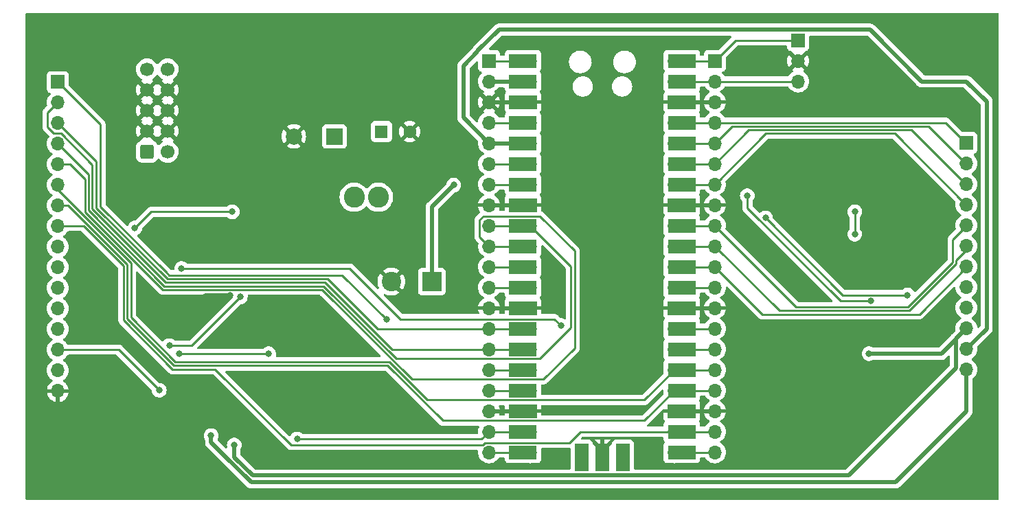
<source format=gbr>
%TF.GenerationSoftware,KiCad,Pcbnew,7.0.2*%
%TF.CreationDate,2025-02-19T16:37:45+00:00*%
%TF.ProjectId,dk2_04_bottom,646b325f-3034-45f6-926f-74746f6d2e6b,rev?*%
%TF.SameCoordinates,Original*%
%TF.FileFunction,Copper,L2,Bot*%
%TF.FilePolarity,Positive*%
%FSLAX46Y46*%
G04 Gerber Fmt 4.6, Leading zero omitted, Abs format (unit mm)*
G04 Created by KiCad (PCBNEW 7.0.2) date 2025-02-19 16:37:45*
%MOMM*%
%LPD*%
G01*
G04 APERTURE LIST*
G04 Aperture macros list*
%AMRoundRect*
0 Rectangle with rounded corners*
0 $1 Rounding radius*
0 $2 $3 $4 $5 $6 $7 $8 $9 X,Y pos of 4 corners*
0 Add a 4 corners polygon primitive as box body*
4,1,4,$2,$3,$4,$5,$6,$7,$8,$9,$2,$3,0*
0 Add four circle primitives for the rounded corners*
1,1,$1+$1,$2,$3*
1,1,$1+$1,$4,$5*
1,1,$1+$1,$6,$7*
1,1,$1+$1,$8,$9*
0 Add four rect primitives between the rounded corners*
20,1,$1+$1,$2,$3,$4,$5,0*
20,1,$1+$1,$4,$5,$6,$7,0*
20,1,$1+$1,$6,$7,$8,$9,0*
20,1,$1+$1,$8,$9,$2,$3,0*%
G04 Aperture macros list end*
%TA.AperFunction,ComponentPad*%
%ADD10R,1.700000X1.700000*%
%TD*%
%TA.AperFunction,ComponentPad*%
%ADD11O,1.700000X1.700000*%
%TD*%
%TA.AperFunction,ComponentPad*%
%ADD12R,2.400000X2.400000*%
%TD*%
%TA.AperFunction,ComponentPad*%
%ADD13C,2.400000*%
%TD*%
%TA.AperFunction,ComponentPad*%
%ADD14RoundRect,0.250000X-0.600000X-0.600000X0.600000X-0.600000X0.600000X0.600000X-0.600000X0.600000X0*%
%TD*%
%TA.AperFunction,ComponentPad*%
%ADD15C,1.700000*%
%TD*%
%TA.AperFunction,ComponentPad*%
%ADD16C,2.600000*%
%TD*%
%TA.AperFunction,ComponentPad*%
%ADD17R,1.600000X1.600000*%
%TD*%
%TA.AperFunction,ComponentPad*%
%ADD18C,1.600000*%
%TD*%
%TA.AperFunction,ComponentPad*%
%ADD19R,2.000000X2.000000*%
%TD*%
%TA.AperFunction,ComponentPad*%
%ADD20C,2.000000*%
%TD*%
%TA.AperFunction,SMDPad,CuDef*%
%ADD21R,3.500000X1.700000*%
%TD*%
%TA.AperFunction,SMDPad,CuDef*%
%ADD22R,1.700000X3.500000*%
%TD*%
%TA.AperFunction,ViaPad*%
%ADD23C,0.800000*%
%TD*%
%TA.AperFunction,Conductor*%
%ADD24C,0.500000*%
%TD*%
%TA.AperFunction,Conductor*%
%ADD25C,0.250000*%
%TD*%
G04 APERTURE END LIST*
D10*
%TO.P,J1,1,Pin_1*%
%TO.N,4051_ADDRESS_A*%
X84000000Y-58500000D03*
D11*
%TO.P,J1,2,Pin_2*%
%TO.N,4051_ADDRESS_B*%
X84000000Y-61040000D03*
%TO.P,J1,3,Pin_3*%
%TO.N,4051_ADDRESS_C*%
X84000000Y-63580000D03*
%TO.P,J1,4,Pin_4*%
%TO.N,4051_READING_1*%
X84000000Y-66120000D03*
%TO.P,J1,5,Pin_5*%
%TO.N,4051_READING_0*%
X84000000Y-68660000D03*
%TO.P,J1,6,Pin_6*%
%TO.N,165_LOAD*%
X84000000Y-71200000D03*
%TO.P,J1,7,Pin_7*%
%TO.N,165_CLOCK*%
X84000000Y-73740000D03*
%TO.P,J1,8,Pin_8*%
%TO.N,165_DATA*%
X84000000Y-76280000D03*
%TO.P,J1,9,Pin_9*%
%TO.N,TRIGGER_OUT_1_EURO*%
X84000000Y-78820000D03*
%TO.P,J1,10,Pin_10*%
%TO.N,TRIGGER_OUT_2_EURO*%
X84000000Y-81360000D03*
%TO.P,J1,11,Pin_11*%
%TO.N,TRIGGER_OUT_3_EURO*%
X84000000Y-83900000D03*
%TO.P,J1,12,Pin_12*%
%TO.N,TRIGGER_OUT_4_EURO*%
X84000000Y-86440000D03*
%TO.P,J1,13,Pin_13*%
%TO.N,SYNC_IN_EURO*%
X84000000Y-88980000D03*
%TO.P,J1,14,Pin_14*%
%TO.N,SYNC_OUT_EURO*%
X84000000Y-91520000D03*
%TO.P,J1,15,Pin_15*%
%TO.N,+3.3V*%
X84000000Y-94060000D03*
%TO.P,J1,16,Pin_16*%
%TO.N,GND*%
X84000000Y-96600000D03*
%TD*%
D10*
%TO.P,J2,1,Pin_1*%
%TO.N,SD_CLOCK*%
X196000000Y-66000000D03*
D11*
%TO.P,J2,2,Pin_2*%
%TO.N,SD_SERIAL_IN*%
X196000000Y-68540000D03*
%TO.P,J2,3,Pin_3*%
%TO.N,SD_SERIAL_OUT*%
X196000000Y-71080000D03*
%TO.P,J2,4,Pin_4*%
%TO.N,SD_CHIP_SELECT*%
X196000000Y-73620000D03*
%TO.P,J2,5,Pin_5*%
%TO.N,595_DATA*%
X196000000Y-76160000D03*
%TO.P,J2,6,Pin_6*%
%TO.N,595_CLOCK*%
X196000000Y-78700000D03*
%TO.P,J2,7,Pin_7*%
%TO.N,595_LATCH*%
X196000000Y-81240000D03*
%TO.P,J2,8,Pin_8*%
%TO.N,EURO_OUT_1*%
X196000000Y-83780000D03*
%TO.P,J2,9,Pin_9*%
%TO.N,EURO_OUT_2*%
X196000000Y-86320000D03*
%TO.P,J2,10,Pin_10*%
%TO.N,+12V*%
X196000000Y-88860000D03*
%TO.P,J2,11,Pin_11*%
%TO.N,+3.3V*%
X196000000Y-91400000D03*
%TO.P,J2,12,Pin_12*%
%TO.N,-12V*%
X196000000Y-93940000D03*
%TD*%
D12*
%TO.P,C28,1*%
%TO.N,+5V*%
X130100000Y-83100000D03*
D13*
%TO.P,C28,2*%
%TO.N,GND*%
X125100000Y-83100000D03*
%TD*%
D14*
%TO.P,J3,1,Pin_1*%
%TO.N,-12V*%
X95000000Y-67080000D03*
D15*
%TO.P,J3,2,Pin_2*%
X97540000Y-67080000D03*
%TO.P,J3,3,Pin_3*%
%TO.N,GND*%
X95000000Y-64540000D03*
%TO.P,J3,4,Pin_4*%
X97540000Y-64540000D03*
%TO.P,J3,5,Pin_5*%
X95000000Y-62000000D03*
%TO.P,J3,6,Pin_6*%
X97540000Y-62000000D03*
%TO.P,J3,7,Pin_7*%
X95000000Y-59460000D03*
%TO.P,J3,8,Pin_8*%
X97540000Y-59460000D03*
%TO.P,J3,9,Pin_9*%
%TO.N,+12V*%
X95000000Y-56920000D03*
%TO.P,J3,10,Pin_10*%
X97540000Y-56920000D03*
%TD*%
D16*
%TO.P,L1,1,1*%
%TO.N,Net-(D2-K)*%
X120532323Y-72700000D03*
%TO.P,L1,2,2*%
%TO.N,Net-(D3-A)*%
X123532323Y-72700000D03*
%TD*%
D10*
%TO.P,J4,1,Pin_1*%
%TO.N,SERIAL_TX*%
X165000000Y-55880000D03*
D11*
%TO.P,J4,2,Pin_2*%
%TO.N,SERIAL_RX*%
X165000000Y-58420000D03*
%TO.P,J4,3,Pin_3*%
%TO.N,GND*%
X165000000Y-60960000D03*
%TO.P,J4,4,Pin_4*%
%TO.N,SD_CLOCK*%
X165000000Y-63500000D03*
%TO.P,J4,5,Pin_5*%
%TO.N,SD_SERIAL_IN*%
X165000000Y-66040000D03*
%TO.P,J4,6,Pin_6*%
%TO.N,SD_SERIAL_OUT*%
X165000000Y-68580000D03*
%TO.P,J4,7,Pin_7*%
%TO.N,SD_CHIP_SELECT*%
X165000000Y-71120000D03*
%TO.P,J4,8,Pin_8*%
%TO.N,GND*%
X165000000Y-73660000D03*
%TO.P,J4,9,Pin_9*%
%TO.N,595_DATA*%
X165000000Y-76200000D03*
%TO.P,J4,10,Pin_10*%
%TO.N,595_CLOCK*%
X165000000Y-78740000D03*
%TO.P,J4,11,Pin_11*%
%TO.N,595_LATCH*%
X165000000Y-81280000D03*
%TO.P,J4,12,Pin_12*%
%TO.N,DAC_DOUT*%
X165000000Y-83820000D03*
%TO.P,J4,13,Pin_13*%
%TO.N,GND*%
X165000000Y-86360000D03*
%TO.P,J4,14,Pin_14*%
%TO.N,DAC_BCLK*%
X165000000Y-88900000D03*
%TO.P,J4,15,Pin_15*%
%TO.N,DAC_LRC*%
X165000000Y-91440000D03*
%TO.P,J4,16,Pin_16*%
%TO.N,165_LOAD*%
X165000000Y-93980000D03*
%TO.P,J4,17,Pin_17*%
%TO.N,165_CLOCK*%
X165000000Y-96520000D03*
%TO.P,J4,18,Pin_18*%
%TO.N,GND*%
X165000000Y-99060000D03*
%TO.P,J4,19,Pin_19*%
%TO.N,165_DATA*%
X165000000Y-101600000D03*
%TO.P,J4,20,Pin_20*%
%TO.N,TRIGGER_OUT_1*%
X165000000Y-104140000D03*
%TD*%
D17*
%TO.P,C27,1*%
%TO.N,Net-(D3-A)*%
X123879672Y-64600000D03*
D18*
%TO.P,C27,2*%
%TO.N,GND*%
X127379672Y-64600000D03*
%TD*%
D19*
%TO.P,C25,1*%
%TO.N,+12V*%
X118100000Y-65200000D03*
D20*
%TO.P,C25,2*%
%TO.N,GND*%
X113100000Y-65200000D03*
%TD*%
D10*
%TO.P,J6,1,Pin_1*%
%TO.N,SERIAL_TX*%
X175260000Y-53340000D03*
D11*
%TO.P,J6,2,Pin_2*%
%TO.N,GND*%
X175260000Y-55880000D03*
%TO.P,J6,3,Pin_3*%
%TO.N,SERIAL_RX*%
X175260000Y-58420000D03*
%TD*%
D10*
%TO.P,J5,1,Pin_1*%
%TO.N,unconnected-(J5-Pin_1-Pad1)*%
X137160000Y-55880000D03*
D11*
%TO.P,J5,2,Pin_2*%
%TO.N,+5V*%
X137160000Y-58420000D03*
%TO.P,J5,3,Pin_3*%
%TO.N,GND*%
X137160000Y-60960000D03*
%TO.P,J5,4,Pin_4*%
%TO.N,unconnected-(J5-Pin_4-Pad4)*%
X137160000Y-63500000D03*
%TO.P,J5,5,Pin_5*%
%TO.N,+3.3V*%
X137160000Y-66040000D03*
%TO.P,J5,6,Pin_6*%
%TO.N,unconnected-(J5-Pin_6-Pad6)*%
X137160000Y-68580000D03*
%TO.P,J5,7,Pin_7*%
%TO.N,TRIGGER_OUT_2*%
X137160000Y-71120000D03*
%TO.P,J5,8,Pin_8*%
%TO.N,GND*%
X137160000Y-73660000D03*
%TO.P,J5,9,Pin_9*%
%TO.N,4051_READING_1*%
X137160000Y-76200000D03*
%TO.P,J5,10,Pin_10*%
%TO.N,4051_READING_0*%
X137160000Y-78740000D03*
%TO.P,J5,11,Pin_11*%
%TO.N,unconnected-(J5-Pin_11-Pad11)*%
X137160000Y-81280000D03*
%TO.P,J5,12,Pin_12*%
%TO.N,TRIGGER_OUT_3*%
X137160000Y-83820000D03*
%TO.P,J5,13,Pin_13*%
%TO.N,GND*%
X137160000Y-86360000D03*
%TO.P,J5,14,Pin_14*%
%TO.N,4051_ADDRESS_C*%
X137160000Y-88900000D03*
%TO.P,J5,15,Pin_15*%
%TO.N,4051_ADDRESS_B*%
X137160000Y-91440000D03*
%TO.P,J5,16,Pin_16*%
%TO.N,4051_ADDRESS_A*%
X137160000Y-93980000D03*
%TO.P,J5,17,Pin_17*%
%TO.N,TRIGGER_OUT_4*%
X137160000Y-96520000D03*
%TO.P,J5,18,Pin_18*%
%TO.N,GND*%
X137160000Y-99060000D03*
%TO.P,J5,19,Pin_19*%
%TO.N,SYNC_OUT*%
X137160000Y-101600000D03*
%TO.P,J5,20,Pin_20*%
%TO.N,SYNC_IN*%
X137160000Y-104140000D03*
%TD*%
%TO.P,U1,1,GPIO0*%
%TO.N,SERIAL_TX*%
X160020000Y-55880000D03*
D21*
X160920000Y-55880000D03*
D11*
%TO.P,U1,2,GPIO1*%
%TO.N,SERIAL_RX*%
X160020000Y-58420000D03*
D21*
X160920000Y-58420000D03*
D10*
%TO.P,U1,3,GND*%
%TO.N,GND*%
X160020000Y-60960000D03*
D21*
X160920000Y-60960000D03*
D11*
%TO.P,U1,4,GPIO2*%
%TO.N,SD_CLOCK*%
X160020000Y-63500000D03*
D21*
X160920000Y-63500000D03*
D11*
%TO.P,U1,5,GPIO3*%
%TO.N,SD_SERIAL_IN*%
X160020000Y-66040000D03*
D21*
X160920000Y-66040000D03*
D11*
%TO.P,U1,6,GPIO4*%
%TO.N,SD_SERIAL_OUT*%
X160020000Y-68580000D03*
D21*
X160920000Y-68580000D03*
D11*
%TO.P,U1,7,GPIO5*%
%TO.N,SD_CHIP_SELECT*%
X160020000Y-71120000D03*
D21*
X160920000Y-71120000D03*
D10*
%TO.P,U1,8,GND*%
%TO.N,GND*%
X160020000Y-73660000D03*
D21*
X160920000Y-73660000D03*
D11*
%TO.P,U1,9,GPIO6*%
%TO.N,595_DATA*%
X160020000Y-76200000D03*
D21*
X160920000Y-76200000D03*
D11*
%TO.P,U1,10,GPIO7*%
%TO.N,595_CLOCK*%
X160020000Y-78740000D03*
D21*
X160920000Y-78740000D03*
D11*
%TO.P,U1,11,GPIO8*%
%TO.N,595_LATCH*%
X160020000Y-81280000D03*
D21*
X160920000Y-81280000D03*
D11*
%TO.P,U1,12,GPIO9*%
%TO.N,DAC_DOUT*%
X160020000Y-83820000D03*
D21*
X160920000Y-83820000D03*
D10*
%TO.P,U1,13,GND*%
%TO.N,GND*%
X160020000Y-86360000D03*
D21*
X160920000Y-86360000D03*
D11*
%TO.P,U1,14,GPIO10*%
%TO.N,DAC_BCLK*%
X160020000Y-88900000D03*
D21*
X160920000Y-88900000D03*
D11*
%TO.P,U1,15,GPIO11*%
%TO.N,DAC_LRC*%
X160020000Y-91440000D03*
D21*
X160920000Y-91440000D03*
D11*
%TO.P,U1,16,GPIO12*%
%TO.N,165_LOAD*%
X160020000Y-93980000D03*
D21*
X160920000Y-93980000D03*
D11*
%TO.P,U1,17,GPIO13*%
%TO.N,165_CLOCK*%
X160020000Y-96520000D03*
D21*
X160920000Y-96520000D03*
D10*
%TO.P,U1,18,GND*%
%TO.N,GND*%
X160020000Y-99060000D03*
D21*
X160920000Y-99060000D03*
D11*
%TO.P,U1,19,GPIO14*%
%TO.N,165_DATA*%
X160020000Y-101600000D03*
D21*
X160920000Y-101600000D03*
D11*
%TO.P,U1,20,GPIO15*%
%TO.N,TRIGGER_OUT_1*%
X160020000Y-104140000D03*
D21*
X160920000Y-104140000D03*
D11*
%TO.P,U1,21,GPIO16*%
%TO.N,SYNC_IN*%
X142240000Y-104140000D03*
D21*
X141340000Y-104140000D03*
D11*
%TO.P,U1,22,GPIO17*%
%TO.N,SYNC_OUT*%
X142240000Y-101600000D03*
D21*
X141340000Y-101600000D03*
D10*
%TO.P,U1,23,GND*%
%TO.N,GND*%
X142240000Y-99060000D03*
D21*
X141340000Y-99060000D03*
D11*
%TO.P,U1,24,GPIO18*%
%TO.N,TRIGGER_OUT_4*%
X142240000Y-96520000D03*
D21*
X141340000Y-96520000D03*
D11*
%TO.P,U1,25,GPIO19*%
%TO.N,4051_ADDRESS_A*%
X142240000Y-93980000D03*
D21*
X141340000Y-93980000D03*
D11*
%TO.P,U1,26,GPIO20*%
%TO.N,4051_ADDRESS_B*%
X142240000Y-91440000D03*
D21*
X141340000Y-91440000D03*
D11*
%TO.P,U1,27,GPIO21*%
%TO.N,4051_ADDRESS_C*%
X142240000Y-88900000D03*
D21*
X141340000Y-88900000D03*
D10*
%TO.P,U1,28,GND*%
%TO.N,GND*%
X142240000Y-86360000D03*
D21*
X141340000Y-86360000D03*
D11*
%TO.P,U1,29,GPIO22*%
%TO.N,TRIGGER_OUT_3*%
X142240000Y-83820000D03*
D21*
X141340000Y-83820000D03*
D11*
%TO.P,U1,30,RUN*%
%TO.N,unconnected-(J5-Pin_11-Pad11)*%
X142240000Y-81280000D03*
D21*
X141340000Y-81280000D03*
D11*
%TO.P,U1,31,GPIO26_ADC0*%
%TO.N,4051_READING_0*%
X142240000Y-78740000D03*
D21*
X141340000Y-78740000D03*
D11*
%TO.P,U1,32,GPIO27_ADC1*%
%TO.N,4051_READING_1*%
X142240000Y-76200000D03*
D21*
X141340000Y-76200000D03*
D10*
%TO.P,U1,33,AGND*%
%TO.N,GND*%
X142240000Y-73660000D03*
D21*
X141340000Y-73660000D03*
D11*
%TO.P,U1,34,GPIO28_ADC2*%
%TO.N,TRIGGER_OUT_2*%
X142240000Y-71120000D03*
D21*
X141340000Y-71120000D03*
D11*
%TO.P,U1,35,ADC_VREF*%
%TO.N,unconnected-(J5-Pin_6-Pad6)*%
X142240000Y-68580000D03*
D21*
X141340000Y-68580000D03*
D11*
%TO.P,U1,36,3V3*%
%TO.N,+3.3V*%
X142240000Y-66040000D03*
D21*
X141340000Y-66040000D03*
D11*
%TO.P,U1,37,3V3_EN*%
%TO.N,unconnected-(J5-Pin_4-Pad4)*%
X142240000Y-63500000D03*
D21*
X141340000Y-63500000D03*
D10*
%TO.P,U1,38,GND*%
%TO.N,GND*%
X142240000Y-60960000D03*
D21*
X141340000Y-60960000D03*
D11*
%TO.P,U1,39,VSYS*%
%TO.N,+5V*%
X142240000Y-58420000D03*
D21*
X141340000Y-58420000D03*
D11*
%TO.P,U1,40,VBUS*%
%TO.N,unconnected-(J5-Pin_1-Pad1)*%
X142240000Y-55880000D03*
D21*
X141340000Y-55880000D03*
D11*
%TO.P,U1,41,SWCLK*%
%TO.N,unconnected-(U1-SWCLK-Pad41)*%
X153670000Y-103910000D03*
D22*
X153670000Y-104810000D03*
D10*
%TO.P,U1,42,GND*%
%TO.N,GND*%
X151130000Y-103910000D03*
D22*
X151130000Y-104810000D03*
D11*
%TO.P,U1,43,SWDIO*%
%TO.N,unconnected-(U1-SWDIO-Pad43)*%
X148590000Y-103910000D03*
D22*
X148590000Y-104810000D03*
%TD*%
D23*
%TO.N,GND*%
X116100000Y-95300000D03*
X97750000Y-89250000D03*
X119250000Y-100250000D03*
X97250000Y-103250000D03*
X188000000Y-54000000D03*
X185000000Y-74000000D03*
X111000000Y-79000000D03*
X105250000Y-84824500D03*
X128000000Y-84750000D03*
X191250000Y-71750000D03*
X116900000Y-90600000D03*
X145500000Y-104750000D03*
X124500000Y-52750000D03*
X110500000Y-89250000D03*
X107500000Y-101750000D03*
X98000000Y-78750000D03*
X116750000Y-88500000D03*
X124000000Y-59000000D03*
X178250000Y-73095500D03*
%TO.N,Net-(U4-VNEG)*%
X182250000Y-77250000D03*
X182250000Y-74500000D03*
%TO.N,SYNC_OUT*%
X113500000Y-102500000D03*
%TO.N,4051_ADDRESS_A*%
X124500000Y-87750000D03*
%TO.N,LINE_OUT_L*%
X169000000Y-72500000D03*
X184250000Y-85500000D03*
%TO.N,+5V*%
X132800000Y-71200000D03*
%TO.N,TRIGGER_OUT_2_EURO*%
X105500000Y-74500000D03*
X93500000Y-76500000D03*
%TO.N,TRIGGER_OUT_4_EURO*%
X106500000Y-85000000D03*
X97750000Y-91000000D03*
%TO.N,SYNC_OUT_EURO*%
X96500000Y-96500000D03*
%TO.N,LINE_OUT_R*%
X188750000Y-84750000D03*
X171250000Y-75250000D03*
%TO.N,+12V*%
X105750000Y-103250000D03*
X184000000Y-92000000D03*
%TO.N,-12V*%
X102900000Y-102100000D03*
%TO.N,TRIGGER_OUT_1*%
X146000000Y-88500000D03*
X99250000Y-81500000D03*
%TO.N,TRIGGER_OUT_3*%
X110000000Y-92000000D03*
X99000000Y-92000000D03*
%TD*%
D24*
%TO.N,GND*%
X116100000Y-97100000D02*
X116100000Y-95300000D01*
X97750000Y-89250000D02*
X102175500Y-84824500D01*
X160020000Y-73660000D02*
X165000000Y-73660000D01*
X160020000Y-60960000D02*
X165000000Y-60960000D01*
X137160000Y-60960000D02*
X142240000Y-60960000D01*
X119250000Y-100250000D02*
X116100000Y-97100000D01*
X165000000Y-99060000D02*
X160020000Y-99060000D01*
X142240000Y-73660000D02*
X137160000Y-73660000D01*
X116900000Y-88650000D02*
X116750000Y-88500000D01*
X142240000Y-99060000D02*
X137160000Y-99060000D01*
X116900000Y-90600000D02*
X116900000Y-88650000D01*
X102175500Y-84824500D02*
X105250000Y-84824500D01*
X160020000Y-86360000D02*
X165000000Y-86360000D01*
X137160000Y-86360000D02*
X142240000Y-86360000D01*
D25*
%TO.N,SYNC_IN*%
X142240000Y-104140000D02*
X137160000Y-104140000D01*
%TO.N,Net-(U4-VNEG)*%
X182250000Y-74500000D02*
X182250000Y-77250000D01*
%TO.N,SD_CLOCK*%
X196000000Y-66080000D02*
X193420000Y-63500000D01*
X160020000Y-63500000D02*
X165000000Y-63500000D01*
X193420000Y-63500000D02*
X165000000Y-63500000D01*
%TO.N,SD_SERIAL_OUT*%
X165000000Y-68580000D02*
X169180000Y-64400000D01*
X169180000Y-64400000D02*
X169750000Y-64400000D01*
X189240000Y-64400000D02*
X169750000Y-64400000D01*
X160020000Y-68580000D02*
X165000000Y-68580000D01*
X196000000Y-71160000D02*
X189240000Y-64400000D01*
%TO.N,SD_SERIAL_IN*%
X167090000Y-63950000D02*
X165000000Y-66040000D01*
X160020000Y-66040000D02*
X165000000Y-66040000D01*
X196000000Y-68620000D02*
X191330000Y-63950000D01*
X191330000Y-63950000D02*
X167090000Y-63950000D01*
%TO.N,SD_CHIP_SELECT*%
X187150000Y-64850000D02*
X196000000Y-73700000D01*
X171270000Y-64850000D02*
X187150000Y-64850000D01*
X165000000Y-71120000D02*
X171270000Y-64850000D01*
X160020000Y-71120000D02*
X165000000Y-71120000D01*
%TO.N,595_DATA*%
X175025000Y-86225000D02*
X165000000Y-76200000D01*
X194300000Y-80700000D02*
X188775000Y-86225000D01*
X194300000Y-77940000D02*
X194300000Y-80700000D01*
X160020000Y-76200000D02*
X165000000Y-76200000D01*
X188775000Y-86225000D02*
X175025000Y-86225000D01*
X196000000Y-76240000D02*
X194300000Y-77940000D01*
%TO.N,595_CLOCK*%
X194750000Y-80886396D02*
X188961396Y-86675000D01*
X194750000Y-80450000D02*
X194750000Y-80886396D01*
X188961396Y-86675000D02*
X172935000Y-86675000D01*
X172935000Y-86675000D02*
X165000000Y-78740000D01*
X160020000Y-78740000D02*
X165000000Y-78740000D01*
X196000000Y-78780000D02*
X196000000Y-79200000D01*
X196000000Y-79200000D02*
X194750000Y-80450000D01*
%TO.N,595_LATCH*%
X160020000Y-81280000D02*
X165000000Y-81280000D01*
X170845000Y-87125000D02*
X165000000Y-81280000D01*
X190195000Y-87125000D02*
X170845000Y-87125000D01*
X196000000Y-81320000D02*
X190195000Y-87125000D01*
%TO.N,DAC_DOUT*%
X165000000Y-83820000D02*
X160020000Y-83820000D01*
%TO.N,DAC_BCLK*%
X165000000Y-88900000D02*
X160020000Y-88900000D01*
%TO.N,DAC_LRC*%
X160020000Y-91440000D02*
X165000000Y-91440000D01*
%TO.N,165_LOAD*%
X84000000Y-71795584D02*
X93000000Y-80795584D01*
X165000000Y-93980000D02*
X160020000Y-93980000D01*
X84000000Y-71160000D02*
X84000000Y-71795584D01*
X93000000Y-80795584D02*
X93000000Y-87500000D01*
X93000000Y-87500000D02*
X98500000Y-93000000D01*
X129535812Y-97695000D02*
X156305000Y-97695000D01*
X156305000Y-97695000D02*
X160020000Y-93980000D01*
X98500000Y-93000000D02*
X124840812Y-93000000D01*
X124840812Y-93000000D02*
X129535812Y-97695000D01*
%TO.N,165_CLOCK*%
X92550000Y-87686396D02*
X98313604Y-93450000D01*
X84000000Y-73700000D02*
X85268020Y-73700000D01*
X131439416Y-100235000D02*
X156305000Y-100235000D01*
X160020000Y-96520000D02*
X165000000Y-96520000D01*
X156305000Y-100235000D02*
X160020000Y-96520000D01*
X92550000Y-80981980D02*
X92550000Y-87686396D01*
X98313604Y-93450000D02*
X124654416Y-93450000D01*
X124654416Y-93450000D02*
X131439416Y-100235000D01*
X85268020Y-73700000D02*
X92550000Y-80981980D01*
%TO.N,165_DATA*%
X87171624Y-76240000D02*
X92090812Y-81159188D01*
X136388299Y-103250000D02*
X136673299Y-102965000D01*
X84000000Y-76240000D02*
X87171624Y-76240000D01*
X103400000Y-93900000D02*
X112750000Y-103250000D01*
X160020000Y-101600000D02*
X165000000Y-101600000D01*
X148400000Y-101600000D02*
X160020000Y-101600000D01*
X92090812Y-87863604D02*
X98127208Y-93900000D01*
X112750000Y-103250000D02*
X136388299Y-103250000D01*
X98127208Y-93900000D02*
X103400000Y-93900000D01*
X136673299Y-102965000D02*
X147035000Y-102965000D01*
X147035000Y-102965000D02*
X148400000Y-101600000D01*
X92090812Y-81159188D02*
X92090812Y-87863604D01*
%TO.N,SYNC_OUT*%
X136260000Y-102500000D02*
X137160000Y-101600000D01*
X137160000Y-101600000D02*
X142240000Y-101600000D01*
X113500000Y-102500000D02*
X136260000Y-102500000D01*
%TO.N,4051_ADDRESS_A*%
X97686396Y-82300000D02*
X117436396Y-82300000D01*
X97318198Y-81931802D02*
X97686396Y-82300000D01*
X89250000Y-73863604D02*
X97318198Y-81931802D01*
X119050000Y-82300000D02*
X124500000Y-87750000D01*
X84000000Y-58460000D02*
X89250000Y-63710000D01*
X117436396Y-82300000D02*
X119050000Y-82300000D01*
X142240000Y-93980000D02*
X137160000Y-93980000D01*
X89250000Y-63710000D02*
X89250000Y-73863604D01*
%TO.N,4051_ADDRESS_B*%
X116950000Y-83200000D02*
X97313604Y-83200000D01*
X137160000Y-91440000D02*
X125190000Y-91440000D01*
X88250000Y-74136396D02*
X88250000Y-68668299D01*
X84381701Y-64800000D02*
X83500000Y-64800000D01*
X88250000Y-68668299D02*
X84381701Y-64800000D01*
X82750000Y-64050000D02*
X82750000Y-62250000D01*
X82750000Y-62250000D02*
X84000000Y-61000000D01*
X125190000Y-91440000D02*
X116950000Y-83200000D01*
X137160000Y-91440000D02*
X142240000Y-91440000D01*
X83500000Y-64800000D02*
X82750000Y-64050000D01*
X97313604Y-83200000D02*
X88250000Y-74136396D01*
%TO.N,4051_ADDRESS_C*%
X97500000Y-82750000D02*
X88750000Y-74000000D01*
X88750000Y-68290000D02*
X84000000Y-63540000D01*
X137160000Y-88900000D02*
X123400000Y-88900000D01*
X123400000Y-88900000D02*
X117250000Y-82750000D01*
X88750000Y-74000000D02*
X88750000Y-68290000D01*
X117250000Y-82750000D02*
X97500000Y-82750000D01*
X142240000Y-88900000D02*
X137160000Y-88900000D01*
%TO.N,4051_READING_0*%
X135985000Y-75515000D02*
X135985000Y-77565000D01*
X147700000Y-79310000D02*
X143415000Y-75025000D01*
X87350000Y-74509188D02*
X96940812Y-84100000D01*
X147700000Y-91300000D02*
X147700000Y-79310000D01*
X143845000Y-95155000D02*
X147700000Y-91300000D01*
X135985000Y-77565000D02*
X137160000Y-78740000D01*
X96940812Y-84100000D02*
X116577208Y-84100000D01*
X87350000Y-70500000D02*
X87350000Y-74509188D01*
X116577208Y-84100000D02*
X127632208Y-95155000D01*
X142240000Y-78740000D02*
X137160000Y-78740000D01*
X143415000Y-75025000D02*
X136475000Y-75025000D01*
X127632208Y-95155000D02*
X143845000Y-95155000D01*
X85470000Y-68620000D02*
X87350000Y-70500000D01*
X136475000Y-75025000D02*
X135985000Y-75515000D01*
X84000000Y-68620000D02*
X85470000Y-68620000D01*
%TO.N,4051_READING_1*%
X97127208Y-83650000D02*
X116763604Y-83650000D01*
X87800000Y-69880000D02*
X87800000Y-74322792D01*
X147250000Y-88750000D02*
X147250000Y-81210000D01*
X84000000Y-66080000D02*
X87800000Y-69880000D01*
X137160000Y-76200000D02*
X142240000Y-76200000D01*
X125728604Y-92615000D02*
X143385000Y-92615000D01*
X147250000Y-81210000D02*
X142240000Y-76200000D01*
X116763604Y-83650000D02*
X125728604Y-92615000D01*
X143385000Y-92615000D02*
X147250000Y-88750000D01*
X87800000Y-74322792D02*
X97127208Y-83650000D01*
%TO.N,SERIAL_TX*%
X160020000Y-55880000D02*
X165000000Y-55880000D01*
X175260000Y-53340000D02*
X167540000Y-53340000D01*
X167540000Y-53340000D02*
X165000000Y-55880000D01*
%TO.N,LINE_OUT_L*%
X180474695Y-85500000D02*
X184250000Y-85500000D01*
X169000000Y-72500000D02*
X169000000Y-74025305D01*
X169000000Y-74025305D02*
X180474695Y-85500000D01*
D24*
%TO.N,+5V*%
X130100000Y-73900000D02*
X132800000Y-71200000D01*
X130100000Y-83100000D02*
X130100000Y-73900000D01*
X137160000Y-58420000D02*
X142240000Y-58420000D01*
D25*
%TO.N,TRIGGER_OUT_2_EURO*%
X95500000Y-74500000D02*
X93500000Y-76500000D01*
X105500000Y-74500000D02*
X95500000Y-74500000D01*
%TO.N,TRIGGER_OUT_4_EURO*%
X105500000Y-86000000D02*
X100500000Y-91000000D01*
X105500000Y-86000000D02*
X106500000Y-85000000D01*
X100500000Y-91000000D02*
X97750000Y-91000000D01*
%TO.N,SYNC_OUT_EURO*%
X96500000Y-96500000D02*
X91480000Y-91480000D01*
X91480000Y-91480000D02*
X84000000Y-91480000D01*
%TO.N,LINE_OUT_R*%
X180500000Y-84500000D02*
X180750000Y-84750000D01*
X171250000Y-75250000D02*
X180500000Y-84500000D01*
X180750000Y-84750000D02*
X188750000Y-84750000D01*
D24*
%TO.N,+12V*%
X194700000Y-90160000D02*
X196000000Y-88860000D01*
X192940000Y-92000000D02*
X194700000Y-90240000D01*
X108000000Y-107010000D02*
X105750000Y-104760000D01*
X181490000Y-107010000D02*
X108000000Y-107010000D01*
X184000000Y-92000000D02*
X192940000Y-92000000D01*
X194700000Y-93800000D02*
X181490000Y-107010000D01*
X105750000Y-104760000D02*
X105750000Y-103250000D01*
X194700000Y-90240000D02*
X194700000Y-90160000D01*
X194700000Y-90240000D02*
X194700000Y-93800000D01*
%TO.N,-12V*%
X102900000Y-102899950D02*
X104400000Y-104399950D01*
X196000000Y-99100000D02*
X187240500Y-107859500D01*
X102900000Y-102100000D02*
X102900000Y-102899950D01*
X107859550Y-107859500D02*
X187240500Y-107859500D01*
X196000000Y-99100000D02*
X196000000Y-93940000D01*
X104400000Y-104399950D02*
X107859550Y-107859500D01*
%TO.N,+3.3V*%
X134000000Y-62880000D02*
X134000000Y-56500000D01*
X135750000Y-54750000D02*
X135750000Y-54690000D01*
X198500000Y-88900000D02*
X196000000Y-91400000D01*
X137160000Y-66040000D02*
X134000000Y-62880000D01*
X184120000Y-52040000D02*
X190500000Y-58420000D01*
X138400000Y-52040000D02*
X184120000Y-52040000D01*
X137160000Y-66040000D02*
X142240000Y-66040000D01*
X135750000Y-54690000D02*
X138400000Y-52040000D01*
X196020000Y-58420000D02*
X198500000Y-60900000D01*
X134000000Y-56500000D02*
X135750000Y-54750000D01*
X190500000Y-58420000D02*
X196020000Y-58420000D01*
X198500000Y-60900000D02*
X198500000Y-88900000D01*
D25*
%TO.N,SERIAL_RX*%
X160020000Y-58420000D02*
X165000000Y-58420000D01*
X175260000Y-58420000D02*
X165000000Y-58420000D01*
%TO.N,unconnected-(J5-Pin_1-Pad1)*%
X137160000Y-55880000D02*
X142240000Y-55880000D01*
%TO.N,unconnected-(J5-Pin_4-Pad4)*%
X142240000Y-63500000D02*
X137160000Y-63500000D01*
%TO.N,TRIGGER_OUT_1*%
X126225000Y-87725000D02*
X145225000Y-87725000D01*
X145225000Y-87725000D02*
X146000000Y-88500000D01*
X120000000Y-81500000D02*
X126225000Y-87725000D01*
X165000000Y-104140000D02*
X160020000Y-104140000D01*
X99250000Y-81500000D02*
X120000000Y-81500000D01*
%TO.N,TRIGGER_OUT_4*%
X137160000Y-96520000D02*
X142240000Y-96520000D01*
%TO.N,TRIGGER_OUT_3*%
X110000000Y-92000000D02*
X99000000Y-92000000D01*
X142240000Y-83820000D02*
X137160000Y-83820000D01*
%TO.N,TRIGGER_OUT_2*%
X137160000Y-71120000D02*
X142240000Y-71120000D01*
%TO.N,unconnected-(J5-Pin_6-Pad6)*%
X142240000Y-68580000D02*
X137160000Y-68580000D01*
%TO.N,unconnected-(J5-Pin_11-Pad11)*%
X137160000Y-81280000D02*
X142240000Y-81280000D01*
%TD*%
%TA.AperFunction,Conductor*%
%TO.N,GND*%
G36*
X166972585Y-52810185D02*
G01*
X167018340Y-52862989D01*
X167028284Y-52932147D01*
X166999259Y-52995703D01*
X166993227Y-53002181D01*
X165502226Y-54493181D01*
X165440903Y-54526666D01*
X165414545Y-54529500D01*
X164105439Y-54529500D01*
X164105420Y-54529500D01*
X164102128Y-54529501D01*
X164098848Y-54529853D01*
X164098840Y-54529854D01*
X164042515Y-54535909D01*
X163907669Y-54586204D01*
X163792454Y-54672454D01*
X163706204Y-54787668D01*
X163655910Y-54922515D01*
X163655909Y-54922517D01*
X163649500Y-54982127D01*
X163649500Y-54985449D01*
X163649500Y-55130500D01*
X163629815Y-55197539D01*
X163577011Y-55243294D01*
X163525500Y-55254500D01*
X163294499Y-55254500D01*
X163227460Y-55234815D01*
X163181705Y-55182011D01*
X163170499Y-55130500D01*
X163170499Y-54985439D01*
X163170499Y-54982128D01*
X163164091Y-54922517D01*
X163113796Y-54787669D01*
X163027546Y-54672454D01*
X162912331Y-54586204D01*
X162777483Y-54535909D01*
X162717873Y-54529500D01*
X162714551Y-54529500D01*
X160084385Y-54529500D01*
X160073578Y-54529028D01*
X160019999Y-54524340D01*
X159966420Y-54529028D01*
X159955613Y-54529500D01*
X159125439Y-54529500D01*
X159125420Y-54529500D01*
X159122128Y-54529501D01*
X159118848Y-54529853D01*
X159118840Y-54529854D01*
X159062515Y-54535909D01*
X158927669Y-54586204D01*
X158812454Y-54672454D01*
X158726204Y-54787668D01*
X158675910Y-54922515D01*
X158675909Y-54922517D01*
X158669500Y-54982127D01*
X158669500Y-54985449D01*
X158669500Y-55815615D01*
X158669028Y-55826422D01*
X158664340Y-55879999D01*
X158669028Y-55933576D01*
X158669500Y-55944384D01*
X158669500Y-56774560D01*
X158669500Y-56774578D01*
X158669501Y-56777872D01*
X158669853Y-56781152D01*
X158669854Y-56781159D01*
X158675909Y-56837484D01*
X158726204Y-56972332D01*
X158803577Y-57075690D01*
X158827994Y-57141154D01*
X158813142Y-57209427D01*
X158803577Y-57224310D01*
X158726205Y-57327666D01*
X158675910Y-57462515D01*
X158675909Y-57462517D01*
X158669500Y-57522127D01*
X158669500Y-57525448D01*
X158669500Y-57525449D01*
X158669500Y-58355615D01*
X158669028Y-58366422D01*
X158664340Y-58419999D01*
X158669028Y-58473576D01*
X158669500Y-58484384D01*
X158669500Y-59314560D01*
X158669500Y-59314578D01*
X158669501Y-59317872D01*
X158669853Y-59321152D01*
X158669854Y-59321159D01*
X158675909Y-59377484D01*
X158726203Y-59512329D01*
X158726204Y-59512331D01*
X158803890Y-59616106D01*
X158828307Y-59681569D01*
X158813456Y-59749842D01*
X158803890Y-59764726D01*
X158726648Y-59867908D01*
X158676400Y-60002628D01*
X158670354Y-60058867D01*
X158670000Y-60065481D01*
X158670000Y-60710000D01*
X159574428Y-60710000D01*
X159551318Y-60745960D01*
X159510000Y-60886673D01*
X159510000Y-61033327D01*
X159551318Y-61174040D01*
X159574428Y-61210000D01*
X158670000Y-61210000D01*
X158670000Y-61854518D01*
X158670354Y-61861132D01*
X158676400Y-61917371D01*
X158726647Y-62052089D01*
X158803890Y-62155272D01*
X158828307Y-62220737D01*
X158813455Y-62289010D01*
X158803890Y-62303894D01*
X158726204Y-62407668D01*
X158675910Y-62542515D01*
X158675909Y-62542517D01*
X158669500Y-62602127D01*
X158669500Y-62605448D01*
X158669500Y-62605449D01*
X158669500Y-63435615D01*
X158669028Y-63446422D01*
X158664340Y-63499999D01*
X158669028Y-63553576D01*
X158669500Y-63564384D01*
X158669500Y-64394560D01*
X158669500Y-64394578D01*
X158669501Y-64397872D01*
X158669853Y-64401152D01*
X158669854Y-64401159D01*
X158675909Y-64457484D01*
X158726204Y-64592332D01*
X158803577Y-64695690D01*
X158827994Y-64761154D01*
X158813142Y-64829427D01*
X158803577Y-64844310D01*
X158726205Y-64947666D01*
X158675909Y-65082516D01*
X158673445Y-65105439D01*
X158669500Y-65142127D01*
X158669500Y-65145449D01*
X158669500Y-65975615D01*
X158669028Y-65986422D01*
X158664340Y-66039999D01*
X158669028Y-66093576D01*
X158669500Y-66104384D01*
X158669500Y-66934560D01*
X158669500Y-66934578D01*
X158669501Y-66937872D01*
X158669853Y-66941152D01*
X158669854Y-66941159D01*
X158675909Y-66997484D01*
X158726204Y-67132332D01*
X158803577Y-67235690D01*
X158827994Y-67301154D01*
X158813142Y-67369427D01*
X158803577Y-67384310D01*
X158726205Y-67487666D01*
X158675909Y-67622516D01*
X158670955Y-67668598D01*
X158669500Y-67682127D01*
X158669500Y-67685448D01*
X158669500Y-67685449D01*
X158669500Y-68515615D01*
X158669028Y-68526422D01*
X158664340Y-68579999D01*
X158669028Y-68633576D01*
X158669500Y-68644384D01*
X158669500Y-69474560D01*
X158669500Y-69474578D01*
X158669501Y-69477872D01*
X158669853Y-69481152D01*
X158669854Y-69481159D01*
X158675909Y-69537484D01*
X158726204Y-69672332D01*
X158803577Y-69775690D01*
X158827994Y-69841154D01*
X158813142Y-69909427D01*
X158803577Y-69924310D01*
X158726205Y-70027666D01*
X158675909Y-70162516D01*
X158670955Y-70208598D01*
X158669500Y-70222127D01*
X158669500Y-70225449D01*
X158669500Y-71055615D01*
X158669028Y-71066422D01*
X158664340Y-71119999D01*
X158669028Y-71173576D01*
X158669500Y-71184384D01*
X158669500Y-72014560D01*
X158669500Y-72014578D01*
X158669501Y-72017872D01*
X158669853Y-72021152D01*
X158669854Y-72021159D01*
X158675909Y-72077484D01*
X158709597Y-72167805D01*
X158726204Y-72212331D01*
X158803890Y-72316106D01*
X158828307Y-72381569D01*
X158813456Y-72449842D01*
X158803890Y-72464726D01*
X158726648Y-72567908D01*
X158676400Y-72702628D01*
X158670354Y-72758867D01*
X158670000Y-72765481D01*
X158670000Y-73410000D01*
X159574428Y-73410000D01*
X159551318Y-73445960D01*
X159510000Y-73586673D01*
X159510000Y-73733327D01*
X159551318Y-73874040D01*
X159574428Y-73910000D01*
X158670000Y-73910000D01*
X158670000Y-74554518D01*
X158670354Y-74561132D01*
X158676400Y-74617371D01*
X158726647Y-74752089D01*
X158803890Y-74855272D01*
X158828307Y-74920737D01*
X158813455Y-74989010D01*
X158803890Y-75003894D01*
X158726204Y-75107668D01*
X158675909Y-75242516D01*
X158670955Y-75288598D01*
X158669500Y-75302127D01*
X158669500Y-75305449D01*
X158669500Y-76135615D01*
X158669028Y-76146422D01*
X158664340Y-76199999D01*
X158669028Y-76253576D01*
X158669500Y-76264384D01*
X158669500Y-77094560D01*
X158669500Y-77094578D01*
X158669501Y-77097872D01*
X158669853Y-77101152D01*
X158669854Y-77101159D01*
X158675909Y-77157484D01*
X158726204Y-77292332D01*
X158803577Y-77395690D01*
X158827994Y-77461154D01*
X158813142Y-77529427D01*
X158803577Y-77544310D01*
X158726205Y-77647666D01*
X158675909Y-77782516D01*
X158670521Y-77832635D01*
X158669500Y-77842127D01*
X158669500Y-77845448D01*
X158669500Y-77845449D01*
X158669500Y-78675615D01*
X158669028Y-78686422D01*
X158664340Y-78739999D01*
X158669028Y-78793576D01*
X158669500Y-78804384D01*
X158669500Y-79634560D01*
X158669500Y-79634578D01*
X158669501Y-79637872D01*
X158669853Y-79641152D01*
X158669854Y-79641159D01*
X158675909Y-79697484D01*
X158726204Y-79832332D01*
X158803577Y-79935690D01*
X158827994Y-80001154D01*
X158813142Y-80069427D01*
X158803577Y-80084310D01*
X158726205Y-80187666D01*
X158675909Y-80322516D01*
X158670955Y-80368598D01*
X158669500Y-80382127D01*
X158669500Y-80385449D01*
X158669500Y-81215615D01*
X158669028Y-81226422D01*
X158664340Y-81279999D01*
X158669028Y-81333576D01*
X158669500Y-81344384D01*
X158669500Y-82174560D01*
X158669500Y-82174578D01*
X158669501Y-82177872D01*
X158669853Y-82181152D01*
X158669854Y-82181159D01*
X158675909Y-82237484D01*
X158726204Y-82372332D01*
X158803577Y-82475690D01*
X158827994Y-82541154D01*
X158813142Y-82609427D01*
X158803577Y-82624310D01*
X158726205Y-82727666D01*
X158675909Y-82862516D01*
X158670955Y-82908598D01*
X158669500Y-82922127D01*
X158669500Y-82925448D01*
X158669500Y-82925449D01*
X158669500Y-83755615D01*
X158669028Y-83766422D01*
X158664340Y-83819999D01*
X158669028Y-83873576D01*
X158669500Y-83884384D01*
X158669500Y-84714560D01*
X158669500Y-84714578D01*
X158669501Y-84717872D01*
X158669853Y-84721152D01*
X158669854Y-84721159D01*
X158675909Y-84777484D01*
X158707604Y-84862462D01*
X158726204Y-84912331D01*
X158803890Y-85016106D01*
X158828307Y-85081569D01*
X158813456Y-85149842D01*
X158803890Y-85164726D01*
X158726648Y-85267908D01*
X158676400Y-85402628D01*
X158670354Y-85458867D01*
X158670000Y-85465481D01*
X158670000Y-86110000D01*
X159574428Y-86110000D01*
X159551318Y-86145960D01*
X159510000Y-86286673D01*
X159510000Y-86433327D01*
X159551318Y-86574040D01*
X159574428Y-86610000D01*
X158670000Y-86610000D01*
X158670000Y-87254518D01*
X158670354Y-87261132D01*
X158676400Y-87317371D01*
X158726647Y-87452089D01*
X158803890Y-87555272D01*
X158828307Y-87620737D01*
X158813455Y-87689010D01*
X158803890Y-87703894D01*
X158726204Y-87807668D01*
X158675909Y-87942516D01*
X158670955Y-87988598D01*
X158669500Y-88002127D01*
X158669500Y-88005448D01*
X158669500Y-88005449D01*
X158669500Y-88835615D01*
X158669028Y-88846422D01*
X158664340Y-88899999D01*
X158669028Y-88953576D01*
X158669500Y-88964384D01*
X158669500Y-89794560D01*
X158669500Y-89794578D01*
X158669501Y-89797872D01*
X158669853Y-89801152D01*
X158669854Y-89801159D01*
X158675909Y-89857484D01*
X158687967Y-89889813D01*
X158726204Y-89992331D01*
X158758252Y-90035141D01*
X158803577Y-90095688D01*
X158827994Y-90161153D01*
X158813142Y-90229426D01*
X158803578Y-90244309D01*
X158726204Y-90347669D01*
X158675910Y-90482515D01*
X158675909Y-90482517D01*
X158669500Y-90542127D01*
X158669500Y-90545449D01*
X158669500Y-91375615D01*
X158669028Y-91386422D01*
X158664340Y-91439999D01*
X158669028Y-91493576D01*
X158669500Y-91504384D01*
X158669500Y-92334560D01*
X158669500Y-92334578D01*
X158669501Y-92337872D01*
X158669853Y-92341152D01*
X158669854Y-92341159D01*
X158675909Y-92397483D01*
X158726204Y-92532331D01*
X158761704Y-92579753D01*
X158803577Y-92635688D01*
X158827994Y-92701153D01*
X158813142Y-92769426D01*
X158803578Y-92784309D01*
X158726204Y-92887669D01*
X158675909Y-93022516D01*
X158670955Y-93068598D01*
X158669500Y-93082127D01*
X158669500Y-93085448D01*
X158669500Y-93085449D01*
X158669500Y-93915615D01*
X158669028Y-93926422D01*
X158664340Y-93979999D01*
X158669028Y-94033576D01*
X158669500Y-94044384D01*
X158669499Y-94394546D01*
X158649814Y-94461586D01*
X158633180Y-94482227D01*
X156082228Y-97033181D01*
X156020905Y-97066666D01*
X155994547Y-97069500D01*
X143714500Y-97069500D01*
X143647461Y-97049815D01*
X143601706Y-96997011D01*
X143590500Y-96945500D01*
X143590499Y-96584385D01*
X143590971Y-96573576D01*
X143594949Y-96528111D01*
X143595659Y-96520000D01*
X143590970Y-96466420D01*
X143590499Y-96455613D01*
X143590499Y-95904500D01*
X143610184Y-95837461D01*
X143662988Y-95791706D01*
X143714499Y-95780500D01*
X143762256Y-95780500D01*
X143782762Y-95782764D01*
X143785665Y-95782672D01*
X143785667Y-95782673D01*
X143852872Y-95780561D01*
X143856768Y-95780500D01*
X143880448Y-95780500D01*
X143884350Y-95780500D01*
X143888313Y-95779999D01*
X143899962Y-95779080D01*
X143943627Y-95777709D01*
X143962859Y-95772120D01*
X143981918Y-95768174D01*
X143988196Y-95767381D01*
X144001792Y-95765664D01*
X144042407Y-95749582D01*
X144053444Y-95745803D01*
X144095390Y-95733618D01*
X144112629Y-95723422D01*
X144130102Y-95714862D01*
X144148732Y-95707486D01*
X144184064Y-95681814D01*
X144193830Y-95675400D01*
X144231418Y-95653171D01*
X144231417Y-95653171D01*
X144231420Y-95653170D01*
X144245585Y-95639004D01*
X144260373Y-95626373D01*
X144276587Y-95614594D01*
X144304438Y-95580926D01*
X144312279Y-95572309D01*
X148083789Y-91800800D01*
X148099885Y-91787906D01*
X148101873Y-91785787D01*
X148101877Y-91785786D01*
X148147949Y-91736723D01*
X148150534Y-91734055D01*
X148170120Y-91714471D01*
X148172585Y-91711292D01*
X148180167Y-91702416D01*
X148210062Y-91670582D01*
X148219717Y-91653018D01*
X148230394Y-91636764D01*
X148242673Y-91620936D01*
X148260018Y-91580852D01*
X148265160Y-91570356D01*
X148286197Y-91532092D01*
X148291179Y-91512684D01*
X148297481Y-91494280D01*
X148305437Y-91475896D01*
X148312269Y-91432752D01*
X148314633Y-91421338D01*
X148325500Y-91379019D01*
X148325500Y-91358983D01*
X148327027Y-91339584D01*
X148329002Y-91327112D01*
X148330160Y-91319804D01*
X148326050Y-91276324D01*
X148325500Y-91264655D01*
X148325500Y-79392740D01*
X148327763Y-79372239D01*
X148327551Y-79365500D01*
X148325561Y-79302144D01*
X148325500Y-79298250D01*
X148325500Y-79274544D01*
X148325500Y-79270650D01*
X148324998Y-79266681D01*
X148324080Y-79255024D01*
X148322709Y-79211373D01*
X148317120Y-79192140D01*
X148313174Y-79173082D01*
X148310664Y-79153208D01*
X148294588Y-79112606D01*
X148290804Y-79101552D01*
X148278619Y-79059613D01*
X148278618Y-79059612D01*
X148278618Y-79059610D01*
X148268417Y-79042361D01*
X148259860Y-79024895D01*
X148252486Y-79006268D01*
X148226813Y-78970932D01*
X148220402Y-78961172D01*
X148218609Y-78958141D01*
X148198170Y-78923579D01*
X148184006Y-78909415D01*
X148171369Y-78894620D01*
X148159595Y-78878414D01*
X148159594Y-78878413D01*
X148125935Y-78850568D01*
X148117305Y-78842714D01*
X143915802Y-74641211D01*
X143902906Y-74625113D01*
X143851775Y-74577098D01*
X143848978Y-74574387D01*
X143832227Y-74557636D01*
X143829471Y-74554880D01*
X143826290Y-74552412D01*
X143817422Y-74544837D01*
X143785582Y-74514938D01*
X143768024Y-74505285D01*
X143751764Y-74494604D01*
X143735936Y-74482327D01*
X143695851Y-74464980D01*
X143685359Y-74459840D01*
X143654261Y-74442743D01*
X143604997Y-74393196D01*
X143590000Y-74334082D01*
X143590000Y-73910000D01*
X142685572Y-73910000D01*
X142708682Y-73874040D01*
X142750000Y-73733327D01*
X142750000Y-73586673D01*
X142708682Y-73445960D01*
X142685572Y-73410000D01*
X143590000Y-73410000D01*
X143590000Y-72765481D01*
X143589645Y-72758867D01*
X143583599Y-72702628D01*
X143533352Y-72567911D01*
X143456109Y-72464727D01*
X143431692Y-72399263D01*
X143446544Y-72330990D01*
X143456100Y-72316118D01*
X143533796Y-72212331D01*
X143584091Y-72077483D01*
X143590500Y-72017873D01*
X143590499Y-71184384D01*
X143590971Y-71173576D01*
X143594228Y-71136349D01*
X143595659Y-71120000D01*
X143590970Y-71066420D01*
X143590499Y-71055613D01*
X143590499Y-70225439D01*
X143590499Y-70225438D01*
X143590499Y-70222128D01*
X143584091Y-70162517D01*
X143533796Y-70027669D01*
X143456420Y-69924308D01*
X143432004Y-69858846D01*
X143446856Y-69790573D01*
X143456411Y-69775702D01*
X143533796Y-69672331D01*
X143584091Y-69537483D01*
X143590500Y-69477873D01*
X143590499Y-68644384D01*
X143590971Y-68633576D01*
X143595659Y-68579999D01*
X143590971Y-68526422D01*
X143590499Y-68515613D01*
X143590499Y-67685439D01*
X143590499Y-67682128D01*
X143584091Y-67622517D01*
X143533796Y-67487669D01*
X143456421Y-67384310D01*
X143432005Y-67318846D01*
X143446857Y-67250573D01*
X143456422Y-67235689D01*
X143477490Y-67207546D01*
X143533796Y-67132331D01*
X143584091Y-66997483D01*
X143590500Y-66937873D01*
X143590499Y-66104384D01*
X143590971Y-66093576D01*
X143595659Y-66039999D01*
X143590971Y-65986422D01*
X143590499Y-65975613D01*
X143590499Y-65145439D01*
X143590499Y-65145438D01*
X143590499Y-65142128D01*
X143584091Y-65082517D01*
X143533796Y-64947669D01*
X143456421Y-64844310D01*
X143432005Y-64778846D01*
X143446857Y-64710573D01*
X143456422Y-64695689D01*
X143505735Y-64629815D01*
X143533796Y-64592331D01*
X143584091Y-64457483D01*
X143590500Y-64397873D01*
X143590499Y-63564384D01*
X143590971Y-63553576D01*
X143595659Y-63499999D01*
X143590971Y-63446422D01*
X143590499Y-63435613D01*
X143590499Y-62605439D01*
X143590499Y-62602128D01*
X143584091Y-62542517D01*
X143533796Y-62407669D01*
X143456108Y-62303892D01*
X143431692Y-62238428D01*
X143446544Y-62170155D01*
X143456110Y-62155270D01*
X143533352Y-62052089D01*
X143583599Y-61917371D01*
X143589645Y-61861132D01*
X143590000Y-61854518D01*
X143590000Y-61210000D01*
X142685572Y-61210000D01*
X142708682Y-61174040D01*
X142750000Y-61033327D01*
X142750000Y-60886673D01*
X142708682Y-60745960D01*
X142685572Y-60710000D01*
X143590000Y-60710000D01*
X143590000Y-60065481D01*
X143589645Y-60058867D01*
X143583599Y-60002628D01*
X143533352Y-59867911D01*
X143456109Y-59764727D01*
X143431692Y-59699263D01*
X143446544Y-59630990D01*
X143456100Y-59616118D01*
X143533796Y-59512331D01*
X143584091Y-59377483D01*
X143590500Y-59317873D01*
X143590500Y-59040000D01*
X147449723Y-59040000D01*
X147451332Y-59058400D01*
X147451678Y-59074753D01*
X147450709Y-59096328D01*
X147461444Y-59175576D01*
X147462094Y-59181413D01*
X147468792Y-59257976D01*
X147474461Y-59279132D01*
X147477564Y-59294578D01*
X147480925Y-59319390D01*
X147504573Y-59392170D01*
X147506416Y-59398393D01*
X147525423Y-59469327D01*
X147536135Y-59492298D01*
X147541683Y-59506383D01*
X147550481Y-59533460D01*
X147585128Y-59597847D01*
X147588314Y-59604199D01*
X147617896Y-59667637D01*
X147634406Y-59691215D01*
X147642023Y-59703575D01*
X147657148Y-59731681D01*
X147692219Y-59775659D01*
X147700588Y-59786153D01*
X147705214Y-59792340D01*
X147743403Y-59846878D01*
X147766186Y-59869661D01*
X147775452Y-59880029D01*
X147797493Y-59907667D01*
X147847387Y-59951259D01*
X147853484Y-59956959D01*
X147898123Y-60001598D01*
X147927330Y-60022049D01*
X147937793Y-60030244D01*
X147956598Y-60046673D01*
X147967004Y-60055765D01*
X148020940Y-60087990D01*
X148028435Y-60092843D01*
X148077361Y-60127102D01*
X148087490Y-60131825D01*
X148112799Y-60143628D01*
X148123991Y-60149560D01*
X148160236Y-60171215D01*
X148160239Y-60171216D01*
X148215839Y-60192083D01*
X148224669Y-60195792D01*
X148268999Y-60216464D01*
X148275670Y-60219575D01*
X148316757Y-60230584D01*
X148328235Y-60234266D01*
X148339903Y-60238645D01*
X148370976Y-60250307D01*
X148426024Y-60260296D01*
X148435970Y-60262527D01*
X148487023Y-60276207D01*
X148531133Y-60280065D01*
X148532814Y-60280213D01*
X148544148Y-60281733D01*
X148592453Y-60290500D01*
X148644985Y-60290500D01*
X148655791Y-60290971D01*
X148678447Y-60292954D01*
X148704999Y-60295277D01*
X148704999Y-60295276D01*
X148705000Y-60295277D01*
X148758286Y-60290615D01*
X148760025Y-60290500D01*
X148761155Y-60290500D01*
X148815172Y-60285638D01*
X148851934Y-60282422D01*
X148927665Y-60275797D01*
X148929186Y-60275377D01*
X148929188Y-60275377D01*
X149032997Y-60246726D01*
X149134330Y-60219575D01*
X149134330Y-60219574D01*
X149139379Y-60218222D01*
X149144153Y-60216464D01*
X149146168Y-60215493D01*
X149146170Y-60215493D01*
X149240454Y-60170088D01*
X149332639Y-60127102D01*
X149332647Y-60127095D01*
X149334393Y-60126282D01*
X149348155Y-60118222D01*
X149348973Y-60117829D01*
X149431156Y-60058118D01*
X149511877Y-60001598D01*
X149512748Y-60000726D01*
X149527543Y-59988089D01*
X149531078Y-59985522D01*
X149598237Y-59915277D01*
X149600097Y-59913377D01*
X149666593Y-59846882D01*
X149666593Y-59846881D01*
X149666598Y-59846877D01*
X149669285Y-59843039D01*
X149681232Y-59828471D01*
X149686632Y-59822825D01*
X149738288Y-59744566D01*
X149740082Y-59741929D01*
X149792102Y-59667639D01*
X149795539Y-59660267D01*
X149804434Y-59644362D01*
X149805130Y-59643307D01*
X149810635Y-59634968D01*
X149846114Y-59551958D01*
X149847713Y-59548377D01*
X149884575Y-59469330D01*
X149887572Y-59458143D01*
X149893324Y-59441508D01*
X149899102Y-59427990D01*
X149899101Y-59427990D01*
X149899103Y-59427988D01*
X149918434Y-59343291D01*
X149919533Y-59338863D01*
X149924752Y-59319387D01*
X149941207Y-59257977D01*
X149942516Y-59243005D01*
X149945153Y-59226227D01*
X149945804Y-59223376D01*
X149949191Y-59208537D01*
X149952934Y-59125183D01*
X149953274Y-59120039D01*
X149960277Y-59040000D01*
X152299723Y-59040000D01*
X152301332Y-59058400D01*
X152301678Y-59074753D01*
X152300709Y-59096328D01*
X152311444Y-59175576D01*
X152312094Y-59181413D01*
X152318792Y-59257976D01*
X152324461Y-59279132D01*
X152327564Y-59294578D01*
X152330925Y-59319390D01*
X152354573Y-59392170D01*
X152356416Y-59398393D01*
X152375423Y-59469327D01*
X152386135Y-59492298D01*
X152391683Y-59506383D01*
X152400481Y-59533460D01*
X152435128Y-59597847D01*
X152438314Y-59604199D01*
X152467896Y-59667637D01*
X152484406Y-59691215D01*
X152492023Y-59703575D01*
X152507148Y-59731681D01*
X152542219Y-59775659D01*
X152550588Y-59786153D01*
X152555214Y-59792340D01*
X152593403Y-59846878D01*
X152616186Y-59869661D01*
X152625452Y-59880029D01*
X152647493Y-59907667D01*
X152697387Y-59951259D01*
X152703484Y-59956959D01*
X152748123Y-60001598D01*
X152777330Y-60022049D01*
X152787793Y-60030244D01*
X152806598Y-60046673D01*
X152817004Y-60055765D01*
X152870940Y-60087990D01*
X152878435Y-60092843D01*
X152927361Y-60127102D01*
X152937490Y-60131825D01*
X152962799Y-60143628D01*
X152973991Y-60149560D01*
X153010236Y-60171215D01*
X153010239Y-60171216D01*
X153065839Y-60192083D01*
X153074669Y-60195792D01*
X153118999Y-60216464D01*
X153125670Y-60219575D01*
X153166757Y-60230584D01*
X153178235Y-60234266D01*
X153189903Y-60238645D01*
X153220976Y-60250307D01*
X153276024Y-60260296D01*
X153285970Y-60262527D01*
X153337023Y-60276207D01*
X153381133Y-60280065D01*
X153382814Y-60280213D01*
X153394148Y-60281733D01*
X153442453Y-60290500D01*
X153494985Y-60290500D01*
X153505791Y-60290971D01*
X153528447Y-60292954D01*
X153554999Y-60295277D01*
X153554999Y-60295276D01*
X153555000Y-60295277D01*
X153608286Y-60290615D01*
X153610025Y-60290500D01*
X153611155Y-60290500D01*
X153665172Y-60285638D01*
X153701934Y-60282422D01*
X153777665Y-60275797D01*
X153779186Y-60275377D01*
X153779188Y-60275377D01*
X153882997Y-60246726D01*
X153984330Y-60219575D01*
X153984330Y-60219574D01*
X153989379Y-60218222D01*
X153994153Y-60216464D01*
X153996168Y-60215493D01*
X153996170Y-60215493D01*
X154090454Y-60170088D01*
X154182639Y-60127102D01*
X154182647Y-60127095D01*
X154184393Y-60126282D01*
X154198155Y-60118222D01*
X154198973Y-60117829D01*
X154281156Y-60058118D01*
X154361877Y-60001598D01*
X154362748Y-60000726D01*
X154377543Y-59988089D01*
X154381078Y-59985522D01*
X154448237Y-59915277D01*
X154450097Y-59913377D01*
X154516593Y-59846882D01*
X154516593Y-59846881D01*
X154516598Y-59846877D01*
X154519285Y-59843039D01*
X154531232Y-59828471D01*
X154536632Y-59822825D01*
X154588288Y-59744566D01*
X154590082Y-59741929D01*
X154642102Y-59667639D01*
X154645539Y-59660267D01*
X154654434Y-59644362D01*
X154655130Y-59643307D01*
X154660635Y-59634968D01*
X154696114Y-59551958D01*
X154697713Y-59548377D01*
X154734575Y-59469330D01*
X154737572Y-59458143D01*
X154743324Y-59441508D01*
X154749102Y-59427990D01*
X154749101Y-59427990D01*
X154749103Y-59427988D01*
X154768434Y-59343291D01*
X154769533Y-59338863D01*
X154774752Y-59319387D01*
X154791207Y-59257977D01*
X154792516Y-59243005D01*
X154795153Y-59226227D01*
X154795804Y-59223376D01*
X154799191Y-59208537D01*
X154802934Y-59125183D01*
X154803274Y-59120039D01*
X154810277Y-59040000D01*
X154808667Y-59021608D01*
X154808321Y-59005238D01*
X154808417Y-59003098D01*
X154809290Y-58983670D01*
X154798549Y-58904385D01*
X154797905Y-58898596D01*
X154791542Y-58825850D01*
X154791208Y-58822027D01*
X154790305Y-58818656D01*
X154785536Y-58800860D01*
X154782434Y-58785414D01*
X154779075Y-58760614D01*
X154771291Y-58736659D01*
X154755421Y-58687816D01*
X154753578Y-58681592D01*
X154734575Y-58610671D01*
X154723867Y-58587708D01*
X154718317Y-58573619D01*
X154709517Y-58546535D01*
X154674869Y-58482148D01*
X154671681Y-58475794D01*
X154642102Y-58412362D01*
X154642102Y-58412361D01*
X154625591Y-58388782D01*
X154617975Y-58376423D01*
X154602852Y-58348319D01*
X154559404Y-58293837D01*
X154554785Y-58287661D01*
X154516598Y-58233123D01*
X154493804Y-58210329D01*
X154484546Y-58199969D01*
X154462508Y-58172334D01*
X154462506Y-58172332D01*
X154412611Y-58128739D01*
X154406514Y-58123039D01*
X154361878Y-58078402D01*
X154332664Y-58057947D01*
X154322210Y-58049759D01*
X154292996Y-58024235D01*
X154292991Y-58024232D01*
X154239073Y-57992017D01*
X154231550Y-57987145D01*
X154182640Y-57952898D01*
X154161043Y-57942827D01*
X154147201Y-57936372D01*
X154136014Y-57930442D01*
X154099764Y-57908784D01*
X154044171Y-57887921D01*
X154035349Y-57884216D01*
X153987208Y-57861767D01*
X153984328Y-57860424D01*
X153956575Y-57852987D01*
X153943228Y-57849411D01*
X153931762Y-57845732D01*
X153889024Y-57829693D01*
X153845636Y-57821818D01*
X153833964Y-57819700D01*
X153824018Y-57817468D01*
X153772980Y-57803793D01*
X153727175Y-57799785D01*
X153715846Y-57798264D01*
X153667550Y-57789500D01*
X153667547Y-57789500D01*
X153615015Y-57789500D01*
X153604208Y-57789028D01*
X153600436Y-57788698D01*
X153554999Y-57784722D01*
X153501723Y-57789384D01*
X153499970Y-57789500D01*
X153498845Y-57789500D01*
X153496099Y-57789747D01*
X153496078Y-57789748D01*
X153444827Y-57794361D01*
X153332333Y-57804202D01*
X153227002Y-57833273D01*
X153120661Y-57861767D01*
X153115813Y-57863551D01*
X153049451Y-57895509D01*
X153019528Y-57909919D01*
X152996351Y-57920727D01*
X152925634Y-57953703D01*
X152911875Y-57961762D01*
X152911029Y-57962169D01*
X152828830Y-58021889D01*
X152748120Y-58078403D01*
X152747235Y-58079289D01*
X152732467Y-58091901D01*
X152728923Y-58094476D01*
X152661846Y-58164632D01*
X152659903Y-58166619D01*
X152593401Y-58233122D01*
X152590708Y-58236968D01*
X152578776Y-58251517D01*
X152573370Y-58257172D01*
X152521775Y-58335333D01*
X152519866Y-58338141D01*
X152467897Y-58412363D01*
X152464460Y-58419734D01*
X152455571Y-58435629D01*
X152449364Y-58445032D01*
X152413893Y-58528021D01*
X152412260Y-58531676D01*
X152405331Y-58546536D01*
X152375423Y-58610673D01*
X152372426Y-58621856D01*
X152366680Y-58638478D01*
X152360897Y-58652009D01*
X152341576Y-58736659D01*
X152340460Y-58741157D01*
X152318793Y-58822020D01*
X152317483Y-58836993D01*
X152314847Y-58853767D01*
X152310809Y-58871460D01*
X152307066Y-58954777D01*
X152306719Y-58960016D01*
X152301331Y-59021613D01*
X152299723Y-59040000D01*
X149960277Y-59040000D01*
X149958667Y-59021608D01*
X149958321Y-59005238D01*
X149958417Y-59003098D01*
X149959290Y-58983670D01*
X149948549Y-58904385D01*
X149947905Y-58898596D01*
X149941542Y-58825850D01*
X149941208Y-58822027D01*
X149940305Y-58818656D01*
X149935536Y-58800860D01*
X149932434Y-58785414D01*
X149929075Y-58760614D01*
X149921291Y-58736659D01*
X149905421Y-58687816D01*
X149903578Y-58681592D01*
X149884575Y-58610671D01*
X149873867Y-58587708D01*
X149868317Y-58573619D01*
X149859517Y-58546535D01*
X149824869Y-58482148D01*
X149821681Y-58475794D01*
X149792102Y-58412362D01*
X149792102Y-58412361D01*
X149775591Y-58388782D01*
X149767975Y-58376423D01*
X149752852Y-58348319D01*
X149709404Y-58293837D01*
X149704785Y-58287661D01*
X149666598Y-58233123D01*
X149643804Y-58210329D01*
X149634546Y-58199969D01*
X149612508Y-58172334D01*
X149612506Y-58172332D01*
X149562611Y-58128739D01*
X149556514Y-58123039D01*
X149511878Y-58078402D01*
X149482664Y-58057947D01*
X149472210Y-58049759D01*
X149442996Y-58024235D01*
X149442991Y-58024232D01*
X149389073Y-57992017D01*
X149381550Y-57987145D01*
X149332640Y-57952898D01*
X149311043Y-57942827D01*
X149297201Y-57936372D01*
X149286014Y-57930442D01*
X149249764Y-57908784D01*
X149194171Y-57887921D01*
X149185349Y-57884216D01*
X149137208Y-57861767D01*
X149134328Y-57860424D01*
X149106575Y-57852987D01*
X149093228Y-57849411D01*
X149081762Y-57845732D01*
X149039024Y-57829693D01*
X148995636Y-57821818D01*
X148983964Y-57819700D01*
X148974018Y-57817468D01*
X148922980Y-57803793D01*
X148877175Y-57799785D01*
X148865846Y-57798264D01*
X148817550Y-57789500D01*
X148817547Y-57789500D01*
X148765015Y-57789500D01*
X148754208Y-57789028D01*
X148750436Y-57788698D01*
X148704999Y-57784722D01*
X148651723Y-57789384D01*
X148649970Y-57789500D01*
X148648845Y-57789500D01*
X148646099Y-57789747D01*
X148646078Y-57789748D01*
X148594827Y-57794361D01*
X148482333Y-57804202D01*
X148377002Y-57833273D01*
X148270661Y-57861767D01*
X148265813Y-57863551D01*
X148199451Y-57895509D01*
X148169528Y-57909919D01*
X148146351Y-57920727D01*
X148075634Y-57953703D01*
X148061875Y-57961762D01*
X148061029Y-57962169D01*
X147978830Y-58021889D01*
X147898120Y-58078403D01*
X147897235Y-58079289D01*
X147882467Y-58091901D01*
X147878923Y-58094476D01*
X147811846Y-58164632D01*
X147809903Y-58166619D01*
X147743401Y-58233122D01*
X147740708Y-58236968D01*
X147728776Y-58251517D01*
X147723370Y-58257172D01*
X147671775Y-58335333D01*
X147669866Y-58338141D01*
X147617897Y-58412363D01*
X147614460Y-58419734D01*
X147605571Y-58435629D01*
X147599364Y-58445032D01*
X147563893Y-58528021D01*
X147562260Y-58531676D01*
X147555331Y-58546536D01*
X147525423Y-58610673D01*
X147522426Y-58621856D01*
X147516680Y-58638478D01*
X147510897Y-58652009D01*
X147491576Y-58736659D01*
X147490460Y-58741157D01*
X147468793Y-58822020D01*
X147467483Y-58836993D01*
X147464847Y-58853767D01*
X147460809Y-58871460D01*
X147457066Y-58954777D01*
X147456719Y-58960016D01*
X147451331Y-59021613D01*
X147449723Y-59040000D01*
X143590500Y-59040000D01*
X143590499Y-58484384D01*
X143590971Y-58473576D01*
X143595659Y-58419999D01*
X143590971Y-58366422D01*
X143590499Y-58355613D01*
X143590499Y-57525439D01*
X143590499Y-57522128D01*
X143584091Y-57462517D01*
X143533796Y-57327669D01*
X143456421Y-57224310D01*
X143432005Y-57158846D01*
X143446857Y-57090573D01*
X143456422Y-57075689D01*
X143477061Y-57048119D01*
X143533796Y-56972331D01*
X143584091Y-56837483D01*
X143590500Y-56777873D01*
X143590499Y-56009998D01*
X146999699Y-56009998D01*
X147006750Y-56095097D01*
X147007061Y-56100071D01*
X147010820Y-56188532D01*
X147015092Y-56208356D01*
X147017451Y-56224237D01*
X147018865Y-56241301D01*
X147018865Y-56241304D01*
X147018866Y-56241305D01*
X147029925Y-56284978D01*
X147040661Y-56327371D01*
X147041669Y-56331676D01*
X147053630Y-56387171D01*
X147061046Y-56421581D01*
X147067333Y-56437226D01*
X147072479Y-56453017D01*
X147075843Y-56466301D01*
X147112875Y-56550727D01*
X147114377Y-56554301D01*
X147149936Y-56642790D01*
X147156979Y-56654229D01*
X147164945Y-56669431D01*
X147169076Y-56678849D01*
X147221366Y-56758886D01*
X147223147Y-56761693D01*
X147274931Y-56845796D01*
X147281539Y-56853303D01*
X147292268Y-56867409D01*
X147296021Y-56873153D01*
X147363117Y-56946040D01*
X147364930Y-56948054D01*
X147432437Y-57024756D01*
X147437561Y-57028894D01*
X147450886Y-57041382D01*
X147453216Y-57043913D01*
X147513166Y-57090573D01*
X147534933Y-57107515D01*
X147594245Y-57155407D01*
X147617920Y-57174523D01*
X147620685Y-57176067D01*
X147636359Y-57186458D01*
X147636374Y-57186470D01*
X147730162Y-57237225D01*
X147826046Y-57290790D01*
X147826051Y-57290791D01*
X147826252Y-57290904D01*
X147837584Y-57295935D01*
X147840492Y-57296933D01*
X147840497Y-57296936D01*
X147944276Y-57332563D01*
X148050829Y-57370211D01*
X148050836Y-57370212D01*
X148053802Y-57371260D01*
X148060015Y-57372296D01*
X148060019Y-57372298D01*
X148171324Y-57390871D01*
X148285799Y-57410500D01*
X148285800Y-57410500D01*
X148521047Y-57410500D01*
X148521049Y-57410500D01*
X148575010Y-57401494D01*
X148584905Y-57400251D01*
X148642541Y-57395346D01*
X148691941Y-57382482D01*
X148702760Y-57380177D01*
X148732221Y-57375261D01*
X148749982Y-57372298D01*
X148804946Y-57353428D01*
X148813949Y-57350714D01*
X148873249Y-57335275D01*
X148916642Y-57315659D01*
X148927443Y-57311374D01*
X148969503Y-57296936D01*
X149023622Y-57267647D01*
X149031530Y-57263726D01*
X149090486Y-57237077D01*
X149127108Y-57212324D01*
X149137515Y-57206011D01*
X149173626Y-57186470D01*
X149224877Y-57146578D01*
X149231589Y-57141706D01*
X149272716Y-57113910D01*
X149288002Y-57103580D01*
X149288924Y-57102696D01*
X149317460Y-57075345D01*
X149327064Y-57067044D01*
X149356784Y-57043913D01*
X149403081Y-56993619D01*
X149408490Y-56988100D01*
X149460118Y-56938621D01*
X149482350Y-56908559D01*
X149490797Y-56898333D01*
X149513979Y-56873153D01*
X149553238Y-56813060D01*
X149557312Y-56807203D01*
X149601879Y-56746947D01*
X149617163Y-56716630D01*
X149624079Y-56704632D01*
X149627704Y-56699082D01*
X149640924Y-56678849D01*
X149671123Y-56610000D01*
X149673927Y-56604045D01*
X149709207Y-56534074D01*
X149718150Y-56504868D01*
X149723158Y-56491374D01*
X149734157Y-56466300D01*
X149753453Y-56390099D01*
X149755088Y-56384255D01*
X149779015Y-56306126D01*
X149779014Y-56306126D01*
X149779016Y-56306123D01*
X149782461Y-56279215D01*
X149785247Y-56264548D01*
X149791134Y-56241305D01*
X149797903Y-56159600D01*
X149798484Y-56154095D01*
X149809298Y-56069654D01*
X149808291Y-56045960D01*
X149808602Y-56030481D01*
X149810300Y-56010000D01*
X149810300Y-56009998D01*
X152449699Y-56009998D01*
X152456750Y-56095097D01*
X152457061Y-56100071D01*
X152460820Y-56188532D01*
X152465092Y-56208356D01*
X152467451Y-56224237D01*
X152468865Y-56241301D01*
X152468865Y-56241304D01*
X152468866Y-56241305D01*
X152479925Y-56284978D01*
X152490661Y-56327371D01*
X152491669Y-56331676D01*
X152503630Y-56387171D01*
X152511046Y-56421581D01*
X152517333Y-56437226D01*
X152522479Y-56453017D01*
X152525843Y-56466301D01*
X152562875Y-56550727D01*
X152564377Y-56554301D01*
X152599936Y-56642790D01*
X152606979Y-56654229D01*
X152614945Y-56669431D01*
X152619076Y-56678849D01*
X152671366Y-56758886D01*
X152673147Y-56761693D01*
X152724931Y-56845796D01*
X152731539Y-56853303D01*
X152742268Y-56867409D01*
X152746021Y-56873153D01*
X152813117Y-56946040D01*
X152814930Y-56948054D01*
X152882437Y-57024756D01*
X152887561Y-57028894D01*
X152900886Y-57041382D01*
X152903216Y-57043913D01*
X152963166Y-57090573D01*
X152984933Y-57107515D01*
X153044245Y-57155407D01*
X153067920Y-57174523D01*
X153070685Y-57176067D01*
X153086359Y-57186458D01*
X153086374Y-57186470D01*
X153180162Y-57237225D01*
X153276046Y-57290790D01*
X153276051Y-57290791D01*
X153276252Y-57290904D01*
X153287584Y-57295935D01*
X153290492Y-57296933D01*
X153290497Y-57296936D01*
X153394276Y-57332563D01*
X153500829Y-57370211D01*
X153500836Y-57370212D01*
X153503802Y-57371260D01*
X153510015Y-57372296D01*
X153510019Y-57372298D01*
X153621323Y-57390871D01*
X153621324Y-57390871D01*
X153735799Y-57410500D01*
X153735800Y-57410500D01*
X153971047Y-57410500D01*
X153971049Y-57410500D01*
X154025010Y-57401494D01*
X154034905Y-57400251D01*
X154092541Y-57395346D01*
X154141941Y-57382482D01*
X154152760Y-57380177D01*
X154182221Y-57375261D01*
X154199982Y-57372298D01*
X154254946Y-57353428D01*
X154263949Y-57350714D01*
X154323249Y-57335275D01*
X154366642Y-57315659D01*
X154377443Y-57311374D01*
X154419503Y-57296936D01*
X154473622Y-57267647D01*
X154481530Y-57263726D01*
X154540486Y-57237077D01*
X154577108Y-57212324D01*
X154587515Y-57206011D01*
X154623626Y-57186470D01*
X154674877Y-57146578D01*
X154681589Y-57141706D01*
X154722716Y-57113910D01*
X154738002Y-57103580D01*
X154738924Y-57102696D01*
X154767460Y-57075345D01*
X154777064Y-57067044D01*
X154806784Y-57043913D01*
X154853081Y-56993619D01*
X154858490Y-56988100D01*
X154910118Y-56938621D01*
X154932350Y-56908559D01*
X154940797Y-56898333D01*
X154963979Y-56873153D01*
X155003238Y-56813060D01*
X155007312Y-56807203D01*
X155051879Y-56746947D01*
X155067163Y-56716630D01*
X155074079Y-56704632D01*
X155077704Y-56699082D01*
X155090924Y-56678849D01*
X155121123Y-56610000D01*
X155123927Y-56604045D01*
X155159207Y-56534074D01*
X155168150Y-56504868D01*
X155173158Y-56491374D01*
X155184157Y-56466300D01*
X155203453Y-56390099D01*
X155205088Y-56384255D01*
X155229015Y-56306126D01*
X155229014Y-56306126D01*
X155229016Y-56306123D01*
X155232461Y-56279215D01*
X155235247Y-56264548D01*
X155241134Y-56241305D01*
X155247903Y-56159600D01*
X155248484Y-56154095D01*
X155259298Y-56069654D01*
X155258291Y-56045960D01*
X155258602Y-56030481D01*
X155260300Y-56010000D01*
X155253248Y-55924902D01*
X155252938Y-55919944D01*
X155249180Y-55831468D01*
X155244907Y-55811642D01*
X155242547Y-55795756D01*
X155241134Y-55778695D01*
X155219328Y-55692589D01*
X155218336Y-55688354D01*
X155198954Y-55598419D01*
X155192665Y-55582770D01*
X155187521Y-55566989D01*
X155184157Y-55553700D01*
X155147102Y-55469224D01*
X155145621Y-55465696D01*
X155110066Y-55377214D01*
X155110064Y-55377210D01*
X155103016Y-55365764D01*
X155095051Y-55350561D01*
X155090924Y-55341151D01*
X155038628Y-55261106D01*
X155036879Y-55258350D01*
X154985069Y-55174205D01*
X154978454Y-55166689D01*
X154967730Y-55152588D01*
X154963980Y-55146849D01*
X154963979Y-55146847D01*
X154896876Y-55073953D01*
X154895068Y-55071944D01*
X154827564Y-54995245D01*
X154826253Y-54994186D01*
X154822439Y-54991106D01*
X154809115Y-54978619D01*
X154806785Y-54976088D01*
X154737956Y-54922517D01*
X154725066Y-54912484D01*
X154642080Y-54845477D01*
X154642079Y-54845476D01*
X154639315Y-54843932D01*
X154623637Y-54833538D01*
X154623626Y-54833529D01*
X154529837Y-54782774D01*
X154433762Y-54729103D01*
X154422401Y-54724059D01*
X154364953Y-54704337D01*
X154315723Y-54687436D01*
X154256658Y-54666567D01*
X154206203Y-54648740D01*
X154088675Y-54629128D01*
X153974202Y-54609500D01*
X153974200Y-54609500D01*
X153971049Y-54609500D01*
X153738951Y-54609500D01*
X153738949Y-54609500D01*
X153684991Y-54618503D01*
X153675102Y-54619747D01*
X153617460Y-54624653D01*
X153568077Y-54637511D01*
X153557249Y-54639819D01*
X153510023Y-54647701D01*
X153510021Y-54647701D01*
X153510019Y-54647702D01*
X153455056Y-54666570D01*
X153446052Y-54669284D01*
X153386748Y-54684725D01*
X153343361Y-54704337D01*
X153332554Y-54708624D01*
X153290496Y-54723063D01*
X153236395Y-54752341D01*
X153228460Y-54756276D01*
X153169509Y-54782925D01*
X153132882Y-54807679D01*
X153122470Y-54813994D01*
X153086373Y-54833529D01*
X153035124Y-54873417D01*
X153028402Y-54878296D01*
X152971999Y-54916418D01*
X152942549Y-54944643D01*
X152932919Y-54952967D01*
X152903216Y-54976087D01*
X152903214Y-54976088D01*
X152903214Y-54976089D01*
X152856926Y-55026369D01*
X152851500Y-55031905D01*
X152799883Y-55081376D01*
X152777659Y-55111426D01*
X152769196Y-55121670D01*
X152746023Y-55146843D01*
X152706782Y-55206905D01*
X152702671Y-55212815D01*
X152658119Y-55273054D01*
X152642826Y-55303384D01*
X152635917Y-55315371D01*
X152619077Y-55341147D01*
X152588887Y-55409974D01*
X152586054Y-55415987D01*
X152550792Y-55485925D01*
X152541847Y-55515131D01*
X152536842Y-55528620D01*
X152525844Y-55553695D01*
X152506552Y-55629871D01*
X152504912Y-55635736D01*
X152480983Y-55713875D01*
X152477538Y-55740775D01*
X152474750Y-55755455D01*
X152468865Y-55778697D01*
X152462097Y-55860377D01*
X152461517Y-55865886D01*
X152450701Y-55950348D01*
X152451707Y-55974025D01*
X152451396Y-55989520D01*
X152449699Y-56009998D01*
X149810300Y-56009998D01*
X149803248Y-55924902D01*
X149802938Y-55919944D01*
X149799180Y-55831468D01*
X149794907Y-55811642D01*
X149792547Y-55795756D01*
X149791134Y-55778695D01*
X149769328Y-55692589D01*
X149768336Y-55688354D01*
X149748954Y-55598419D01*
X149742665Y-55582770D01*
X149737521Y-55566989D01*
X149734157Y-55553700D01*
X149697102Y-55469224D01*
X149695621Y-55465696D01*
X149660066Y-55377214D01*
X149660064Y-55377210D01*
X149653016Y-55365764D01*
X149645051Y-55350561D01*
X149640924Y-55341151D01*
X149588628Y-55261106D01*
X149586879Y-55258350D01*
X149535069Y-55174205D01*
X149528454Y-55166689D01*
X149517730Y-55152588D01*
X149513980Y-55146849D01*
X149513979Y-55146847D01*
X149446876Y-55073953D01*
X149445068Y-55071944D01*
X149377564Y-54995245D01*
X149376253Y-54994186D01*
X149372439Y-54991106D01*
X149359115Y-54978619D01*
X149356785Y-54976088D01*
X149287956Y-54922517D01*
X149275066Y-54912484D01*
X149192080Y-54845477D01*
X149192079Y-54845476D01*
X149189315Y-54843932D01*
X149173637Y-54833538D01*
X149173626Y-54833529D01*
X149079837Y-54782774D01*
X148983762Y-54729103D01*
X148972401Y-54724059D01*
X148914953Y-54704337D01*
X148865723Y-54687436D01*
X148806658Y-54666567D01*
X148756203Y-54648740D01*
X148638675Y-54629128D01*
X148524202Y-54609500D01*
X148524200Y-54609500D01*
X148521049Y-54609500D01*
X148288951Y-54609500D01*
X148288949Y-54609500D01*
X148234991Y-54618503D01*
X148225102Y-54619747D01*
X148167460Y-54624653D01*
X148118077Y-54637511D01*
X148107249Y-54639819D01*
X148060023Y-54647701D01*
X148060021Y-54647701D01*
X148060019Y-54647702D01*
X148005056Y-54666570D01*
X147996052Y-54669284D01*
X147936748Y-54684725D01*
X147893361Y-54704337D01*
X147882554Y-54708624D01*
X147840496Y-54723063D01*
X147786395Y-54752341D01*
X147778460Y-54756276D01*
X147719509Y-54782925D01*
X147682882Y-54807679D01*
X147672470Y-54813994D01*
X147636373Y-54833529D01*
X147585124Y-54873417D01*
X147578402Y-54878296D01*
X147521999Y-54916418D01*
X147492549Y-54944643D01*
X147482919Y-54952967D01*
X147453216Y-54976087D01*
X147453214Y-54976088D01*
X147453214Y-54976089D01*
X147406926Y-55026369D01*
X147401500Y-55031905D01*
X147349883Y-55081376D01*
X147327659Y-55111426D01*
X147319196Y-55121670D01*
X147296023Y-55146843D01*
X147256782Y-55206905D01*
X147252671Y-55212815D01*
X147208119Y-55273054D01*
X147192826Y-55303384D01*
X147185917Y-55315371D01*
X147169077Y-55341147D01*
X147138887Y-55409974D01*
X147136054Y-55415987D01*
X147100792Y-55485925D01*
X147091847Y-55515131D01*
X147086842Y-55528620D01*
X147075844Y-55553695D01*
X147056552Y-55629871D01*
X147054912Y-55635736D01*
X147030983Y-55713875D01*
X147027538Y-55740775D01*
X147024750Y-55755455D01*
X147018865Y-55778697D01*
X147012097Y-55860377D01*
X147011517Y-55865886D01*
X147000701Y-55950348D01*
X147001707Y-55974025D01*
X147001396Y-55989520D01*
X146999699Y-56009998D01*
X143590499Y-56009998D01*
X143590499Y-55944384D01*
X143590971Y-55933576D01*
X143591226Y-55930659D01*
X143595659Y-55880000D01*
X143590970Y-55826420D01*
X143590499Y-55815613D01*
X143590499Y-54985439D01*
X143590499Y-54985438D01*
X143590499Y-54982128D01*
X143584091Y-54922517D01*
X143533796Y-54787669D01*
X143447546Y-54672454D01*
X143332331Y-54586204D01*
X143197483Y-54535909D01*
X143137873Y-54529500D01*
X143134551Y-54529500D01*
X142304380Y-54529500D01*
X142293573Y-54529028D01*
X142288960Y-54528624D01*
X142239999Y-54524340D01*
X142186425Y-54529028D01*
X142175617Y-54529500D01*
X139545439Y-54529500D01*
X139545420Y-54529500D01*
X139542128Y-54529501D01*
X139538848Y-54529853D01*
X139538840Y-54529854D01*
X139482515Y-54535909D01*
X139347669Y-54586204D01*
X139232454Y-54672454D01*
X139146204Y-54787668D01*
X139095910Y-54922515D01*
X139095909Y-54922517D01*
X139089500Y-54982127D01*
X139089500Y-54985449D01*
X139089500Y-55130500D01*
X139069815Y-55197539D01*
X139017011Y-55243294D01*
X138965500Y-55254500D01*
X138634499Y-55254500D01*
X138567460Y-55234815D01*
X138521705Y-55182011D01*
X138510499Y-55130500D01*
X138510499Y-54985439D01*
X138510499Y-54982128D01*
X138504091Y-54922517D01*
X138453796Y-54787669D01*
X138367546Y-54672454D01*
X138252331Y-54586204D01*
X138117483Y-54535909D01*
X138057873Y-54529500D01*
X138054551Y-54529500D01*
X137271229Y-54529500D01*
X137204190Y-54509815D01*
X137158435Y-54457011D01*
X137148491Y-54387853D01*
X137177516Y-54324297D01*
X137183548Y-54317819D01*
X138674549Y-52826819D01*
X138735872Y-52793334D01*
X138762230Y-52790500D01*
X166905546Y-52790500D01*
X166972585Y-52810185D01*
G37*
%TD.AperFunction*%
%TA.AperFunction,Conductor*%
G36*
X166567807Y-83732398D02*
G01*
X170344196Y-87508787D01*
X170357096Y-87524888D01*
X170359213Y-87526876D01*
X170359214Y-87526877D01*
X170405300Y-87570155D01*
X170408223Y-87572900D01*
X170411020Y-87575611D01*
X170430529Y-87595120D01*
X170433709Y-87597587D01*
X170442571Y-87605155D01*
X170464871Y-87626097D01*
X170474418Y-87635062D01*
X170491970Y-87644711D01*
X170508238Y-87655397D01*
X170524064Y-87667673D01*
X170564146Y-87685017D01*
X170574633Y-87690155D01*
X170612907Y-87711197D01*
X170621410Y-87713379D01*
X170632308Y-87716178D01*
X170650713Y-87722478D01*
X170669104Y-87730437D01*
X170712250Y-87737270D01*
X170723668Y-87739635D01*
X170765981Y-87750500D01*
X170786016Y-87750500D01*
X170805415Y-87752027D01*
X170825196Y-87755160D01*
X170868674Y-87751050D01*
X170880344Y-87750500D01*
X190112256Y-87750500D01*
X190132762Y-87752764D01*
X190135665Y-87752672D01*
X190135667Y-87752673D01*
X190202872Y-87750561D01*
X190206768Y-87750500D01*
X190230448Y-87750500D01*
X190234350Y-87750500D01*
X190238313Y-87749999D01*
X190249962Y-87749080D01*
X190293627Y-87747709D01*
X190312859Y-87742120D01*
X190331918Y-87738174D01*
X190339099Y-87737267D01*
X190351792Y-87735664D01*
X190392407Y-87719582D01*
X190403444Y-87715803D01*
X190445390Y-87703618D01*
X190462629Y-87693422D01*
X190480102Y-87684862D01*
X190498732Y-87677486D01*
X190534064Y-87651814D01*
X190543830Y-87645400D01*
X190561311Y-87635062D01*
X190581420Y-87623170D01*
X190595585Y-87609004D01*
X190610373Y-87596373D01*
X190626587Y-87584594D01*
X190654438Y-87550926D01*
X190662279Y-87542309D01*
X194438630Y-83765958D01*
X194499951Y-83732475D01*
X194569643Y-83737459D01*
X194625576Y-83779331D01*
X194649837Y-83842833D01*
X194664936Y-84015407D01*
X194709709Y-84182502D01*
X194726097Y-84243663D01*
X194825965Y-84457830D01*
X194961505Y-84651401D01*
X195128599Y-84818495D01*
X195314160Y-84948426D01*
X195357783Y-85003002D01*
X195364976Y-85072501D01*
X195333454Y-85134855D01*
X195314160Y-85151574D01*
X195148014Y-85267911D01*
X195128595Y-85281508D01*
X194961505Y-85448598D01*
X194825965Y-85642170D01*
X194726097Y-85856336D01*
X194664936Y-86084592D01*
X194644340Y-86320000D01*
X194664936Y-86555407D01*
X194701214Y-86690798D01*
X194726097Y-86783663D01*
X194825965Y-86997830D01*
X194961505Y-87191401D01*
X195128599Y-87358495D01*
X195314160Y-87488426D01*
X195357783Y-87543002D01*
X195364976Y-87612501D01*
X195333454Y-87674855D01*
X195314160Y-87691574D01*
X195148361Y-87807668D01*
X195128595Y-87821508D01*
X194961505Y-87988598D01*
X194825965Y-88182170D01*
X194726097Y-88396336D01*
X194664936Y-88624592D01*
X194644340Y-88859999D01*
X194662977Y-89073011D01*
X194649210Y-89141511D01*
X194627130Y-89171500D01*
X194214358Y-89584272D01*
X194200727Y-89596053D01*
X194181468Y-89610391D01*
X194149635Y-89648328D01*
X194142338Y-89656292D01*
X194140972Y-89657657D01*
X194140950Y-89657681D01*
X194138409Y-89660223D01*
X194136173Y-89663050D01*
X194136171Y-89663053D01*
X194119176Y-89684546D01*
X194116902Y-89687337D01*
X194067894Y-89745744D01*
X194057418Y-89762187D01*
X194025199Y-89831279D01*
X194023628Y-89834525D01*
X194011946Y-89857785D01*
X193988817Y-89889813D01*
X192665451Y-91213181D01*
X192604128Y-91246666D01*
X192577770Y-91249500D01*
X184539337Y-91249500D01*
X184472298Y-91229815D01*
X184466450Y-91225817D01*
X184452728Y-91215847D01*
X184279802Y-91138855D01*
X184094648Y-91099500D01*
X184094646Y-91099500D01*
X183905354Y-91099500D01*
X183905352Y-91099500D01*
X183720197Y-91138855D01*
X183547269Y-91215848D01*
X183394129Y-91327110D01*
X183267466Y-91467783D01*
X183172820Y-91631715D01*
X183114326Y-91811742D01*
X183094540Y-91999999D01*
X183114326Y-92188257D01*
X183172820Y-92368284D01*
X183267466Y-92532216D01*
X183394129Y-92672889D01*
X183547269Y-92784151D01*
X183720197Y-92861144D01*
X183905352Y-92900500D01*
X183905354Y-92900500D01*
X184094648Y-92900500D01*
X184218083Y-92874262D01*
X184279803Y-92861144D01*
X184452730Y-92784151D01*
X184466449Y-92774183D01*
X184532256Y-92750702D01*
X184539337Y-92750500D01*
X192876294Y-92750500D01*
X192894264Y-92751809D01*
X192898320Y-92752402D01*
X192918023Y-92755289D01*
X192967368Y-92750972D01*
X192978176Y-92750500D01*
X192980100Y-92750500D01*
X192983709Y-92750500D01*
X193014550Y-92746894D01*
X193018031Y-92746539D01*
X193092797Y-92739999D01*
X193092797Y-92739998D01*
X193094052Y-92739889D01*
X193113062Y-92735674D01*
X193114250Y-92735241D01*
X193114255Y-92735241D01*
X193184820Y-92709557D01*
X193188095Y-92708419D01*
X193259334Y-92684814D01*
X193259336Y-92684812D01*
X193260536Y-92684415D01*
X193278063Y-92675929D01*
X193279112Y-92675238D01*
X193279117Y-92675237D01*
X193341806Y-92634005D01*
X193344798Y-92632099D01*
X193408656Y-92592712D01*
X193408656Y-92592711D01*
X193409729Y-92592050D01*
X193424824Y-92579753D01*
X193425692Y-92578832D01*
X193425696Y-92578830D01*
X193477184Y-92524254D01*
X193479629Y-92521737D01*
X193737820Y-92263547D01*
X193799142Y-92230063D01*
X193868834Y-92235047D01*
X193924767Y-92276919D01*
X193949184Y-92342383D01*
X193949500Y-92351229D01*
X193949500Y-93437769D01*
X193929815Y-93504808D01*
X193913181Y-93525450D01*
X181215451Y-106223181D01*
X181154128Y-106256666D01*
X181127770Y-106259500D01*
X155144500Y-106259500D01*
X155077461Y-106239815D01*
X155031706Y-106187011D01*
X155020500Y-106135500D01*
X155020499Y-103974387D01*
X155020971Y-103963578D01*
X155020972Y-103963573D01*
X155025659Y-103910000D01*
X155022640Y-103875500D01*
X155020971Y-103856418D01*
X155020499Y-103845610D01*
X155020499Y-103015439D01*
X155020499Y-103015438D01*
X155020499Y-103012128D01*
X155014091Y-102952517D01*
X154963796Y-102817669D01*
X154877546Y-102702454D01*
X154762331Y-102616204D01*
X154627483Y-102565909D01*
X154575816Y-102560354D01*
X154571166Y-102559854D01*
X154571165Y-102559853D01*
X154567873Y-102559500D01*
X154564551Y-102559500D01*
X153734383Y-102559500D01*
X153723576Y-102559028D01*
X153720170Y-102558730D01*
X153669999Y-102554340D01*
X153616422Y-102559028D01*
X153605615Y-102559500D01*
X152775439Y-102559500D01*
X152775420Y-102559500D01*
X152772128Y-102559501D01*
X152768848Y-102559853D01*
X152768840Y-102559854D01*
X152712515Y-102565909D01*
X152577669Y-102616204D01*
X152462454Y-102702454D01*
X152376204Y-102817668D01*
X152325910Y-102952515D01*
X152325909Y-102952517D01*
X152319500Y-103012127D01*
X152319500Y-103015449D01*
X152319500Y-103022690D01*
X152299815Y-103089729D01*
X152283181Y-103110371D01*
X151621132Y-103772419D01*
X151598682Y-103695960D01*
X151519395Y-103572587D01*
X151408562Y-103476549D01*
X151275161Y-103415627D01*
X151166473Y-103400000D01*
X151093527Y-103400000D01*
X150984839Y-103415627D01*
X150851438Y-103476549D01*
X150740605Y-103572587D01*
X150661318Y-103695960D01*
X150638866Y-103772419D01*
X149976818Y-103110370D01*
X149943333Y-103049047D01*
X149940499Y-103022689D01*
X149940499Y-103015439D01*
X149940499Y-103015438D01*
X149940499Y-103012128D01*
X149934091Y-102952517D01*
X149883796Y-102817669D01*
X149797546Y-102702454D01*
X149682331Y-102616204D01*
X149572597Y-102575276D01*
X150148829Y-102575276D01*
X150879999Y-103306446D01*
X150880000Y-103306445D01*
X150880000Y-102560000D01*
X151380000Y-102560000D01*
X151380000Y-103306446D01*
X152111169Y-102575276D01*
X152111168Y-102575275D01*
X152087375Y-102566401D01*
X152031132Y-102560354D01*
X152024518Y-102560000D01*
X151380000Y-102560000D01*
X150880000Y-102560000D01*
X150235482Y-102560000D01*
X150228867Y-102560354D01*
X150172627Y-102566400D01*
X150148830Y-102575276D01*
X150148829Y-102575276D01*
X149572597Y-102575276D01*
X149547483Y-102565909D01*
X149495816Y-102560354D01*
X149491166Y-102559854D01*
X149491165Y-102559853D01*
X149487873Y-102559500D01*
X149484551Y-102559500D01*
X148654383Y-102559500D01*
X148643580Y-102559028D01*
X148633258Y-102558125D01*
X148616047Y-102556619D01*
X148550980Y-102531164D01*
X148510003Y-102474572D01*
X148506127Y-102404810D01*
X148539176Y-102345412D01*
X148622771Y-102261818D01*
X148684095Y-102228333D01*
X148710452Y-102225500D01*
X158545501Y-102225500D01*
X158612540Y-102245185D01*
X158658295Y-102297989D01*
X158669501Y-102349499D01*
X158669501Y-102497872D01*
X158669853Y-102501152D01*
X158669854Y-102501159D01*
X158675909Y-102557484D01*
X158697810Y-102616204D01*
X158726204Y-102692331D01*
X158783168Y-102768425D01*
X158803577Y-102795688D01*
X158827994Y-102861153D01*
X158813142Y-102929426D01*
X158803578Y-102944309D01*
X158726204Y-103047669D01*
X158675910Y-103182515D01*
X158675909Y-103182517D01*
X158669500Y-103242127D01*
X158669500Y-103245448D01*
X158669500Y-103245449D01*
X158669500Y-104075615D01*
X158669028Y-104086422D01*
X158664340Y-104139999D01*
X158669028Y-104193576D01*
X158669500Y-104204384D01*
X158669500Y-105034560D01*
X158669500Y-105034578D01*
X158669501Y-105037872D01*
X158669853Y-105041152D01*
X158669854Y-105041159D01*
X158675909Y-105097483D01*
X158726204Y-105232331D01*
X158812454Y-105347546D01*
X158927669Y-105433796D01*
X159062517Y-105484091D01*
X159122127Y-105490500D01*
X159955615Y-105490499D01*
X159966424Y-105490971D01*
X160019999Y-105495659D01*
X160019999Y-105495658D01*
X160020000Y-105495659D01*
X160073574Y-105490971D01*
X160084384Y-105490499D01*
X162714561Y-105490499D01*
X162717872Y-105490499D01*
X162777483Y-105484091D01*
X162912331Y-105433796D01*
X163027546Y-105347546D01*
X163113796Y-105232331D01*
X163164091Y-105097483D01*
X163170500Y-105037873D01*
X163170500Y-104889499D01*
X163190185Y-104822461D01*
X163242989Y-104776706D01*
X163294500Y-104765500D01*
X163724773Y-104765500D01*
X163791812Y-104785185D01*
X163826345Y-104818373D01*
X163961505Y-105011401D01*
X164128599Y-105178495D01*
X164322170Y-105314035D01*
X164536337Y-105413903D01*
X164764592Y-105475063D01*
X165000000Y-105495659D01*
X165235408Y-105475063D01*
X165463663Y-105413903D01*
X165677830Y-105314035D01*
X165871401Y-105178495D01*
X166038495Y-105011401D01*
X166174035Y-104817830D01*
X166273903Y-104603663D01*
X166335063Y-104375408D01*
X166355659Y-104140000D01*
X166335063Y-103904592D01*
X166273903Y-103676337D01*
X166174035Y-103462171D01*
X166038495Y-103268599D01*
X165871401Y-103101505D01*
X165685839Y-102971573D01*
X165642216Y-102916998D01*
X165635022Y-102847500D01*
X165666545Y-102785145D01*
X165685837Y-102768428D01*
X165871401Y-102638495D01*
X166038495Y-102471401D01*
X166174035Y-102277830D01*
X166273903Y-102063663D01*
X166335063Y-101835408D01*
X166355659Y-101600000D01*
X166335063Y-101364592D01*
X166273903Y-101136337D01*
X166174035Y-100922171D01*
X166038495Y-100728599D01*
X165871401Y-100561505D01*
X165685402Y-100431267D01*
X165641780Y-100376692D01*
X165634587Y-100307193D01*
X165666109Y-100244839D01*
X165685405Y-100228119D01*
X165871078Y-100098109D01*
X166038106Y-99931081D01*
X166173600Y-99737576D01*
X166273430Y-99523492D01*
X166330636Y-99310000D01*
X165433686Y-99310000D01*
X165459493Y-99269844D01*
X165500000Y-99131889D01*
X165500000Y-98988111D01*
X165459493Y-98850156D01*
X165433686Y-98810000D01*
X166330636Y-98810000D01*
X166330635Y-98809999D01*
X166273430Y-98596507D01*
X166173599Y-98382421D01*
X166038109Y-98188921D01*
X165871081Y-98021893D01*
X165685404Y-97891880D01*
X165641780Y-97837303D01*
X165634587Y-97767804D01*
X165666109Y-97705450D01*
X165685399Y-97688734D01*
X165871401Y-97558495D01*
X166038495Y-97391401D01*
X166174035Y-97197830D01*
X166273903Y-96983663D01*
X166335063Y-96755408D01*
X166355659Y-96520000D01*
X166335063Y-96284592D01*
X166273903Y-96056337D01*
X166174035Y-95842171D01*
X166038495Y-95648599D01*
X165871401Y-95481505D01*
X165685839Y-95351573D01*
X165642216Y-95296998D01*
X165635022Y-95227500D01*
X165666545Y-95165145D01*
X165685837Y-95148428D01*
X165871401Y-95018495D01*
X166038495Y-94851401D01*
X166174035Y-94657830D01*
X166273903Y-94443663D01*
X166335063Y-94215408D01*
X166355659Y-93980000D01*
X166335063Y-93744592D01*
X166273903Y-93516337D01*
X166174035Y-93302171D01*
X166038495Y-93108599D01*
X165871401Y-92941505D01*
X165685839Y-92811573D01*
X165642216Y-92756998D01*
X165635022Y-92687500D01*
X165666545Y-92625145D01*
X165685837Y-92608428D01*
X165871401Y-92478495D01*
X166038495Y-92311401D01*
X166174035Y-92117830D01*
X166273903Y-91903663D01*
X166335063Y-91675408D01*
X166355659Y-91440000D01*
X166335063Y-91204592D01*
X166273903Y-90976337D01*
X166174035Y-90762171D01*
X166038495Y-90568599D01*
X165871401Y-90401505D01*
X165685839Y-90271573D01*
X165642216Y-90216998D01*
X165635022Y-90147500D01*
X165666545Y-90085145D01*
X165685837Y-90068428D01*
X165871401Y-89938495D01*
X166038495Y-89771401D01*
X166174035Y-89577830D01*
X166273903Y-89363663D01*
X166335063Y-89135408D01*
X166355659Y-88900000D01*
X166335063Y-88664592D01*
X166273903Y-88436337D01*
X166174035Y-88222171D01*
X166038495Y-88028599D01*
X165871401Y-87861505D01*
X165685402Y-87731267D01*
X165641780Y-87676692D01*
X165634587Y-87607193D01*
X165666109Y-87544839D01*
X165685405Y-87528119D01*
X165871078Y-87398109D01*
X166038106Y-87231081D01*
X166173600Y-87037576D01*
X166273430Y-86823492D01*
X166330636Y-86610000D01*
X165433686Y-86610000D01*
X165459493Y-86569844D01*
X165500000Y-86431889D01*
X165500000Y-86288111D01*
X165459493Y-86150156D01*
X165433686Y-86110000D01*
X166330636Y-86110000D01*
X166330635Y-86109999D01*
X166273430Y-85896507D01*
X166173599Y-85682421D01*
X166038109Y-85488921D01*
X165871081Y-85321893D01*
X165685404Y-85191880D01*
X165641780Y-85137303D01*
X165634587Y-85067804D01*
X165666109Y-85005450D01*
X165685399Y-84988734D01*
X165871401Y-84858495D01*
X166038495Y-84691401D01*
X166174035Y-84497830D01*
X166273903Y-84283663D01*
X166335063Y-84055408D01*
X166342899Y-83965847D01*
X166356598Y-83809272D01*
X166382050Y-83744203D01*
X166438641Y-83703224D01*
X166508403Y-83699346D01*
X166567807Y-83732398D01*
G37*
%TD.AperFunction*%
%TA.AperFunction,Conductor*%
G36*
X151380000Y-104936000D02*
G01*
X151360315Y-105003039D01*
X151307511Y-105048794D01*
X151256000Y-105060000D01*
X151004000Y-105060000D01*
X150936961Y-105040315D01*
X150891206Y-104987511D01*
X150880000Y-104936000D01*
X150880000Y-104356494D01*
X150984839Y-104404373D01*
X151093527Y-104420000D01*
X151166473Y-104420000D01*
X151275161Y-104404373D01*
X151380000Y-104356494D01*
X151380000Y-104936000D01*
G37*
%TD.AperFunction*%
%TA.AperFunction,Conductor*%
G36*
X124411003Y-94095185D02*
G01*
X124431644Y-94111818D01*
X127711226Y-97391401D01*
X130938612Y-100618787D01*
X130951512Y-100634888D01*
X131002639Y-100682900D01*
X131005436Y-100685611D01*
X131024945Y-100705120D01*
X131028125Y-100707587D01*
X131036987Y-100715155D01*
X131068834Y-100745062D01*
X131086388Y-100754712D01*
X131102652Y-100765396D01*
X131114388Y-100774499D01*
X131118480Y-100777673D01*
X131143325Y-100788424D01*
X131158568Y-100795021D01*
X131169047Y-100800154D01*
X131207324Y-100821197D01*
X131226722Y-100826177D01*
X131245124Y-100832477D01*
X131263520Y-100840438D01*
X131306677Y-100847273D01*
X131318080Y-100849634D01*
X131360397Y-100860500D01*
X131380432Y-100860500D01*
X131399829Y-100862026D01*
X131419612Y-100865160D01*
X131463090Y-100861050D01*
X131474760Y-100860500D01*
X135820081Y-100860500D01*
X135887120Y-100880185D01*
X135932875Y-100932989D01*
X135942819Y-101002147D01*
X135932463Y-101036905D01*
X135886097Y-101136336D01*
X135824936Y-101364592D01*
X135804340Y-101600000D01*
X135816562Y-101739693D01*
X135802795Y-101808193D01*
X135754180Y-101858376D01*
X135693034Y-101874500D01*
X114203747Y-101874500D01*
X114136708Y-101854815D01*
X114111599Y-101833473D01*
X114105871Y-101827112D01*
X113952730Y-101715849D01*
X113952729Y-101715848D01*
X113952727Y-101715847D01*
X113779802Y-101638855D01*
X113594648Y-101599500D01*
X113594646Y-101599500D01*
X113405354Y-101599500D01*
X113405352Y-101599500D01*
X113220197Y-101638855D01*
X113047269Y-101715848D01*
X112894129Y-101827110D01*
X112767466Y-101967783D01*
X112696332Y-102090993D01*
X112645765Y-102139209D01*
X112577158Y-102152432D01*
X112512293Y-102126464D01*
X112501264Y-102116674D01*
X104671772Y-94287181D01*
X104638287Y-94225858D01*
X104643271Y-94156166D01*
X104685143Y-94100233D01*
X104750607Y-94075816D01*
X104759453Y-94075500D01*
X124343964Y-94075500D01*
X124411003Y-94095185D01*
G37*
%TD.AperFunction*%
%TA.AperFunction,Conductor*%
G36*
X158583207Y-96403896D02*
G01*
X158639140Y-96445768D01*
X158663401Y-96509269D01*
X158669028Y-96573575D01*
X158669500Y-96584384D01*
X158669499Y-96934546D01*
X158649814Y-97001586D01*
X158633180Y-97022227D01*
X156082228Y-99573181D01*
X156020905Y-99606666D01*
X155994547Y-99609500D01*
X143714000Y-99609500D01*
X143646961Y-99589815D01*
X143601206Y-99537011D01*
X143590000Y-99485500D01*
X143590000Y-99310000D01*
X142685572Y-99310000D01*
X142708682Y-99274040D01*
X142750000Y-99133327D01*
X142750000Y-98986673D01*
X142708682Y-98845960D01*
X142685572Y-98810000D01*
X143590000Y-98810000D01*
X143590000Y-98444500D01*
X143609685Y-98377461D01*
X143662489Y-98331706D01*
X143714000Y-98320500D01*
X156222256Y-98320500D01*
X156242762Y-98322764D01*
X156245665Y-98322672D01*
X156245667Y-98322673D01*
X156312872Y-98320561D01*
X156316768Y-98320500D01*
X156340448Y-98320500D01*
X156344350Y-98320500D01*
X156348313Y-98319999D01*
X156359962Y-98319080D01*
X156403627Y-98317709D01*
X156422859Y-98312120D01*
X156441918Y-98308174D01*
X156448196Y-98307381D01*
X156461792Y-98305664D01*
X156502407Y-98289582D01*
X156513444Y-98285803D01*
X156555390Y-98273618D01*
X156572629Y-98263422D01*
X156590102Y-98254862D01*
X156608732Y-98247486D01*
X156644064Y-98221814D01*
X156653830Y-98215400D01*
X156691418Y-98193171D01*
X156691417Y-98193171D01*
X156691420Y-98193170D01*
X156705585Y-98179004D01*
X156720373Y-98166373D01*
X156736587Y-98154594D01*
X156764438Y-98120926D01*
X156772279Y-98112309D01*
X158452193Y-96432395D01*
X158513515Y-96398912D01*
X158583207Y-96403896D01*
G37*
%TD.AperFunction*%
%TA.AperFunction,Conductor*%
G36*
X159551318Y-98845960D02*
G01*
X159510000Y-98986673D01*
X159510000Y-99133327D01*
X159551318Y-99274040D01*
X159574428Y-99310000D01*
X158670000Y-99310000D01*
X158670000Y-99954518D01*
X158670354Y-99961132D01*
X158676400Y-100017371D01*
X158726647Y-100152089D01*
X158803890Y-100255272D01*
X158828307Y-100320737D01*
X158813455Y-100389010D01*
X158803890Y-100403894D01*
X158726204Y-100507668D01*
X158675909Y-100642516D01*
X158671425Y-100684226D01*
X158669500Y-100702127D01*
X158669500Y-100705449D01*
X158669500Y-100850500D01*
X158649815Y-100917539D01*
X158597011Y-100963294D01*
X158545500Y-100974500D01*
X156736621Y-100974500D01*
X156669582Y-100954815D01*
X156623827Y-100902011D01*
X156613883Y-100832853D01*
X156642908Y-100769297D01*
X156673501Y-100743768D01*
X156691417Y-100733172D01*
X156691417Y-100733171D01*
X156691420Y-100733170D01*
X156705585Y-100719004D01*
X156720373Y-100706373D01*
X156736587Y-100694594D01*
X156764438Y-100660926D01*
X156772279Y-100652309D01*
X158578270Y-98846319D01*
X158639593Y-98812834D01*
X158665951Y-98810000D01*
X159574428Y-98810000D01*
X159551318Y-98845960D01*
G37*
%TD.AperFunction*%
%TA.AperFunction,Conductor*%
G36*
X163791812Y-97165185D02*
G01*
X163826345Y-97198373D01*
X163961505Y-97391401D01*
X164128599Y-97558495D01*
X164314596Y-97688732D01*
X164358219Y-97743307D01*
X164365412Y-97812806D01*
X164333890Y-97875160D01*
X164314595Y-97891880D01*
X164128919Y-98021892D01*
X163961890Y-98188921D01*
X163826400Y-98382421D01*
X163726569Y-98596507D01*
X163669364Y-98809999D01*
X163669364Y-98810000D01*
X164566314Y-98810000D01*
X164540507Y-98850156D01*
X164500000Y-98988111D01*
X164500000Y-99131889D01*
X164540507Y-99269844D01*
X164566314Y-99310000D01*
X163669364Y-99310000D01*
X163726569Y-99523492D01*
X163826399Y-99737576D01*
X163961893Y-99931081D01*
X164128918Y-100098106D01*
X164314595Y-100228119D01*
X164358219Y-100282696D01*
X164365412Y-100352195D01*
X164333890Y-100414549D01*
X164314595Y-100431269D01*
X164128595Y-100561508D01*
X163961505Y-100728598D01*
X163878412Y-100847268D01*
X163829209Y-100917539D01*
X163826349Y-100921623D01*
X163771772Y-100965248D01*
X163724774Y-100974500D01*
X163294499Y-100974500D01*
X163227460Y-100954815D01*
X163181705Y-100902011D01*
X163170499Y-100850500D01*
X163170499Y-100705439D01*
X163170499Y-100702128D01*
X163164091Y-100642517D01*
X163113796Y-100507669D01*
X163036108Y-100403892D01*
X163011692Y-100338428D01*
X163026544Y-100270155D01*
X163036110Y-100255270D01*
X163113352Y-100152089D01*
X163163599Y-100017371D01*
X163169645Y-99961132D01*
X163170000Y-99954518D01*
X163170000Y-99310000D01*
X160465572Y-99310000D01*
X160488682Y-99274040D01*
X160530000Y-99133327D01*
X160530000Y-98986673D01*
X160488682Y-98845960D01*
X160465572Y-98810000D01*
X163170000Y-98810000D01*
X163170000Y-98165481D01*
X163169645Y-98158867D01*
X163163599Y-98102628D01*
X163113352Y-97967911D01*
X163036109Y-97864727D01*
X163011692Y-97799263D01*
X163026544Y-97730990D01*
X163036100Y-97716118D01*
X163113796Y-97612331D01*
X163164091Y-97477483D01*
X163170500Y-97417873D01*
X163170500Y-97269499D01*
X163190185Y-97202461D01*
X163242989Y-97156706D01*
X163294500Y-97145500D01*
X163724773Y-97145500D01*
X163791812Y-97165185D01*
G37*
%TD.AperFunction*%
%TA.AperFunction,Conductor*%
G36*
X139033039Y-98340185D02*
G01*
X139078794Y-98392989D01*
X139090000Y-98444500D01*
X139090000Y-98810000D01*
X141794428Y-98810000D01*
X141771318Y-98845960D01*
X141730000Y-98986673D01*
X141730000Y-99133327D01*
X141771318Y-99274040D01*
X141794428Y-99310000D01*
X139090000Y-99310000D01*
X139090000Y-99485500D01*
X139070315Y-99552539D01*
X139017511Y-99598294D01*
X138966000Y-99609500D01*
X138571985Y-99609500D01*
X138504946Y-99589815D01*
X138459191Y-99537011D01*
X138449247Y-99467853D01*
X138452210Y-99453406D01*
X138494569Y-99295318D01*
X138515157Y-99060000D01*
X138494569Y-98824681D01*
X138433430Y-98596507D01*
X138386985Y-98496905D01*
X138376493Y-98427827D01*
X138405013Y-98364043D01*
X138463489Y-98325804D01*
X138499367Y-98320500D01*
X138966000Y-98320500D01*
X139033039Y-98340185D01*
G37*
%TD.AperFunction*%
%TA.AperFunction,Conductor*%
G36*
X93830703Y-81874927D02*
G01*
X93837179Y-81880957D01*
X95139515Y-83183294D01*
X96440008Y-84483787D01*
X96452908Y-84499888D01*
X96504035Y-84547900D01*
X96506832Y-84550611D01*
X96526341Y-84570120D01*
X96529521Y-84572587D01*
X96538383Y-84580155D01*
X96570230Y-84610062D01*
X96587782Y-84619711D01*
X96604050Y-84630397D01*
X96619876Y-84642673D01*
X96659958Y-84660017D01*
X96670445Y-84665155D01*
X96708719Y-84686197D01*
X96717222Y-84688379D01*
X96728120Y-84691178D01*
X96746525Y-84697478D01*
X96764916Y-84705437D01*
X96808062Y-84712270D01*
X96819480Y-84714635D01*
X96861793Y-84725500D01*
X96881828Y-84725500D01*
X96901227Y-84727027D01*
X96921008Y-84730160D01*
X96964486Y-84726050D01*
X96976156Y-84725500D01*
X105485675Y-84725500D01*
X105552714Y-84745185D01*
X105598469Y-84797989D01*
X105608995Y-84862459D01*
X105596679Y-84979650D01*
X105570094Y-85044264D01*
X105561039Y-85054369D01*
X105029880Y-85585529D01*
X100277228Y-90338181D01*
X100215905Y-90371666D01*
X100189547Y-90374500D01*
X98453747Y-90374500D01*
X98386708Y-90354815D01*
X98361599Y-90333473D01*
X98355871Y-90327112D01*
X98202730Y-90215849D01*
X98202729Y-90215848D01*
X98202727Y-90215847D01*
X98029802Y-90138855D01*
X97844648Y-90099500D01*
X97844646Y-90099500D01*
X97655354Y-90099500D01*
X97655352Y-90099500D01*
X97470197Y-90138855D01*
X97297269Y-90215848D01*
X97144129Y-90327110D01*
X97026681Y-90457551D01*
X96967194Y-90494200D01*
X96897337Y-90492869D01*
X96846850Y-90462260D01*
X95284590Y-88900000D01*
X93661819Y-87277228D01*
X93628334Y-87215905D01*
X93625500Y-87189547D01*
X93625500Y-81968640D01*
X93645185Y-81901601D01*
X93697989Y-81855846D01*
X93767147Y-81845902D01*
X93830703Y-81874927D01*
G37*
%TD.AperFunction*%
%TA.AperFunction,Conductor*%
G36*
X116333795Y-84745185D02*
G01*
X116354437Y-84761819D01*
X123755436Y-92162819D01*
X123788921Y-92224142D01*
X123783937Y-92293834D01*
X123742065Y-92349767D01*
X123676601Y-92374184D01*
X123667755Y-92374500D01*
X110995831Y-92374500D01*
X110928792Y-92354815D01*
X110883037Y-92302011D01*
X110873093Y-92232853D01*
X110877900Y-92212183D01*
X110885673Y-92188259D01*
X110885672Y-92188259D01*
X110885674Y-92188256D01*
X110905460Y-92000000D01*
X110885674Y-91811744D01*
X110850151Y-91702416D01*
X110827179Y-91631715D01*
X110732533Y-91467783D01*
X110605870Y-91327110D01*
X110452730Y-91215848D01*
X110279802Y-91138855D01*
X110094648Y-91099500D01*
X110094646Y-91099500D01*
X109905354Y-91099500D01*
X109905352Y-91099500D01*
X109720197Y-91138855D01*
X109547272Y-91215847D01*
X109500953Y-91249500D01*
X109394129Y-91327112D01*
X109388401Y-91333472D01*
X109328916Y-91370121D01*
X109296253Y-91374500D01*
X101309452Y-91374500D01*
X101242413Y-91354815D01*
X101196658Y-91302011D01*
X101186714Y-91232853D01*
X101215739Y-91169297D01*
X101221771Y-91162819D01*
X103484591Y-88899999D01*
X105970120Y-86414471D01*
X105970121Y-86414468D01*
X105980910Y-86403680D01*
X105980912Y-86403676D01*
X106447770Y-85936819D01*
X106509094Y-85903334D01*
X106535452Y-85900500D01*
X106594648Y-85900500D01*
X106718083Y-85874262D01*
X106779803Y-85861144D01*
X106952730Y-85784151D01*
X107105871Y-85672888D01*
X107232533Y-85532216D01*
X107327179Y-85368284D01*
X107385674Y-85188256D01*
X107405460Y-85000000D01*
X107391004Y-84862459D01*
X107403574Y-84793732D01*
X107451306Y-84742708D01*
X107514325Y-84725500D01*
X116266756Y-84725500D01*
X116333795Y-84745185D01*
G37*
%TD.AperFunction*%
%TA.AperFunction,Conductor*%
G36*
X183824809Y-52810185D02*
G01*
X183845451Y-52826819D01*
X189924267Y-58905634D01*
X189936048Y-58919266D01*
X189950390Y-58938530D01*
X189972875Y-58957397D01*
X189988339Y-58970373D01*
X189996314Y-58977681D01*
X190000224Y-58981591D01*
X190019088Y-58996507D01*
X190024541Y-59000818D01*
X190027304Y-59003069D01*
X190084786Y-59051302D01*
X190084788Y-59051303D01*
X190085750Y-59052110D01*
X190102180Y-59062578D01*
X190103322Y-59063110D01*
X190103323Y-59063111D01*
X190171350Y-59094832D01*
X190174527Y-59096371D01*
X190241567Y-59130040D01*
X190242702Y-59130610D01*
X190261085Y-59136999D01*
X190262322Y-59137254D01*
X190262328Y-59137257D01*
X190335852Y-59152437D01*
X190339286Y-59153199D01*
X190385566Y-59164168D01*
X190413506Y-59170791D01*
X190432879Y-59172770D01*
X190434141Y-59172733D01*
X190434145Y-59172734D01*
X190506534Y-59170627D01*
X190509132Y-59170552D01*
X190512738Y-59170500D01*
X195657770Y-59170500D01*
X195724809Y-59190185D01*
X195745451Y-59206819D01*
X197713181Y-61174548D01*
X197746666Y-61235871D01*
X197749500Y-61262229D01*
X197749500Y-88537769D01*
X197729815Y-88604808D01*
X197713181Y-88625450D01*
X197553585Y-88785046D01*
X197492262Y-88818531D01*
X197422570Y-88813547D01*
X197366637Y-88771675D01*
X197342376Y-88708172D01*
X197335063Y-88624592D01*
X197307131Y-88520347D01*
X197273903Y-88396337D01*
X197174035Y-88182171D01*
X197038495Y-87988599D01*
X196871401Y-87821505D01*
X196685839Y-87691573D01*
X196642215Y-87636997D01*
X196635023Y-87567498D01*
X196666545Y-87505144D01*
X196685831Y-87488432D01*
X196871401Y-87358495D01*
X197038495Y-87191401D01*
X197174035Y-86997830D01*
X197273903Y-86783663D01*
X197335063Y-86555408D01*
X197355659Y-86320000D01*
X197335063Y-86084592D01*
X197273903Y-85856337D01*
X197174035Y-85642171D01*
X197038495Y-85448599D01*
X196871401Y-85281505D01*
X196685839Y-85151573D01*
X196642215Y-85096997D01*
X196635023Y-85027498D01*
X196666545Y-84965144D01*
X196685831Y-84948432D01*
X196871401Y-84818495D01*
X197038495Y-84651401D01*
X197174035Y-84457830D01*
X197273903Y-84243663D01*
X197335063Y-84015408D01*
X197355659Y-83780000D01*
X197355600Y-83779331D01*
X197335063Y-83544592D01*
X197330597Y-83527925D01*
X197273903Y-83316337D01*
X197174035Y-83102171D01*
X197038495Y-82908599D01*
X196871401Y-82741505D01*
X196685839Y-82611573D01*
X196642215Y-82556997D01*
X196635023Y-82487498D01*
X196666545Y-82425144D01*
X196685831Y-82408432D01*
X196871401Y-82278495D01*
X197038495Y-82111401D01*
X197174035Y-81917830D01*
X197273903Y-81703663D01*
X197335063Y-81475408D01*
X197355659Y-81240000D01*
X197335063Y-81004592D01*
X197273903Y-80776337D01*
X197174035Y-80562171D01*
X197038495Y-80368599D01*
X196871401Y-80201505D01*
X196685839Y-80071573D01*
X196642215Y-80016997D01*
X196635023Y-79947498D01*
X196666545Y-79885144D01*
X196685831Y-79868432D01*
X196871401Y-79738495D01*
X197038495Y-79571401D01*
X197174035Y-79377830D01*
X197273903Y-79163663D01*
X197335063Y-78935408D01*
X197355659Y-78700000D01*
X197335063Y-78464592D01*
X197273903Y-78236337D01*
X197174035Y-78022171D01*
X197038495Y-77828599D01*
X196871401Y-77661505D01*
X196685839Y-77531573D01*
X196642215Y-77476997D01*
X196635023Y-77407498D01*
X196666545Y-77345144D01*
X196685831Y-77328432D01*
X196871401Y-77198495D01*
X197038495Y-77031401D01*
X197174035Y-76837830D01*
X197273903Y-76623663D01*
X197335063Y-76395408D01*
X197355659Y-76160000D01*
X197335063Y-75924592D01*
X197273903Y-75696337D01*
X197174035Y-75482171D01*
X197038495Y-75288599D01*
X196871401Y-75121505D01*
X196685839Y-74991573D01*
X196642215Y-74936997D01*
X196635023Y-74867498D01*
X196666545Y-74805144D01*
X196685831Y-74788432D01*
X196871401Y-74658495D01*
X197038495Y-74491401D01*
X197174035Y-74297830D01*
X197273903Y-74083663D01*
X197335063Y-73855408D01*
X197355659Y-73620000D01*
X197335063Y-73384592D01*
X197273903Y-73156337D01*
X197174035Y-72942171D01*
X197038495Y-72748599D01*
X196871401Y-72581505D01*
X196685839Y-72451573D01*
X196642215Y-72396997D01*
X196635023Y-72327498D01*
X196666545Y-72265144D01*
X196685831Y-72248432D01*
X196871401Y-72118495D01*
X197038495Y-71951401D01*
X197174035Y-71757830D01*
X197273903Y-71543663D01*
X197335063Y-71315408D01*
X197355659Y-71080000D01*
X197335063Y-70844592D01*
X197273903Y-70616337D01*
X197174035Y-70402171D01*
X197038495Y-70208599D01*
X196871401Y-70041505D01*
X196685839Y-69911573D01*
X196642216Y-69856998D01*
X196635022Y-69787500D01*
X196666545Y-69725145D01*
X196685837Y-69708428D01*
X196871401Y-69578495D01*
X197038495Y-69411401D01*
X197174035Y-69217830D01*
X197273903Y-69003663D01*
X197335063Y-68775408D01*
X197355659Y-68540000D01*
X197335063Y-68304592D01*
X197273903Y-68076337D01*
X197174035Y-67862171D01*
X197038495Y-67668599D01*
X196916569Y-67546673D01*
X196883084Y-67485350D01*
X196888068Y-67415658D01*
X196929940Y-67359725D01*
X196960915Y-67342810D01*
X197092331Y-67293796D01*
X197207546Y-67207546D01*
X197293796Y-67092331D01*
X197344091Y-66957483D01*
X197350500Y-66897873D01*
X197350499Y-65102128D01*
X197344091Y-65042517D01*
X197293796Y-64907669D01*
X197207546Y-64792454D01*
X197092331Y-64706204D01*
X196957483Y-64655909D01*
X196897873Y-64649500D01*
X196894551Y-64649500D01*
X195505453Y-64649500D01*
X195438414Y-64629815D01*
X195417772Y-64613181D01*
X193920802Y-63116211D01*
X193907906Y-63100113D01*
X193856775Y-63052098D01*
X193853978Y-63049387D01*
X193837227Y-63032636D01*
X193834471Y-63029880D01*
X193831290Y-63027412D01*
X193822422Y-63019837D01*
X193790582Y-62989938D01*
X193773024Y-62980285D01*
X193756764Y-62969604D01*
X193740936Y-62957327D01*
X193700851Y-62939980D01*
X193690361Y-62934841D01*
X193652091Y-62913802D01*
X193632691Y-62908821D01*
X193614284Y-62902519D01*
X193595897Y-62894562D01*
X193552758Y-62887729D01*
X193541324Y-62885361D01*
X193499019Y-62874500D01*
X193478984Y-62874500D01*
X193459586Y-62872973D01*
X193452162Y-62871797D01*
X193439805Y-62869840D01*
X193439804Y-62869840D01*
X193406751Y-62872964D01*
X193396325Y-62873950D01*
X193384656Y-62874500D01*
X166275226Y-62874500D01*
X166208187Y-62854815D01*
X166173651Y-62821623D01*
X166038495Y-62628599D01*
X165871401Y-62461505D01*
X165685402Y-62331267D01*
X165641780Y-62276692D01*
X165634587Y-62207193D01*
X165666109Y-62144839D01*
X165685405Y-62128119D01*
X165871078Y-61998109D01*
X166038106Y-61831081D01*
X166173600Y-61637576D01*
X166273430Y-61423492D01*
X166330636Y-61210000D01*
X165433686Y-61210000D01*
X165459493Y-61169844D01*
X165500000Y-61031889D01*
X165500000Y-60888111D01*
X165459493Y-60750156D01*
X165433686Y-60710000D01*
X166330636Y-60710000D01*
X166330635Y-60709999D01*
X166273430Y-60496507D01*
X166173599Y-60282421D01*
X166038109Y-60088921D01*
X165871081Y-59921893D01*
X165685404Y-59791880D01*
X165641780Y-59737303D01*
X165634587Y-59667804D01*
X165666109Y-59605450D01*
X165685399Y-59588734D01*
X165871401Y-59458495D01*
X166038495Y-59291401D01*
X166173653Y-59098374D01*
X166228229Y-59054752D01*
X166275227Y-59045500D01*
X173984773Y-59045500D01*
X174051812Y-59065185D01*
X174086345Y-59098373D01*
X174221505Y-59291401D01*
X174388599Y-59458495D01*
X174582170Y-59594035D01*
X174796337Y-59693903D01*
X174985715Y-59744646D01*
X175024592Y-59755063D01*
X175259999Y-59775659D01*
X175259999Y-59775658D01*
X175260000Y-59775659D01*
X175495408Y-59755063D01*
X175723663Y-59693903D01*
X175937830Y-59594035D01*
X176131401Y-59458495D01*
X176298495Y-59291401D01*
X176434035Y-59097830D01*
X176533903Y-58883663D01*
X176595063Y-58655408D01*
X176615659Y-58420000D01*
X176595063Y-58184592D01*
X176533903Y-57956337D01*
X176434035Y-57742171D01*
X176298495Y-57548599D01*
X176131401Y-57381505D01*
X175945402Y-57251267D01*
X175901780Y-57196692D01*
X175894587Y-57127193D01*
X175926109Y-57064839D01*
X175945405Y-57048119D01*
X176021373Y-56994925D01*
X175392533Y-56366086D01*
X175402315Y-56364680D01*
X175533100Y-56304952D01*
X175641761Y-56210798D01*
X175719493Y-56089844D01*
X175743076Y-56009524D01*
X176374925Y-56641373D01*
X176433600Y-56557576D01*
X176533430Y-56343492D01*
X176594569Y-56115318D01*
X176615157Y-55880000D01*
X176594569Y-55644681D01*
X176533430Y-55416507D01*
X176433599Y-55202421D01*
X176374926Y-55118626D01*
X176374925Y-55118625D01*
X175743076Y-55750475D01*
X175719493Y-55670156D01*
X175641761Y-55549202D01*
X175533100Y-55455048D01*
X175402315Y-55395320D01*
X175392534Y-55393913D01*
X176059629Y-54726818D01*
X176120952Y-54693333D01*
X176147309Y-54690499D01*
X176157872Y-54690499D01*
X176217483Y-54684091D01*
X176352331Y-54633796D01*
X176467546Y-54547546D01*
X176553796Y-54432331D01*
X176604091Y-54297483D01*
X176610500Y-54237873D01*
X176610499Y-52914499D01*
X176630184Y-52847461D01*
X176682987Y-52801706D01*
X176734499Y-52790500D01*
X183757770Y-52790500D01*
X183824809Y-52810185D01*
G37*
%TD.AperFunction*%
%TA.AperFunction,Conductor*%
G36*
X163791812Y-84465185D02*
G01*
X163826345Y-84498373D01*
X163961505Y-84691401D01*
X164128599Y-84858495D01*
X164314596Y-84988732D01*
X164358219Y-85043307D01*
X164365412Y-85112806D01*
X164333890Y-85175160D01*
X164314595Y-85191880D01*
X164128919Y-85321892D01*
X163961890Y-85488921D01*
X163826400Y-85682421D01*
X163726569Y-85896507D01*
X163669364Y-86109999D01*
X163669364Y-86110000D01*
X164566314Y-86110000D01*
X164540507Y-86150156D01*
X164500000Y-86288111D01*
X164500000Y-86431889D01*
X164540507Y-86569844D01*
X164566314Y-86610000D01*
X163669364Y-86610000D01*
X163726569Y-86823492D01*
X163826399Y-87037576D01*
X163961893Y-87231081D01*
X164128918Y-87398106D01*
X164314595Y-87528119D01*
X164358219Y-87582696D01*
X164365412Y-87652195D01*
X164333890Y-87714549D01*
X164314595Y-87731269D01*
X164167632Y-87834173D01*
X164148171Y-87847801D01*
X164128595Y-87861508D01*
X163961505Y-88028598D01*
X163894605Y-88124142D01*
X163832789Y-88212426D01*
X163826349Y-88221623D01*
X163771772Y-88265248D01*
X163724774Y-88274500D01*
X163294499Y-88274500D01*
X163227460Y-88254815D01*
X163181705Y-88202011D01*
X163170499Y-88150500D01*
X163170499Y-88005439D01*
X163170499Y-88002128D01*
X163164091Y-87942517D01*
X163113796Y-87807669D01*
X163036108Y-87703892D01*
X163011692Y-87638428D01*
X163026544Y-87570155D01*
X163036110Y-87555270D01*
X163113352Y-87452089D01*
X163163599Y-87317371D01*
X163169645Y-87261132D01*
X163170000Y-87254518D01*
X163170000Y-86610000D01*
X160465572Y-86610000D01*
X160488682Y-86574040D01*
X160530000Y-86433327D01*
X160530000Y-86286673D01*
X160488682Y-86145960D01*
X160465572Y-86110000D01*
X163170000Y-86110000D01*
X163170000Y-85465481D01*
X163169645Y-85458867D01*
X163163599Y-85402628D01*
X163113352Y-85267911D01*
X163036109Y-85164727D01*
X163011692Y-85099263D01*
X163026544Y-85030990D01*
X163036100Y-85016118D01*
X163113796Y-84912331D01*
X163164091Y-84777483D01*
X163170500Y-84717873D01*
X163170500Y-84569500D01*
X163190185Y-84502461D01*
X163242989Y-84456706D01*
X163294500Y-84445500D01*
X163724773Y-84445500D01*
X163791812Y-84465185D01*
G37*
%TD.AperFunction*%
%TA.AperFunction,Conductor*%
G36*
X143807807Y-78652397D02*
G01*
X146588181Y-81432771D01*
X146621666Y-81494094D01*
X146624500Y-81520452D01*
X146624500Y-87601382D01*
X146604815Y-87668421D01*
X146552011Y-87714176D01*
X146482853Y-87724120D01*
X146450064Y-87714662D01*
X146402365Y-87693425D01*
X146279803Y-87638856D01*
X146279802Y-87638855D01*
X146279798Y-87638854D01*
X146094648Y-87599500D01*
X146094646Y-87599500D01*
X146035453Y-87599500D01*
X145968414Y-87579815D01*
X145947772Y-87563181D01*
X145725802Y-87341211D01*
X145712906Y-87325113D01*
X145661775Y-87277098D01*
X145658978Y-87274387D01*
X145642227Y-87257636D01*
X145639471Y-87254880D01*
X145636290Y-87252412D01*
X145627422Y-87244837D01*
X145595582Y-87214938D01*
X145578024Y-87205285D01*
X145561764Y-87194604D01*
X145545936Y-87182327D01*
X145505851Y-87164980D01*
X145495361Y-87159841D01*
X145457091Y-87138802D01*
X145437691Y-87133821D01*
X145419284Y-87127519D01*
X145400897Y-87119562D01*
X145357758Y-87112729D01*
X145346324Y-87110361D01*
X145304019Y-87099500D01*
X145283984Y-87099500D01*
X145264586Y-87097973D01*
X145257162Y-87096797D01*
X145244805Y-87094840D01*
X145244804Y-87094840D01*
X145211751Y-87097964D01*
X145201325Y-87098950D01*
X145189656Y-87099500D01*
X143714000Y-87099500D01*
X143646961Y-87079815D01*
X143601206Y-87027011D01*
X143590000Y-86975500D01*
X143590000Y-86610000D01*
X142685572Y-86610000D01*
X142708682Y-86574040D01*
X142750000Y-86433327D01*
X142750000Y-86286673D01*
X142708682Y-86145960D01*
X142685572Y-86110000D01*
X143590000Y-86110000D01*
X143590000Y-85465481D01*
X143589645Y-85458867D01*
X143583599Y-85402628D01*
X143533352Y-85267911D01*
X143456109Y-85164727D01*
X143431692Y-85099263D01*
X143446544Y-85030990D01*
X143456100Y-85016118D01*
X143533796Y-84912331D01*
X143584091Y-84777483D01*
X143590500Y-84717873D01*
X143590499Y-83884384D01*
X143590971Y-83873576D01*
X143595659Y-83819999D01*
X143590971Y-83766422D01*
X143590499Y-83755613D01*
X143590499Y-82925439D01*
X143590499Y-82922128D01*
X143584091Y-82862517D01*
X143533796Y-82727669D01*
X143456421Y-82624310D01*
X143432005Y-82558846D01*
X143446857Y-82490573D01*
X143456422Y-82475689D01*
X143502576Y-82414035D01*
X143533796Y-82372331D01*
X143584091Y-82237483D01*
X143590500Y-82177873D01*
X143590499Y-81344384D01*
X143590971Y-81333576D01*
X143595659Y-81280000D01*
X143590970Y-81226420D01*
X143590499Y-81215613D01*
X143590499Y-80385439D01*
X143590499Y-80385438D01*
X143590499Y-80382128D01*
X143584091Y-80322517D01*
X143533796Y-80187669D01*
X143456421Y-80084310D01*
X143432005Y-80018846D01*
X143446857Y-79950573D01*
X143456422Y-79935689D01*
X143476832Y-79908425D01*
X143533796Y-79832331D01*
X143584091Y-79697483D01*
X143590500Y-79637873D01*
X143590499Y-78804384D01*
X143590971Y-78793576D01*
X143596598Y-78729269D01*
X143622051Y-78664201D01*
X143678643Y-78623223D01*
X143748405Y-78619346D01*
X143807807Y-78652397D01*
G37*
%TD.AperFunction*%
%TA.AperFunction,Conductor*%
G36*
X139032540Y-84465185D02*
G01*
X139078295Y-84517989D01*
X139089501Y-84569499D01*
X139089501Y-84717872D01*
X139089853Y-84721152D01*
X139089854Y-84721159D01*
X139095909Y-84777484D01*
X139127604Y-84862462D01*
X139146204Y-84912331D01*
X139223890Y-85016106D01*
X139248307Y-85081569D01*
X139233456Y-85149842D01*
X139223890Y-85164726D01*
X139146648Y-85267908D01*
X139096400Y-85402628D01*
X139090354Y-85458867D01*
X139090000Y-85465481D01*
X139090000Y-86110000D01*
X141794428Y-86110000D01*
X141771318Y-86145960D01*
X141730000Y-86286673D01*
X141730000Y-86433327D01*
X141771318Y-86574040D01*
X141794428Y-86610000D01*
X139090000Y-86610000D01*
X139090000Y-86975500D01*
X139070315Y-87042539D01*
X139017511Y-87088294D01*
X138966000Y-87099500D01*
X138499367Y-87099500D01*
X138432328Y-87079815D01*
X138386573Y-87027011D01*
X138376629Y-86957853D01*
X138386985Y-86923095D01*
X138433430Y-86823492D01*
X138490636Y-86610000D01*
X137593686Y-86610000D01*
X137619493Y-86569844D01*
X137660000Y-86431889D01*
X137660000Y-86288111D01*
X137619493Y-86150156D01*
X137593686Y-86110000D01*
X138490636Y-86110000D01*
X138490635Y-86109999D01*
X138433430Y-85896507D01*
X138333599Y-85682421D01*
X138198109Y-85488921D01*
X138031081Y-85321893D01*
X137845404Y-85191880D01*
X137801780Y-85137303D01*
X137794587Y-85067804D01*
X137826109Y-85005450D01*
X137845399Y-84988734D01*
X138031401Y-84858495D01*
X138198495Y-84691401D01*
X138333653Y-84498374D01*
X138388229Y-84454752D01*
X138435227Y-84445500D01*
X138965501Y-84445500D01*
X139032540Y-84465185D01*
G37*
%TD.AperFunction*%
%TA.AperFunction,Conductor*%
G36*
X186906587Y-65495185D02*
G01*
X186927229Y-65511819D01*
X194642856Y-73227447D01*
X194676341Y-73288770D01*
X194674950Y-73347221D01*
X194664936Y-73384593D01*
X194644340Y-73620000D01*
X194664936Y-73855407D01*
X194697415Y-73976620D01*
X194726097Y-74083663D01*
X194825965Y-74297830D01*
X194961505Y-74491401D01*
X195128599Y-74658495D01*
X195314160Y-74788426D01*
X195357783Y-74843002D01*
X195364976Y-74912501D01*
X195333454Y-74974855D01*
X195314160Y-74991574D01*
X195136870Y-75115714D01*
X195128595Y-75121508D01*
X194961505Y-75288598D01*
X194825965Y-75482170D01*
X194726097Y-75696336D01*
X194664936Y-75924592D01*
X194644340Y-76160000D01*
X194664936Y-76395407D01*
X194708761Y-76558966D01*
X194707098Y-76628816D01*
X194676667Y-76678740D01*
X193916208Y-77439199D01*
X193900110Y-77452096D01*
X193852096Y-77503225D01*
X193849392Y-77506016D01*
X193832628Y-77522780D01*
X193832621Y-77522787D01*
X193829880Y-77525529D01*
X193827499Y-77528597D01*
X193827490Y-77528608D01*
X193827411Y-77528711D01*
X193819842Y-77537572D01*
X193789935Y-77569420D01*
X193780285Y-77586974D01*
X193769609Y-77603228D01*
X193757326Y-77619063D01*
X193739975Y-77659158D01*
X193734838Y-77669644D01*
X193713802Y-77707907D01*
X193708821Y-77727309D01*
X193702520Y-77745711D01*
X193694561Y-77764102D01*
X193687728Y-77807242D01*
X193685360Y-77818674D01*
X193674500Y-77860977D01*
X193674500Y-77881016D01*
X193672973Y-77900414D01*
X193670850Y-77913822D01*
X193669840Y-77920196D01*
X193670095Y-77922889D01*
X193673950Y-77963673D01*
X193674500Y-77975343D01*
X193674500Y-80389546D01*
X193654815Y-80456585D01*
X193638181Y-80477227D01*
X189748735Y-84366672D01*
X189687412Y-84400157D01*
X189617720Y-84395173D01*
X189561787Y-84353301D01*
X189553667Y-84340991D01*
X189482533Y-84217783D01*
X189355870Y-84077110D01*
X189202730Y-83965848D01*
X189029802Y-83888855D01*
X188844648Y-83849500D01*
X188844646Y-83849500D01*
X188655354Y-83849500D01*
X188655352Y-83849500D01*
X188470197Y-83888855D01*
X188297272Y-83965847D01*
X188195175Y-84040024D01*
X188144129Y-84077112D01*
X188138401Y-84083472D01*
X188078916Y-84120121D01*
X188046253Y-84124500D01*
X181060453Y-84124500D01*
X180993414Y-84104815D01*
X180972772Y-84088181D01*
X180931912Y-84047321D01*
X180931910Y-84047318D01*
X174134591Y-77250000D01*
X181344540Y-77250000D01*
X181364326Y-77438257D01*
X181422820Y-77618284D01*
X181517466Y-77782216D01*
X181644129Y-77922889D01*
X181797269Y-78034151D01*
X181970197Y-78111144D01*
X182155352Y-78150500D01*
X182155354Y-78150500D01*
X182344648Y-78150500D01*
X182468084Y-78124262D01*
X182529803Y-78111144D01*
X182702730Y-78034151D01*
X182719219Y-78022171D01*
X182855870Y-77922889D01*
X182868560Y-77908796D01*
X182982533Y-77782216D01*
X183077179Y-77618284D01*
X183135674Y-77438256D01*
X183155460Y-77250000D01*
X183135674Y-77061744D01*
X183101909Y-76957827D01*
X183077179Y-76881715D01*
X182982533Y-76717783D01*
X182907350Y-76634284D01*
X182877120Y-76571293D01*
X182875500Y-76551312D01*
X182875500Y-75198687D01*
X182895185Y-75131648D01*
X182907350Y-75115714D01*
X182918158Y-75103711D01*
X182982533Y-75032216D01*
X182995360Y-75010000D01*
X183077179Y-74868284D01*
X183081407Y-74855272D01*
X183135674Y-74688256D01*
X183155460Y-74500000D01*
X183135674Y-74311744D01*
X183083945Y-74152538D01*
X183077179Y-74131715D01*
X182982533Y-73967783D01*
X182855870Y-73827110D01*
X182702730Y-73715848D01*
X182529802Y-73638855D01*
X182344648Y-73599500D01*
X182344646Y-73599500D01*
X182155354Y-73599500D01*
X182155352Y-73599500D01*
X181970197Y-73638855D01*
X181797269Y-73715848D01*
X181644129Y-73827110D01*
X181517466Y-73967783D01*
X181422820Y-74131715D01*
X181364326Y-74311742D01*
X181344540Y-74500000D01*
X181364326Y-74688257D01*
X181422820Y-74868284D01*
X181517464Y-75032213D01*
X181539781Y-75056998D01*
X181581749Y-75103608D01*
X181592650Y-75115714D01*
X181622880Y-75178706D01*
X181624500Y-75198687D01*
X181624500Y-76551312D01*
X181604815Y-76618351D01*
X181592650Y-76634284D01*
X181517466Y-76717783D01*
X181422820Y-76881715D01*
X181364326Y-77061742D01*
X181344540Y-77250000D01*
X174134591Y-77250000D01*
X172188960Y-75304369D01*
X172155475Y-75243046D01*
X172153323Y-75229668D01*
X172135674Y-75061744D01*
X172095141Y-74936997D01*
X172077179Y-74881715D01*
X171982533Y-74717783D01*
X171855870Y-74577110D01*
X171702730Y-74465848D01*
X171529802Y-74388855D01*
X171344648Y-74349500D01*
X171344646Y-74349500D01*
X171155354Y-74349500D01*
X171155352Y-74349500D01*
X170970197Y-74388855D01*
X170797269Y-74465848D01*
X170644128Y-74577111D01*
X170633136Y-74589319D01*
X170573647Y-74625964D01*
X170503790Y-74624631D01*
X170453309Y-74594023D01*
X169661819Y-73802533D01*
X169628334Y-73741210D01*
X169625500Y-73714852D01*
X169625500Y-73198687D01*
X169645185Y-73131648D01*
X169657350Y-73115714D01*
X169705561Y-73062171D01*
X169732533Y-73032216D01*
X169784521Y-72942171D01*
X169827179Y-72868284D01*
X169885674Y-72688256D01*
X169905460Y-72500000D01*
X169885674Y-72311744D01*
X169827179Y-72131716D01*
X169827179Y-72131715D01*
X169732533Y-71967783D01*
X169605870Y-71827110D01*
X169452730Y-71715848D01*
X169279802Y-71638855D01*
X169094648Y-71599500D01*
X169094646Y-71599500D01*
X168905354Y-71599500D01*
X168905352Y-71599500D01*
X168720197Y-71638855D01*
X168547269Y-71715848D01*
X168394129Y-71827110D01*
X168267466Y-71967783D01*
X168172820Y-72131715D01*
X168114326Y-72311742D01*
X168094540Y-72500000D01*
X168114326Y-72688257D01*
X168172820Y-72868284D01*
X168267464Y-73032213D01*
X168342650Y-73115714D01*
X168372880Y-73178706D01*
X168374500Y-73198687D01*
X168374500Y-73942561D01*
X168372235Y-73963071D01*
X168374439Y-74033177D01*
X168374500Y-74037072D01*
X168374500Y-74064655D01*
X168374988Y-74068524D01*
X168374989Y-74068530D01*
X168375004Y-74068648D01*
X168375918Y-74080272D01*
X168377290Y-74123931D01*
X168382879Y-74143165D01*
X168386825Y-74162221D01*
X168389335Y-74182097D01*
X168405414Y-74222709D01*
X168409197Y-74233756D01*
X168421382Y-74275696D01*
X168431580Y-74292940D01*
X168440136Y-74310405D01*
X168447514Y-74329037D01*
X168453718Y-74337576D01*
X168473180Y-74364364D01*
X168479593Y-74374127D01*
X168501826Y-74411721D01*
X168501829Y-74411724D01*
X168501830Y-74411725D01*
X168515995Y-74425890D01*
X168528627Y-74440680D01*
X168540406Y-74456892D01*
X168574058Y-74484731D01*
X168582699Y-74492594D01*
X179477923Y-85387819D01*
X179511408Y-85449142D01*
X179506424Y-85518834D01*
X179464552Y-85574767D01*
X179399088Y-85599184D01*
X179390242Y-85599500D01*
X175335452Y-85599500D01*
X175268413Y-85579815D01*
X175247771Y-85563181D01*
X166340237Y-76655646D01*
X166306752Y-76594323D01*
X166308143Y-76535872D01*
X166329617Y-76455734D01*
X166335063Y-76435409D01*
X166355659Y-76200000D01*
X166335063Y-75964592D01*
X166324345Y-75924592D01*
X166273903Y-75736337D01*
X166174035Y-75522171D01*
X166038495Y-75328599D01*
X165871401Y-75161505D01*
X165685402Y-75031267D01*
X165641780Y-74976692D01*
X165634587Y-74907193D01*
X165666109Y-74844839D01*
X165685405Y-74828119D01*
X165871078Y-74698109D01*
X166038106Y-74531081D01*
X166173600Y-74337576D01*
X166273430Y-74123492D01*
X166330636Y-73910000D01*
X165433686Y-73910000D01*
X165459493Y-73869844D01*
X165500000Y-73731889D01*
X165500000Y-73588111D01*
X165459493Y-73450156D01*
X165433686Y-73410000D01*
X166330636Y-73410000D01*
X166330635Y-73409999D01*
X166273430Y-73196507D01*
X166173599Y-72982421D01*
X166038109Y-72788921D01*
X165871081Y-72621893D01*
X165685404Y-72491880D01*
X165641780Y-72437303D01*
X165634587Y-72367804D01*
X165666109Y-72305450D01*
X165685399Y-72288734D01*
X165871401Y-72158495D01*
X166038495Y-71991401D01*
X166174035Y-71797830D01*
X166273903Y-71583663D01*
X166335063Y-71355408D01*
X166355659Y-71120000D01*
X166335063Y-70884592D01*
X166308143Y-70784125D01*
X166309806Y-70714276D01*
X166340235Y-70664353D01*
X171492771Y-65511819D01*
X171554095Y-65478334D01*
X171580453Y-65475500D01*
X186839548Y-65475500D01*
X186906587Y-65495185D01*
G37*
%TD.AperFunction*%
%TA.AperFunction,Conductor*%
G36*
X163791812Y-71765185D02*
G01*
X163826345Y-71798373D01*
X163961505Y-71991401D01*
X164128599Y-72158495D01*
X164314596Y-72288732D01*
X164358219Y-72343307D01*
X164365412Y-72412806D01*
X164333890Y-72475160D01*
X164314595Y-72491880D01*
X164128919Y-72621892D01*
X163961890Y-72788921D01*
X163826400Y-72982421D01*
X163726569Y-73196507D01*
X163669364Y-73409999D01*
X163669364Y-73410000D01*
X164566314Y-73410000D01*
X164540507Y-73450156D01*
X164500000Y-73588111D01*
X164500000Y-73731889D01*
X164540507Y-73869844D01*
X164566314Y-73910000D01*
X163669364Y-73910000D01*
X163726569Y-74123492D01*
X163826399Y-74337576D01*
X163961893Y-74531081D01*
X164128918Y-74698106D01*
X164314595Y-74828119D01*
X164358219Y-74882696D01*
X164365412Y-74952195D01*
X164333890Y-75014549D01*
X164314595Y-75031269D01*
X164185725Y-75121505D01*
X164151907Y-75145185D01*
X164128595Y-75161508D01*
X163961505Y-75328598D01*
X163876149Y-75450500D01*
X163844855Y-75495194D01*
X163826349Y-75521623D01*
X163771772Y-75565248D01*
X163724774Y-75574500D01*
X163294499Y-75574500D01*
X163227460Y-75554815D01*
X163181705Y-75502011D01*
X163170499Y-75450500D01*
X163170499Y-75305439D01*
X163170499Y-75302128D01*
X163164091Y-75242517D01*
X163113796Y-75107669D01*
X163036108Y-75003892D01*
X163011692Y-74938428D01*
X163026544Y-74870155D01*
X163036110Y-74855270D01*
X163113352Y-74752089D01*
X163163599Y-74617371D01*
X163169645Y-74561132D01*
X163170000Y-74554518D01*
X163170000Y-73910000D01*
X160465572Y-73910000D01*
X160488682Y-73874040D01*
X160530000Y-73733327D01*
X160530000Y-73586673D01*
X160488682Y-73445960D01*
X160465572Y-73410000D01*
X163170000Y-73410000D01*
X163170000Y-72765481D01*
X163169645Y-72758867D01*
X163163599Y-72702628D01*
X163113352Y-72567911D01*
X163036109Y-72464727D01*
X163011692Y-72399263D01*
X163026544Y-72330990D01*
X163036100Y-72316118D01*
X163113796Y-72212331D01*
X163164091Y-72077483D01*
X163170500Y-72017873D01*
X163170500Y-71869500D01*
X163190185Y-71802461D01*
X163242989Y-71756706D01*
X163294500Y-71745500D01*
X163724773Y-71745500D01*
X163791812Y-71765185D01*
G37*
%TD.AperFunction*%
%TA.AperFunction,Conductor*%
G36*
X139032540Y-71765185D02*
G01*
X139078295Y-71817989D01*
X139089501Y-71869499D01*
X139089501Y-72017872D01*
X139089853Y-72021152D01*
X139089854Y-72021159D01*
X139095909Y-72077484D01*
X139129597Y-72167805D01*
X139146204Y-72212331D01*
X139223890Y-72316106D01*
X139248307Y-72381569D01*
X139233456Y-72449842D01*
X139223890Y-72464726D01*
X139146648Y-72567908D01*
X139096400Y-72702628D01*
X139090354Y-72758867D01*
X139090000Y-72765481D01*
X139090000Y-73410000D01*
X141794428Y-73410000D01*
X141771318Y-73445960D01*
X141730000Y-73586673D01*
X141730000Y-73733327D01*
X141771318Y-73874040D01*
X141794428Y-73910000D01*
X139090000Y-73910000D01*
X139090000Y-74275500D01*
X139070315Y-74342539D01*
X139017511Y-74388294D01*
X138966000Y-74399500D01*
X138499367Y-74399500D01*
X138432328Y-74379815D01*
X138386573Y-74327011D01*
X138376629Y-74257853D01*
X138386985Y-74223095D01*
X138433430Y-74123492D01*
X138490636Y-73910000D01*
X137593686Y-73910000D01*
X137619493Y-73869844D01*
X137660000Y-73731889D01*
X137660000Y-73588111D01*
X137619493Y-73450156D01*
X137593686Y-73410000D01*
X138490636Y-73410000D01*
X138490635Y-73409999D01*
X138433430Y-73196507D01*
X138333599Y-72982421D01*
X138198109Y-72788921D01*
X138031081Y-72621893D01*
X137845404Y-72491880D01*
X137801780Y-72437303D01*
X137794587Y-72367804D01*
X137826109Y-72305450D01*
X137845399Y-72288734D01*
X138031401Y-72158495D01*
X138198495Y-71991401D01*
X138333653Y-71798374D01*
X138388229Y-71754752D01*
X138435227Y-71745500D01*
X138965501Y-71745500D01*
X139032540Y-71765185D01*
G37*
%TD.AperFunction*%
%TA.AperFunction,Conductor*%
G36*
X135728833Y-55935046D02*
G01*
X135784767Y-55976918D01*
X135809184Y-56042382D01*
X135809500Y-56051228D01*
X135809500Y-56774560D01*
X135809500Y-56774578D01*
X135809501Y-56777872D01*
X135809853Y-56781152D01*
X135809854Y-56781159D01*
X135815909Y-56837484D01*
X135827071Y-56867410D01*
X135866204Y-56972331D01*
X135952454Y-57087546D01*
X136067669Y-57173796D01*
X136161815Y-57208910D01*
X136199082Y-57222810D01*
X136255016Y-57264681D01*
X136279433Y-57330146D01*
X136264581Y-57398419D01*
X136243431Y-57426673D01*
X136121503Y-57548601D01*
X135985965Y-57742170D01*
X135886097Y-57956336D01*
X135824936Y-58184592D01*
X135804340Y-58420000D01*
X135824936Y-58655407D01*
X135862160Y-58794328D01*
X135886097Y-58883663D01*
X135985965Y-59097830D01*
X136121505Y-59291401D01*
X136288599Y-59458495D01*
X136474596Y-59588732D01*
X136518219Y-59643307D01*
X136525412Y-59712806D01*
X136493890Y-59775160D01*
X136474594Y-59791881D01*
X136398626Y-59845073D01*
X137027466Y-60473913D01*
X137017685Y-60475320D01*
X136886900Y-60535048D01*
X136778239Y-60629202D01*
X136700507Y-60750156D01*
X136676923Y-60830476D01*
X136045072Y-60198625D01*
X135986399Y-60282422D01*
X135886569Y-60496507D01*
X135825430Y-60724681D01*
X135804842Y-60960000D01*
X135825430Y-61195318D01*
X135886569Y-61423492D01*
X135986400Y-61637580D01*
X136045073Y-61721373D01*
X136676923Y-61089523D01*
X136700507Y-61169844D01*
X136778239Y-61290798D01*
X136886900Y-61384952D01*
X137017685Y-61444680D01*
X137027466Y-61446086D01*
X136398625Y-62074925D01*
X136474594Y-62128119D01*
X136518219Y-62182696D01*
X136525413Y-62252194D01*
X136493890Y-62314549D01*
X136474595Y-62331269D01*
X136288595Y-62461508D01*
X136121505Y-62628598D01*
X135985965Y-62822170D01*
X135886097Y-63036336D01*
X135824936Y-63264592D01*
X135817623Y-63348174D01*
X135792170Y-63413242D01*
X135735578Y-63454220D01*
X135665816Y-63458097D01*
X135606414Y-63425046D01*
X134786819Y-62605451D01*
X134753334Y-62544128D01*
X134750500Y-62517770D01*
X134750500Y-56862229D01*
X134770185Y-56795190D01*
X134786819Y-56774548D01*
X135181367Y-56380000D01*
X135597821Y-55963545D01*
X135659142Y-55930062D01*
X135728833Y-55935046D01*
G37*
%TD.AperFunction*%
%TA.AperFunction,Conductor*%
G36*
X139032540Y-59190185D02*
G01*
X139078295Y-59242989D01*
X139089501Y-59294499D01*
X139089501Y-59317872D01*
X139089853Y-59321152D01*
X139089854Y-59321159D01*
X139095909Y-59377484D01*
X139146203Y-59512329D01*
X139146204Y-59512331D01*
X139223890Y-59616106D01*
X139248307Y-59681569D01*
X139233456Y-59749842D01*
X139223890Y-59764726D01*
X139146648Y-59867908D01*
X139096400Y-60002628D01*
X139090354Y-60058867D01*
X139090000Y-60065481D01*
X139090000Y-60710000D01*
X141794428Y-60710000D01*
X141771318Y-60745960D01*
X141730000Y-60886673D01*
X141730000Y-61033327D01*
X141771318Y-61174040D01*
X141794428Y-61210000D01*
X139090000Y-61210000D01*
X139090000Y-61854518D01*
X139090354Y-61861132D01*
X139096400Y-61917371D01*
X139146647Y-62052089D01*
X139223890Y-62155272D01*
X139248307Y-62220737D01*
X139233455Y-62289010D01*
X139223890Y-62303894D01*
X139146204Y-62407668D01*
X139095910Y-62542515D01*
X139095909Y-62542517D01*
X139089500Y-62602127D01*
X139089500Y-62605449D01*
X139089500Y-62750500D01*
X139069815Y-62817539D01*
X139017011Y-62863294D01*
X138965500Y-62874500D01*
X138435226Y-62874500D01*
X138368187Y-62854815D01*
X138333651Y-62821623D01*
X138198495Y-62628599D01*
X138031401Y-62461505D01*
X137845402Y-62331267D01*
X137801780Y-62276692D01*
X137794587Y-62207193D01*
X137826109Y-62144839D01*
X137845405Y-62128119D01*
X137921373Y-62074925D01*
X137292533Y-61446086D01*
X137302315Y-61444680D01*
X137433100Y-61384952D01*
X137541761Y-61290798D01*
X137619493Y-61169844D01*
X137643076Y-61089524D01*
X138274925Y-61721373D01*
X138333600Y-61637576D01*
X138433430Y-61423492D01*
X138494569Y-61195318D01*
X138515157Y-60960000D01*
X138494569Y-60724681D01*
X138433430Y-60496507D01*
X138333599Y-60282421D01*
X138274926Y-60198626D01*
X138274925Y-60198625D01*
X137643076Y-60830475D01*
X137619493Y-60750156D01*
X137541761Y-60629202D01*
X137433100Y-60535048D01*
X137302315Y-60475320D01*
X137292533Y-60473913D01*
X137921373Y-59845073D01*
X137921373Y-59845072D01*
X137845405Y-59791880D01*
X137801780Y-59737304D01*
X137794586Y-59667805D01*
X137826108Y-59605451D01*
X137845399Y-59588734D01*
X138031401Y-59458495D01*
X138198495Y-59291401D01*
X138246127Y-59223374D01*
X138300703Y-59179751D01*
X138347701Y-59170500D01*
X138965501Y-59170500D01*
X139032540Y-59190185D01*
G37*
%TD.AperFunction*%
%TA.AperFunction,Conductor*%
G36*
X163791812Y-59065185D02*
G01*
X163826345Y-59098373D01*
X163961505Y-59291401D01*
X164128599Y-59458495D01*
X164314596Y-59588732D01*
X164358219Y-59643307D01*
X164365412Y-59712806D01*
X164333890Y-59775160D01*
X164314595Y-59791880D01*
X164128919Y-59921892D01*
X163961890Y-60088921D01*
X163826400Y-60282421D01*
X163726569Y-60496507D01*
X163669364Y-60709999D01*
X163669364Y-60710000D01*
X164566314Y-60710000D01*
X164540507Y-60750156D01*
X164500000Y-60888111D01*
X164500000Y-61031889D01*
X164540507Y-61169844D01*
X164566314Y-61210000D01*
X163669364Y-61210000D01*
X163726569Y-61423492D01*
X163826399Y-61637576D01*
X163961893Y-61831081D01*
X164128918Y-61998106D01*
X164314595Y-62128119D01*
X164358219Y-62182696D01*
X164365412Y-62252195D01*
X164333890Y-62314549D01*
X164314595Y-62331269D01*
X164128595Y-62461508D01*
X163961505Y-62628598D01*
X163876149Y-62750500D01*
X163829209Y-62817539D01*
X163826349Y-62821623D01*
X163771772Y-62865248D01*
X163724774Y-62874500D01*
X163294499Y-62874500D01*
X163227460Y-62854815D01*
X163181705Y-62802011D01*
X163170499Y-62750500D01*
X163170499Y-62605439D01*
X163170499Y-62602128D01*
X163164091Y-62542517D01*
X163113796Y-62407669D01*
X163036108Y-62303892D01*
X163011692Y-62238428D01*
X163026544Y-62170155D01*
X163036110Y-62155270D01*
X163113352Y-62052089D01*
X163163599Y-61917371D01*
X163169645Y-61861132D01*
X163170000Y-61854518D01*
X163170000Y-61210000D01*
X160465572Y-61210000D01*
X160488682Y-61174040D01*
X160530000Y-61033327D01*
X160530000Y-60886673D01*
X160488682Y-60745960D01*
X160465572Y-60710000D01*
X163170000Y-60710000D01*
X163170000Y-60065481D01*
X163169645Y-60058867D01*
X163163599Y-60002628D01*
X163113352Y-59867911D01*
X163036109Y-59764727D01*
X163011692Y-59699263D01*
X163026544Y-59630990D01*
X163036100Y-59616118D01*
X163113796Y-59512331D01*
X163164091Y-59377483D01*
X163170500Y-59317873D01*
X163170500Y-59169500D01*
X163190185Y-59102461D01*
X163242989Y-59056706D01*
X163294500Y-59045500D01*
X163724773Y-59045500D01*
X163791812Y-59065185D01*
G37*
%TD.AperFunction*%
%TA.AperFunction,Conductor*%
G36*
X173852540Y-53985185D02*
G01*
X173898295Y-54037989D01*
X173909501Y-54089499D01*
X173909501Y-54237872D01*
X173915909Y-54297483D01*
X173966204Y-54432331D01*
X174052454Y-54547546D01*
X174167669Y-54633796D01*
X174302517Y-54684091D01*
X174362127Y-54690500D01*
X174372681Y-54690499D01*
X174439720Y-54710177D01*
X174460371Y-54726818D01*
X175127466Y-55393913D01*
X175117685Y-55395320D01*
X174986900Y-55455048D01*
X174878239Y-55549202D01*
X174800507Y-55670156D01*
X174776923Y-55750476D01*
X174145072Y-55118625D01*
X174086399Y-55202422D01*
X173986569Y-55416507D01*
X173925430Y-55644681D01*
X173904842Y-55880000D01*
X173925430Y-56115318D01*
X173986569Y-56343492D01*
X174086400Y-56557580D01*
X174145073Y-56641373D01*
X174776923Y-56009523D01*
X174800507Y-56089844D01*
X174878239Y-56210798D01*
X174986900Y-56304952D01*
X175117685Y-56364680D01*
X175127466Y-56366086D01*
X174498625Y-56994925D01*
X174574594Y-57048119D01*
X174618219Y-57102696D01*
X174625413Y-57172194D01*
X174593890Y-57234549D01*
X174574595Y-57251269D01*
X174428697Y-57353428D01*
X174403231Y-57371260D01*
X174388595Y-57381508D01*
X174221505Y-57548598D01*
X174086349Y-57741623D01*
X174031772Y-57785248D01*
X173984774Y-57794500D01*
X166275226Y-57794500D01*
X166208187Y-57774815D01*
X166173651Y-57741623D01*
X166159919Y-57722011D01*
X166038495Y-57548599D01*
X165916569Y-57426673D01*
X165883084Y-57365350D01*
X165888068Y-57295658D01*
X165929940Y-57239725D01*
X165960915Y-57222810D01*
X166092331Y-57173796D01*
X166207546Y-57087546D01*
X166293796Y-56972331D01*
X166344091Y-56837483D01*
X166350500Y-56777873D01*
X166350499Y-55465451D01*
X166370184Y-55398413D01*
X166386813Y-55377776D01*
X167762771Y-54001819D01*
X167824095Y-53968334D01*
X167850453Y-53965500D01*
X173785501Y-53965500D01*
X173852540Y-53985185D01*
G37*
%TD.AperFunction*%
%TA.AperFunction,Conductor*%
G36*
X97080507Y-64749844D02*
G01*
X97158239Y-64870798D01*
X97266900Y-64964952D01*
X97397685Y-65024680D01*
X97407466Y-65026086D01*
X96778625Y-65654925D01*
X96854594Y-65708119D01*
X96898219Y-65762696D01*
X96905413Y-65832194D01*
X96873890Y-65894549D01*
X96854595Y-65911269D01*
X96762703Y-65975613D01*
X96670749Y-66040000D01*
X96668595Y-66041508D01*
X96493834Y-66216270D01*
X96491128Y-66213564D01*
X96452151Y-66244671D01*
X96382647Y-66251809D01*
X96320317Y-66220237D01*
X96287539Y-66168890D01*
X96284814Y-66160666D01*
X96210387Y-66040000D01*
X96192711Y-66011342D01*
X96068657Y-65887288D01*
X95919334Y-65795186D01*
X95919333Y-65795185D01*
X95846966Y-65771205D01*
X95789522Y-65731433D01*
X95762699Y-65666917D01*
X95762585Y-65656137D01*
X95132533Y-65026086D01*
X95142315Y-65024680D01*
X95273100Y-64964952D01*
X95381761Y-64870798D01*
X95459493Y-64749844D01*
X95483077Y-64669523D01*
X96114925Y-65301372D01*
X96168424Y-65224969D01*
X96223001Y-65181344D01*
X96292499Y-65174150D01*
X96354854Y-65205673D01*
X96371574Y-65224969D01*
X96425072Y-65301373D01*
X96425073Y-65301373D01*
X97056923Y-64669523D01*
X97080507Y-64749844D01*
G37*
%TD.AperFunction*%
%TA.AperFunction,Conductor*%
G36*
X97080507Y-62209844D02*
G01*
X97158239Y-62330798D01*
X97266900Y-62424952D01*
X97397685Y-62484680D01*
X97407466Y-62486086D01*
X96778625Y-63114925D01*
X96855031Y-63168425D01*
X96898655Y-63223002D01*
X96905848Y-63292501D01*
X96874326Y-63354855D01*
X96855029Y-63371576D01*
X96778626Y-63425072D01*
X96778625Y-63425073D01*
X97407466Y-64053913D01*
X97397685Y-64055320D01*
X97266900Y-64115048D01*
X97158239Y-64209202D01*
X97080507Y-64330156D01*
X97056923Y-64410475D01*
X96425073Y-63778625D01*
X96425072Y-63778626D01*
X96371576Y-63855030D01*
X96317000Y-63898656D01*
X96247501Y-63905850D01*
X96185146Y-63874328D01*
X96168425Y-63855031D01*
X96114926Y-63778626D01*
X96114925Y-63778625D01*
X95483076Y-64410474D01*
X95459493Y-64330156D01*
X95381761Y-64209202D01*
X95273100Y-64115048D01*
X95142315Y-64055320D01*
X95132533Y-64053913D01*
X95761373Y-63425073D01*
X95761373Y-63425072D01*
X95684969Y-63371574D01*
X95641344Y-63316997D01*
X95634150Y-63247499D01*
X95665673Y-63185144D01*
X95684969Y-63168424D01*
X95761373Y-63114925D01*
X95132533Y-62486086D01*
X95142315Y-62484680D01*
X95273100Y-62424952D01*
X95381761Y-62330798D01*
X95459493Y-62209844D01*
X95483076Y-62129524D01*
X96114925Y-62761373D01*
X96168424Y-62684969D01*
X96223001Y-62641344D01*
X96292499Y-62634150D01*
X96354854Y-62665673D01*
X96371574Y-62684969D01*
X96425072Y-62761373D01*
X96425073Y-62761373D01*
X97056923Y-62129523D01*
X97080507Y-62209844D01*
G37*
%TD.AperFunction*%
%TA.AperFunction,Conductor*%
G36*
X97080507Y-59669844D02*
G01*
X97158239Y-59790798D01*
X97266900Y-59884952D01*
X97397685Y-59944680D01*
X97407466Y-59946086D01*
X96778625Y-60574925D01*
X96855031Y-60628425D01*
X96898655Y-60683002D01*
X96905848Y-60752501D01*
X96874326Y-60814855D01*
X96855029Y-60831576D01*
X96778625Y-60885072D01*
X97407466Y-61513913D01*
X97397685Y-61515320D01*
X97266900Y-61575048D01*
X97158239Y-61669202D01*
X97080507Y-61790156D01*
X97056923Y-61870475D01*
X96425073Y-61238625D01*
X96371576Y-61315030D01*
X96317000Y-61358656D01*
X96247501Y-61365850D01*
X96185146Y-61334328D01*
X96168425Y-61315031D01*
X96114926Y-61238626D01*
X96114925Y-61238625D01*
X95483076Y-61870475D01*
X95459493Y-61790156D01*
X95381761Y-61669202D01*
X95273100Y-61575048D01*
X95142315Y-61515320D01*
X95132533Y-61513913D01*
X95761373Y-60885073D01*
X95761373Y-60885072D01*
X95684969Y-60831574D01*
X95641344Y-60776997D01*
X95634150Y-60707499D01*
X95665673Y-60645144D01*
X95684969Y-60628424D01*
X95761373Y-60574925D01*
X95132533Y-59946086D01*
X95142315Y-59944680D01*
X95273100Y-59884952D01*
X95381761Y-59790798D01*
X95459493Y-59669844D01*
X95483076Y-59589524D01*
X96114925Y-60221373D01*
X96168424Y-60144969D01*
X96223001Y-60101344D01*
X96292499Y-60094150D01*
X96354854Y-60125673D01*
X96371574Y-60144969D01*
X96425072Y-60221373D01*
X96425073Y-60221373D01*
X97056923Y-59589523D01*
X97080507Y-59669844D01*
G37*
%TD.AperFunction*%
%TA.AperFunction,Conductor*%
G36*
X96354854Y-57586545D02*
G01*
X96371572Y-57605838D01*
X96501505Y-57791401D01*
X96668599Y-57958495D01*
X96854596Y-58088732D01*
X96898219Y-58143307D01*
X96905412Y-58212806D01*
X96873890Y-58275160D01*
X96854594Y-58291881D01*
X96778626Y-58345073D01*
X97407466Y-58973913D01*
X97397685Y-58975320D01*
X97266900Y-59035048D01*
X97158239Y-59129202D01*
X97080507Y-59250156D01*
X97056923Y-59330475D01*
X96425073Y-58698625D01*
X96371576Y-58775030D01*
X96317000Y-58818656D01*
X96247501Y-58825850D01*
X96185146Y-58794328D01*
X96168425Y-58775031D01*
X96114926Y-58698626D01*
X96114925Y-58698625D01*
X95483076Y-59330475D01*
X95459493Y-59250156D01*
X95381761Y-59129202D01*
X95273100Y-59035048D01*
X95142315Y-58975320D01*
X95132533Y-58973913D01*
X95761373Y-58345073D01*
X95761373Y-58345072D01*
X95685405Y-58291880D01*
X95641780Y-58237304D01*
X95634586Y-58167805D01*
X95666108Y-58105451D01*
X95685399Y-58088734D01*
X95871401Y-57958495D01*
X96038495Y-57791401D01*
X96168427Y-57605838D01*
X96223001Y-57562216D01*
X96292499Y-57555022D01*
X96354854Y-57586545D01*
G37*
%TD.AperFunction*%
%TA.AperFunction,Conductor*%
G36*
X199942539Y-50020185D02*
G01*
X199988294Y-50072989D01*
X199999500Y-50124500D01*
X199999500Y-109875500D01*
X199979815Y-109942539D01*
X199927011Y-109988294D01*
X199875500Y-109999500D01*
X80124500Y-109999500D01*
X80057461Y-109979815D01*
X80011706Y-109927011D01*
X80000500Y-109875500D01*
X80000500Y-62230196D01*
X82119840Y-62230196D01*
X82121920Y-62252195D01*
X82123950Y-62273673D01*
X82124500Y-62285343D01*
X82124500Y-63967256D01*
X82122235Y-63987766D01*
X82124439Y-64057872D01*
X82124500Y-64061767D01*
X82124500Y-64089350D01*
X82124988Y-64093219D01*
X82124989Y-64093225D01*
X82125004Y-64093343D01*
X82125918Y-64104967D01*
X82127290Y-64148626D01*
X82132879Y-64167860D01*
X82136825Y-64186916D01*
X82139335Y-64206792D01*
X82155414Y-64247404D01*
X82159197Y-64258451D01*
X82171382Y-64300391D01*
X82181580Y-64317635D01*
X82190136Y-64335100D01*
X82197514Y-64353732D01*
X82197515Y-64353733D01*
X82223180Y-64389059D01*
X82229593Y-64398822D01*
X82251826Y-64436416D01*
X82251829Y-64436419D01*
X82251830Y-64436420D01*
X82265995Y-64450585D01*
X82278627Y-64465375D01*
X82290406Y-64481587D01*
X82324058Y-64509426D01*
X82332699Y-64517289D01*
X82930145Y-65114736D01*
X82963630Y-65176059D01*
X82958646Y-65245751D01*
X82944040Y-65273539D01*
X82825965Y-65442170D01*
X82726097Y-65656336D01*
X82664936Y-65884592D01*
X82644340Y-66120000D01*
X82664936Y-66355407D01*
X82704661Y-66503662D01*
X82726097Y-66583663D01*
X82825965Y-66797830D01*
X82961505Y-66991401D01*
X83128599Y-67158495D01*
X83314160Y-67288426D01*
X83357783Y-67343002D01*
X83364976Y-67412501D01*
X83333454Y-67474855D01*
X83314159Y-67491575D01*
X83128595Y-67621508D01*
X82961505Y-67788598D01*
X82825965Y-67982170D01*
X82726097Y-68196336D01*
X82664936Y-68424592D01*
X82644340Y-68660000D01*
X82664936Y-68895407D01*
X82674590Y-68931435D01*
X82726097Y-69123663D01*
X82825965Y-69337830D01*
X82961505Y-69531401D01*
X83128599Y-69698495D01*
X83314160Y-69828426D01*
X83357783Y-69883002D01*
X83364976Y-69952501D01*
X83333454Y-70014855D01*
X83314159Y-70031575D01*
X83128595Y-70161508D01*
X82961505Y-70328598D01*
X82825965Y-70522170D01*
X82726097Y-70736336D01*
X82664936Y-70964592D01*
X82644340Y-71199999D01*
X82664936Y-71435407D01*
X82701427Y-71571594D01*
X82726097Y-71663663D01*
X82825965Y-71877830D01*
X82961505Y-72071401D01*
X83128599Y-72238495D01*
X83314160Y-72368426D01*
X83357783Y-72423002D01*
X83364976Y-72492501D01*
X83333454Y-72554855D01*
X83314158Y-72571575D01*
X83130749Y-72700000D01*
X83128595Y-72701508D01*
X82961505Y-72868598D01*
X82825965Y-73062170D01*
X82726097Y-73276336D01*
X82664936Y-73504592D01*
X82644340Y-73740000D01*
X82664936Y-73975407D01*
X82704733Y-74123931D01*
X82726097Y-74203663D01*
X82825965Y-74417830D01*
X82961505Y-74611401D01*
X83128599Y-74778495D01*
X83314160Y-74908426D01*
X83357783Y-74963002D01*
X83364976Y-75032501D01*
X83333454Y-75094855D01*
X83314158Y-75111575D01*
X83131443Y-75239514D01*
X83128595Y-75241508D01*
X82961505Y-75408598D01*
X82825965Y-75602170D01*
X82726097Y-75816336D01*
X82664936Y-76044592D01*
X82644340Y-76280000D01*
X82664936Y-76515407D01*
X82695324Y-76628816D01*
X82726097Y-76743663D01*
X82825965Y-76957830D01*
X82961505Y-77151401D01*
X83128599Y-77318495D01*
X83314160Y-77448426D01*
X83357783Y-77503002D01*
X83364976Y-77572501D01*
X83333454Y-77634855D01*
X83314158Y-77651575D01*
X83140102Y-77773451D01*
X83128595Y-77781508D01*
X82961505Y-77948598D01*
X82825965Y-78142170D01*
X82726097Y-78356336D01*
X82664936Y-78584592D01*
X82644340Y-78820000D01*
X82664936Y-79055407D01*
X82686082Y-79134323D01*
X82726097Y-79283663D01*
X82825965Y-79497830D01*
X82961505Y-79691401D01*
X83128599Y-79858495D01*
X83314160Y-79988426D01*
X83357783Y-80043002D01*
X83364976Y-80112501D01*
X83333454Y-80174855D01*
X83314159Y-80191575D01*
X83128595Y-80321508D01*
X82961505Y-80488598D01*
X82825965Y-80682170D01*
X82726097Y-80896336D01*
X82664936Y-81124592D01*
X82644340Y-81359999D01*
X82664936Y-81595407D01*
X82684730Y-81669278D01*
X82726097Y-81823663D01*
X82825965Y-82037830D01*
X82961505Y-82231401D01*
X83128599Y-82398495D01*
X83314160Y-82528426D01*
X83357783Y-82583002D01*
X83364976Y-82652501D01*
X83333454Y-82714855D01*
X83314159Y-82731575D01*
X83128595Y-82861508D01*
X82961505Y-83028598D01*
X82825965Y-83222170D01*
X82726097Y-83436336D01*
X82664936Y-83664592D01*
X82644340Y-83900000D01*
X82664936Y-84135407D01*
X82687009Y-84217783D01*
X82726097Y-84363663D01*
X82825965Y-84577830D01*
X82961505Y-84771401D01*
X83128599Y-84938495D01*
X83314160Y-85068426D01*
X83357783Y-85123002D01*
X83364976Y-85192501D01*
X83333454Y-85254855D01*
X83314159Y-85271575D01*
X83128595Y-85401508D01*
X82961505Y-85568598D01*
X82825965Y-85762170D01*
X82726097Y-85976336D01*
X82664936Y-86204592D01*
X82644340Y-86439999D01*
X82664936Y-86675407D01*
X82709709Y-86842502D01*
X82726097Y-86903663D01*
X82825965Y-87117830D01*
X82961505Y-87311401D01*
X83128599Y-87478495D01*
X83314160Y-87608426D01*
X83357783Y-87663002D01*
X83364976Y-87732501D01*
X83333454Y-87794855D01*
X83314158Y-87811575D01*
X83161353Y-87918571D01*
X83128595Y-87941508D01*
X82961505Y-88108598D01*
X82825965Y-88302170D01*
X82726097Y-88516336D01*
X82664936Y-88744592D01*
X82644340Y-88980000D01*
X82664936Y-89215407D01*
X82699260Y-89343504D01*
X82726097Y-89443663D01*
X82825965Y-89657830D01*
X82961505Y-89851401D01*
X83128599Y-90018495D01*
X83314160Y-90148426D01*
X83357783Y-90203002D01*
X83364976Y-90272501D01*
X83333454Y-90334855D01*
X83314159Y-90351575D01*
X83128595Y-90481508D01*
X82961505Y-90648598D01*
X82825965Y-90842170D01*
X82726097Y-91056336D01*
X82664936Y-91284592D01*
X82644340Y-91520000D01*
X82664936Y-91755407D01*
X82680031Y-91811742D01*
X82726097Y-91983663D01*
X82825965Y-92197830D01*
X82961505Y-92391401D01*
X83128599Y-92558495D01*
X83314160Y-92688426D01*
X83357783Y-92743002D01*
X83364976Y-92812501D01*
X83333454Y-92874855D01*
X83314159Y-92891575D01*
X83128595Y-93021508D01*
X82961505Y-93188598D01*
X82825965Y-93382170D01*
X82726097Y-93596336D01*
X82664936Y-93824592D01*
X82644340Y-94059999D01*
X82664936Y-94295407D01*
X82704661Y-94443662D01*
X82726097Y-94523663D01*
X82825965Y-94737830D01*
X82961505Y-94931401D01*
X83128599Y-95098495D01*
X83314596Y-95228732D01*
X83358219Y-95283307D01*
X83365412Y-95352806D01*
X83333890Y-95415160D01*
X83314595Y-95431880D01*
X83128919Y-95561892D01*
X82961890Y-95728921D01*
X82826400Y-95922421D01*
X82726569Y-96136507D01*
X82669364Y-96349999D01*
X82669364Y-96350000D01*
X83566314Y-96350000D01*
X83540507Y-96390156D01*
X83500000Y-96528111D01*
X83500000Y-96671889D01*
X83540507Y-96809844D01*
X83566314Y-96850000D01*
X82669364Y-96850000D01*
X82726569Y-97063492D01*
X82826399Y-97277576D01*
X82961893Y-97471081D01*
X83128918Y-97638106D01*
X83322423Y-97773600D01*
X83536509Y-97873430D01*
X83750000Y-97930634D01*
X83750000Y-97035501D01*
X83857685Y-97084680D01*
X83964237Y-97100000D01*
X84035763Y-97100000D01*
X84142315Y-97084680D01*
X84250000Y-97035501D01*
X84250000Y-97930633D01*
X84463490Y-97873430D01*
X84677576Y-97773600D01*
X84871081Y-97638106D01*
X85038106Y-97471081D01*
X85173600Y-97277576D01*
X85273430Y-97063492D01*
X85330636Y-96850000D01*
X84433686Y-96850000D01*
X84459493Y-96809844D01*
X84500000Y-96671889D01*
X84500000Y-96528111D01*
X84459493Y-96390156D01*
X84433686Y-96350000D01*
X85330636Y-96350000D01*
X85330635Y-96349999D01*
X85273430Y-96136507D01*
X85173599Y-95922421D01*
X85038109Y-95728921D01*
X84871081Y-95561893D01*
X84685404Y-95431880D01*
X84641780Y-95377303D01*
X84634587Y-95307804D01*
X84666109Y-95245450D01*
X84685399Y-95228734D01*
X84871401Y-95098495D01*
X85038495Y-94931401D01*
X85174035Y-94737830D01*
X85273903Y-94523663D01*
X85335063Y-94295408D01*
X85355659Y-94060000D01*
X85335063Y-93824592D01*
X85273903Y-93596337D01*
X85174035Y-93382171D01*
X85038495Y-93188599D01*
X84871401Y-93021505D01*
X84685839Y-92891573D01*
X84642215Y-92836997D01*
X84635023Y-92767498D01*
X84666545Y-92705144D01*
X84685831Y-92688432D01*
X84871401Y-92558495D01*
X85038495Y-92391401D01*
X85174035Y-92197830D01*
X85183704Y-92177093D01*
X85229877Y-92124655D01*
X85296086Y-92105500D01*
X91169548Y-92105500D01*
X91236587Y-92125185D01*
X91257228Y-92141818D01*
X93410816Y-94295407D01*
X95561038Y-96445629D01*
X95594523Y-96506952D01*
X95596678Y-96520348D01*
X95614326Y-96688257D01*
X95672820Y-96868284D01*
X95767466Y-97032216D01*
X95894129Y-97172889D01*
X96047269Y-97284151D01*
X96220197Y-97361144D01*
X96405352Y-97400500D01*
X96405354Y-97400500D01*
X96594648Y-97400500D01*
X96718084Y-97374262D01*
X96779803Y-97361144D01*
X96952730Y-97284151D01*
X96961780Y-97277576D01*
X97105870Y-97172889D01*
X97232533Y-97032216D01*
X97327179Y-96868284D01*
X97346167Y-96809844D01*
X97385674Y-96688256D01*
X97405460Y-96500000D01*
X97385674Y-96311744D01*
X97327179Y-96131716D01*
X97327179Y-96131715D01*
X97232533Y-95967783D01*
X97105870Y-95827110D01*
X96952730Y-95715848D01*
X96779802Y-95638855D01*
X96594648Y-95599500D01*
X96594646Y-95599500D01*
X96535452Y-95599500D01*
X96468413Y-95579815D01*
X96447771Y-95563181D01*
X94219405Y-93334815D01*
X91980802Y-91096211D01*
X91967906Y-91080113D01*
X91916775Y-91032098D01*
X91913978Y-91029387D01*
X91897227Y-91012636D01*
X91894471Y-91009880D01*
X91891290Y-91007412D01*
X91882422Y-90999837D01*
X91850582Y-90969938D01*
X91833024Y-90960285D01*
X91816764Y-90949604D01*
X91800936Y-90937327D01*
X91760851Y-90919980D01*
X91750361Y-90914841D01*
X91712091Y-90893802D01*
X91692691Y-90888821D01*
X91674284Y-90882519D01*
X91655897Y-90874562D01*
X91612758Y-90867729D01*
X91601324Y-90865361D01*
X91559019Y-90854500D01*
X91538984Y-90854500D01*
X91519586Y-90852973D01*
X91512162Y-90851797D01*
X91499805Y-90849840D01*
X91499804Y-90849840D01*
X91466751Y-90852964D01*
X91456325Y-90853950D01*
X91444656Y-90854500D01*
X85247218Y-90854500D01*
X85180179Y-90834815D01*
X85145643Y-90801623D01*
X85129229Y-90778181D01*
X85038495Y-90648599D01*
X84871401Y-90481505D01*
X84685839Y-90351573D01*
X84642215Y-90296997D01*
X84635023Y-90227498D01*
X84666545Y-90165144D01*
X84685831Y-90148432D01*
X84871401Y-90018495D01*
X85038495Y-89851401D01*
X85174035Y-89657830D01*
X85273903Y-89443663D01*
X85335063Y-89215408D01*
X85355659Y-88980000D01*
X85343026Y-88835613D01*
X85335063Y-88744592D01*
X85293408Y-88589132D01*
X85273903Y-88516337D01*
X85174035Y-88302171D01*
X85038495Y-88108599D01*
X84871401Y-87941505D01*
X84685839Y-87811573D01*
X84642216Y-87756998D01*
X84635022Y-87687500D01*
X84666545Y-87625145D01*
X84685837Y-87608428D01*
X84871401Y-87478495D01*
X85038495Y-87311401D01*
X85174035Y-87117830D01*
X85273903Y-86903663D01*
X85335063Y-86675408D01*
X85355659Y-86440000D01*
X85353425Y-86414471D01*
X85335063Y-86204592D01*
X85302909Y-86084592D01*
X85273903Y-85976337D01*
X85174035Y-85762171D01*
X85038495Y-85568599D01*
X84871401Y-85401505D01*
X84685839Y-85271573D01*
X84642215Y-85216997D01*
X84635023Y-85147498D01*
X84666545Y-85085144D01*
X84685831Y-85068432D01*
X84871401Y-84938495D01*
X85038495Y-84771401D01*
X85174035Y-84577830D01*
X85273903Y-84363663D01*
X85335063Y-84135408D01*
X85355659Y-83900000D01*
X85335063Y-83664592D01*
X85273903Y-83436337D01*
X85174035Y-83222171D01*
X85038495Y-83028599D01*
X84871401Y-82861505D01*
X84685839Y-82731573D01*
X84642216Y-82676998D01*
X84635022Y-82607500D01*
X84666545Y-82545145D01*
X84685837Y-82528428D01*
X84871401Y-82398495D01*
X85038495Y-82231401D01*
X85174035Y-82037830D01*
X85273903Y-81823663D01*
X85335063Y-81595408D01*
X85355659Y-81360000D01*
X85343026Y-81215613D01*
X85335063Y-81124592D01*
X85327971Y-81098123D01*
X85273903Y-80896337D01*
X85174035Y-80682171D01*
X85038495Y-80488599D01*
X84871401Y-80321505D01*
X84685839Y-80191573D01*
X84642215Y-80136997D01*
X84635023Y-80067498D01*
X84666545Y-80005144D01*
X84685831Y-79988432D01*
X84871401Y-79858495D01*
X85038495Y-79691401D01*
X85174035Y-79497830D01*
X85273903Y-79283663D01*
X85335063Y-79055408D01*
X85355659Y-78820000D01*
X85335063Y-78584592D01*
X85273903Y-78356337D01*
X85174035Y-78142171D01*
X85038495Y-77948599D01*
X84871401Y-77781505D01*
X84685839Y-77651573D01*
X84642216Y-77596998D01*
X84635022Y-77527500D01*
X84666545Y-77465145D01*
X84685837Y-77448428D01*
X84871401Y-77318495D01*
X85038495Y-77151401D01*
X85174035Y-76957830D01*
X85183704Y-76937093D01*
X85229877Y-76884655D01*
X85296086Y-76865500D01*
X86861172Y-76865500D01*
X86928211Y-76885185D01*
X86948853Y-76901819D01*
X91428993Y-81381959D01*
X91462478Y-81443282D01*
X91465312Y-81469640D01*
X91465312Y-87780860D01*
X91463047Y-87801370D01*
X91465251Y-87871476D01*
X91465312Y-87875371D01*
X91465312Y-87902954D01*
X91465800Y-87906823D01*
X91465801Y-87906829D01*
X91465816Y-87906947D01*
X91466730Y-87918571D01*
X91468102Y-87962230D01*
X91473691Y-87981464D01*
X91477637Y-88000520D01*
X91480147Y-88020396D01*
X91496226Y-88061008D01*
X91500009Y-88072055D01*
X91512194Y-88113995D01*
X91522392Y-88131239D01*
X91530948Y-88148704D01*
X91538326Y-88167336D01*
X91538327Y-88167337D01*
X91563992Y-88202663D01*
X91570405Y-88212426D01*
X91592638Y-88250020D01*
X91592641Y-88250023D01*
X91592642Y-88250024D01*
X91606807Y-88264189D01*
X91619439Y-88278979D01*
X91631218Y-88295191D01*
X91664870Y-88323030D01*
X91673511Y-88330893D01*
X97626404Y-94283787D01*
X97639304Y-94299888D01*
X97690431Y-94347900D01*
X97693228Y-94350611D01*
X97712737Y-94370120D01*
X97715917Y-94372587D01*
X97724779Y-94380155D01*
X97740103Y-94394546D01*
X97756626Y-94410062D01*
X97774178Y-94419711D01*
X97790446Y-94430397D01*
X97806272Y-94442673D01*
X97846354Y-94460017D01*
X97856841Y-94465155D01*
X97895115Y-94486197D01*
X97903618Y-94488379D01*
X97914516Y-94491178D01*
X97932921Y-94497478D01*
X97951312Y-94505437D01*
X97994458Y-94512270D01*
X98005876Y-94514635D01*
X98048189Y-94525500D01*
X98068224Y-94525500D01*
X98087623Y-94527027D01*
X98107404Y-94530160D01*
X98150882Y-94526050D01*
X98162552Y-94525500D01*
X103089548Y-94525500D01*
X103156587Y-94545185D01*
X103177228Y-94561818D01*
X107747298Y-99131889D01*
X112249196Y-103633787D01*
X112262096Y-103649888D01*
X112264213Y-103651876D01*
X112264214Y-103651877D01*
X112290260Y-103676336D01*
X112313223Y-103697900D01*
X112316020Y-103700611D01*
X112335529Y-103720120D01*
X112338709Y-103722587D01*
X112347571Y-103730155D01*
X112379418Y-103760062D01*
X112396972Y-103769712D01*
X112413236Y-103780396D01*
X112424972Y-103789499D01*
X112429064Y-103792673D01*
X112453909Y-103803424D01*
X112469152Y-103810021D01*
X112479631Y-103815154D01*
X112517908Y-103836197D01*
X112537306Y-103841177D01*
X112555708Y-103847477D01*
X112574104Y-103855438D01*
X112617261Y-103862273D01*
X112628664Y-103864634D01*
X112670981Y-103875500D01*
X112691016Y-103875500D01*
X112710413Y-103877026D01*
X112730196Y-103880160D01*
X112773674Y-103876050D01*
X112785344Y-103875500D01*
X135692159Y-103875500D01*
X135759198Y-103895185D01*
X135804953Y-103947989D01*
X135815687Y-104010307D01*
X135804340Y-104139999D01*
X135824936Y-104375407D01*
X135869709Y-104542502D01*
X135886097Y-104603663D01*
X135985965Y-104817830D01*
X136121505Y-105011401D01*
X136288599Y-105178495D01*
X136482170Y-105314035D01*
X136696337Y-105413903D01*
X136924592Y-105475063D01*
X137160000Y-105495659D01*
X137395408Y-105475063D01*
X137623663Y-105413903D01*
X137837830Y-105314035D01*
X138031401Y-105178495D01*
X138198495Y-105011401D01*
X138333653Y-104818374D01*
X138388229Y-104774752D01*
X138435227Y-104765500D01*
X138965501Y-104765500D01*
X139032540Y-104785185D01*
X139078295Y-104837989D01*
X139089501Y-104889499D01*
X139089501Y-105037872D01*
X139089853Y-105041152D01*
X139089854Y-105041159D01*
X139095909Y-105097483D01*
X139146204Y-105232331D01*
X139232454Y-105347546D01*
X139347669Y-105433796D01*
X139482517Y-105484091D01*
X139542127Y-105490500D01*
X142175611Y-105490499D01*
X142186419Y-105490970D01*
X142240000Y-105495659D01*
X142293580Y-105490970D01*
X142304389Y-105490499D01*
X143134561Y-105490499D01*
X143137872Y-105490499D01*
X143197483Y-105484091D01*
X143332331Y-105433796D01*
X143447546Y-105347546D01*
X143533796Y-105232331D01*
X143584091Y-105097483D01*
X143590500Y-105037873D01*
X143590499Y-104204384D01*
X143590971Y-104193576D01*
X143595659Y-104139999D01*
X143590971Y-104086422D01*
X143590499Y-104075613D01*
X143590499Y-103714500D01*
X143610184Y-103647461D01*
X143662988Y-103601706D01*
X143714499Y-103590500D01*
X146952256Y-103590500D01*
X146972762Y-103592764D01*
X146975665Y-103592672D01*
X146975667Y-103592673D01*
X147042872Y-103590561D01*
X147046768Y-103590500D01*
X147070448Y-103590500D01*
X147074350Y-103590500D01*
X147078313Y-103589999D01*
X147089958Y-103589080D01*
X147111607Y-103588400D01*
X147179229Y-103605969D01*
X147226620Y-103657310D01*
X147239500Y-103712339D01*
X147239500Y-103845618D01*
X147239028Y-103856426D01*
X147234340Y-103909999D01*
X147239028Y-103963573D01*
X147239500Y-103974381D01*
X147239500Y-105097484D01*
X147239501Y-106135500D01*
X147219816Y-106202539D01*
X147167013Y-106248294D01*
X147115501Y-106259500D01*
X108362229Y-106259500D01*
X108295190Y-106239815D01*
X108274548Y-106223181D01*
X106536819Y-104485451D01*
X106503334Y-104424128D01*
X106500500Y-104397770D01*
X106500500Y-104124040D01*
X106500499Y-103784317D01*
X106517112Y-103722322D01*
X106577179Y-103618284D01*
X106635674Y-103438256D01*
X106655460Y-103250000D01*
X106635674Y-103061744D01*
X106600184Y-102952517D01*
X106577179Y-102881715D01*
X106482533Y-102717783D01*
X106355870Y-102577110D01*
X106202730Y-102465848D01*
X106029802Y-102388855D01*
X105844648Y-102349500D01*
X105844646Y-102349500D01*
X105655354Y-102349500D01*
X105655352Y-102349500D01*
X105470197Y-102388855D01*
X105297269Y-102465848D01*
X105144129Y-102577110D01*
X105017466Y-102717783D01*
X104922820Y-102881715D01*
X104864326Y-103061742D01*
X104844540Y-103250000D01*
X104864326Y-103438257D01*
X104880229Y-103487200D01*
X104882224Y-103557042D01*
X104846143Y-103616874D01*
X104783442Y-103647702D01*
X104714028Y-103639737D01*
X104674617Y-103613199D01*
X103722177Y-102660759D01*
X103688692Y-102599436D01*
X103693676Y-102529744D01*
X103702468Y-102511084D01*
X103727179Y-102468284D01*
X103785674Y-102288256D01*
X103805460Y-102100000D01*
X103785674Y-101911744D01*
X103727179Y-101731716D01*
X103727179Y-101731715D01*
X103632533Y-101567783D01*
X103505870Y-101427110D01*
X103352730Y-101315848D01*
X103179802Y-101238855D01*
X102994648Y-101199500D01*
X102994646Y-101199500D01*
X102805354Y-101199500D01*
X102805352Y-101199500D01*
X102620197Y-101238855D01*
X102447269Y-101315848D01*
X102294129Y-101427110D01*
X102167466Y-101567783D01*
X102072820Y-101731715D01*
X102014326Y-101911742D01*
X101994540Y-102100000D01*
X102014326Y-102288257D01*
X102072820Y-102468284D01*
X102132887Y-102572321D01*
X102149500Y-102634321D01*
X102149500Y-102836244D01*
X102148191Y-102854214D01*
X102144711Y-102877973D01*
X102149028Y-102927318D01*
X102149500Y-102938125D01*
X102149500Y-102943659D01*
X102149916Y-102947222D01*
X102149917Y-102947232D01*
X102153098Y-102974446D01*
X102153464Y-102978032D01*
X102160109Y-103053991D01*
X102164329Y-103073021D01*
X102164758Y-103074201D01*
X102164759Y-103074205D01*
X102190413Y-103144692D01*
X102191582Y-103148057D01*
X102215580Y-103220474D01*
X102224075Y-103238022D01*
X102265979Y-103301734D01*
X102267889Y-103304732D01*
X102307288Y-103368606D01*
X102307952Y-103369682D01*
X102320253Y-103384780D01*
X102321168Y-103385643D01*
X102321170Y-103385646D01*
X102352948Y-103415627D01*
X102375709Y-103437101D01*
X102378296Y-103439614D01*
X103798604Y-104859921D01*
X103798606Y-104859924D01*
X107283817Y-108345134D01*
X107295598Y-108358766D01*
X107309940Y-108378030D01*
X107316803Y-108383789D01*
X107347889Y-108409873D01*
X107355864Y-108417181D01*
X107359774Y-108421091D01*
X107381576Y-108438330D01*
X107384091Y-108440318D01*
X107386854Y-108442569D01*
X107444336Y-108490802D01*
X107444338Y-108490803D01*
X107445300Y-108491610D01*
X107461730Y-108502078D01*
X107462872Y-108502610D01*
X107462873Y-108502611D01*
X107530900Y-108534332D01*
X107534077Y-108535871D01*
X107600217Y-108569088D01*
X107602252Y-108570110D01*
X107620635Y-108576499D01*
X107621872Y-108576754D01*
X107621878Y-108576757D01*
X107695402Y-108591937D01*
X107698836Y-108592699D01*
X107727060Y-108599389D01*
X107773056Y-108610291D01*
X107792429Y-108612270D01*
X107793691Y-108612233D01*
X107793695Y-108612234D01*
X107866084Y-108610127D01*
X107868682Y-108610052D01*
X107872288Y-108610000D01*
X187176794Y-108610000D01*
X187194764Y-108611309D01*
X187198820Y-108611902D01*
X187218523Y-108614789D01*
X187267868Y-108610472D01*
X187278676Y-108610000D01*
X187280600Y-108610000D01*
X187284209Y-108610000D01*
X187315050Y-108606394D01*
X187318531Y-108606039D01*
X187393297Y-108599499D01*
X187393297Y-108599498D01*
X187394552Y-108599389D01*
X187413562Y-108595174D01*
X187414750Y-108594741D01*
X187414755Y-108594741D01*
X187485320Y-108569057D01*
X187488595Y-108567919D01*
X187559834Y-108544314D01*
X187559836Y-108544312D01*
X187561036Y-108543915D01*
X187578563Y-108535429D01*
X187579612Y-108534738D01*
X187579617Y-108534737D01*
X187642306Y-108493505D01*
X187645298Y-108491599D01*
X187709156Y-108452212D01*
X187709156Y-108452211D01*
X187710229Y-108451550D01*
X187725324Y-108439253D01*
X187726192Y-108438332D01*
X187726196Y-108438330D01*
X187777685Y-108383753D01*
X187780131Y-108381235D01*
X196485638Y-99675727D01*
X196499256Y-99663957D01*
X196518530Y-99649610D01*
X196550372Y-99611661D01*
X196557686Y-99603681D01*
X196558264Y-99603102D01*
X196561591Y-99599776D01*
X196580853Y-99575413D01*
X196583076Y-99572686D01*
X196598443Y-99554373D01*
X196631302Y-99515214D01*
X196631303Y-99515211D01*
X196632115Y-99514244D01*
X196642573Y-99497827D01*
X196643106Y-99496682D01*
X196643111Y-99496677D01*
X196674833Y-99428646D01*
X196676362Y-99425488D01*
X196710040Y-99358433D01*
X196710040Y-99358432D01*
X196710612Y-99357294D01*
X196717000Y-99338915D01*
X196717255Y-99337675D01*
X196717257Y-99337673D01*
X196732435Y-99264157D01*
X196733200Y-99260708D01*
X196750500Y-99187721D01*
X196750500Y-99187718D01*
X196750791Y-99186491D01*
X196752770Y-99167121D01*
X196752733Y-99165858D01*
X196752734Y-99165855D01*
X196750550Y-99090800D01*
X196750499Y-99087331D01*
X196750499Y-95127700D01*
X196770184Y-95060662D01*
X196803377Y-95026125D01*
X196871401Y-94978495D01*
X197038495Y-94811401D01*
X197174035Y-94617830D01*
X197273903Y-94403663D01*
X197335063Y-94175408D01*
X197355659Y-93940000D01*
X197335063Y-93704592D01*
X197273903Y-93476337D01*
X197174035Y-93262171D01*
X197038495Y-93068599D01*
X196871401Y-92901505D01*
X196685839Y-92771573D01*
X196642215Y-92716997D01*
X196635023Y-92647498D01*
X196666545Y-92585144D01*
X196685831Y-92568432D01*
X196871401Y-92438495D01*
X197038495Y-92271401D01*
X197174035Y-92077830D01*
X197273903Y-91863663D01*
X197335063Y-91635408D01*
X197355659Y-91400000D01*
X197337022Y-91186985D01*
X197350788Y-91118486D01*
X197372866Y-91088500D01*
X198985642Y-89475724D01*
X198999260Y-89463954D01*
X199018530Y-89449610D01*
X199050366Y-89411667D01*
X199057680Y-89403688D01*
X199058264Y-89403103D01*
X199061591Y-89399777D01*
X199080833Y-89375439D01*
X199083090Y-89372670D01*
X199107563Y-89343504D01*
X199131302Y-89315214D01*
X199131303Y-89315211D01*
X199132115Y-89314244D01*
X199142573Y-89297827D01*
X199143106Y-89296682D01*
X199143111Y-89296677D01*
X199174833Y-89228646D01*
X199176362Y-89225488D01*
X199210040Y-89158433D01*
X199210040Y-89158432D01*
X199210612Y-89157294D01*
X199217000Y-89138914D01*
X199217255Y-89137675D01*
X199217257Y-89137673D01*
X199232447Y-89064103D01*
X199233186Y-89060770D01*
X199250500Y-88987721D01*
X199250500Y-88987716D01*
X199250791Y-88986489D01*
X199252770Y-88967121D01*
X199252733Y-88965859D01*
X199252734Y-88965856D01*
X199250552Y-88890868D01*
X199250500Y-88887262D01*
X199250500Y-74926097D01*
X199250500Y-60963691D01*
X199251809Y-60945732D01*
X199255289Y-60921976D01*
X199250972Y-60872629D01*
X199250500Y-60861823D01*
X199250500Y-60859901D01*
X199250500Y-60856291D01*
X199246903Y-60825520D01*
X199246536Y-60821929D01*
X199239889Y-60745949D01*
X199235672Y-60726930D01*
X199234853Y-60724681D01*
X199209591Y-60655273D01*
X199208408Y-60651868D01*
X199206180Y-60645144D01*
X199184814Y-60580666D01*
X199184812Y-60580663D01*
X199184415Y-60579464D01*
X199175929Y-60561936D01*
X199175237Y-60560884D01*
X199175237Y-60560883D01*
X199134001Y-60498188D01*
X199132086Y-60495181D01*
X199092048Y-60430269D01*
X199079748Y-60415170D01*
X199024272Y-60362831D01*
X199021685Y-60360318D01*
X196595728Y-57934360D01*
X196583946Y-57920727D01*
X196569609Y-57901469D01*
X196531666Y-57869631D01*
X196523691Y-57862323D01*
X196522329Y-57860961D01*
X196519777Y-57858409D01*
X196495444Y-57839169D01*
X196492647Y-57836890D01*
X196436170Y-57789500D01*
X196435214Y-57788698D01*
X196435213Y-57788697D01*
X196434251Y-57787890D01*
X196417821Y-57777422D01*
X196348691Y-57745186D01*
X196345447Y-57743615D01*
X196277306Y-57709394D01*
X196258903Y-57702997D01*
X196184211Y-57687574D01*
X196180692Y-57686794D01*
X196106490Y-57669208D01*
X196087121Y-57667229D01*
X196010869Y-57669448D01*
X196007263Y-57669500D01*
X190862229Y-57669500D01*
X190795190Y-57649815D01*
X190774548Y-57633181D01*
X184695728Y-51554360D01*
X184683946Y-51540727D01*
X184669609Y-51521469D01*
X184631666Y-51489631D01*
X184623691Y-51482323D01*
X184622329Y-51480961D01*
X184619777Y-51478409D01*
X184595444Y-51459169D01*
X184592647Y-51456890D01*
X184534251Y-51407890D01*
X184517821Y-51397422D01*
X184448691Y-51365186D01*
X184445447Y-51363615D01*
X184377306Y-51329394D01*
X184358903Y-51322997D01*
X184284211Y-51307574D01*
X184280692Y-51306794D01*
X184206490Y-51289208D01*
X184187121Y-51287229D01*
X184110869Y-51289448D01*
X184107263Y-51289500D01*
X138463706Y-51289500D01*
X138445736Y-51288191D01*
X138431853Y-51286157D01*
X138421977Y-51284711D01*
X138421976Y-51284711D01*
X138372631Y-51289028D01*
X138361824Y-51289500D01*
X138356291Y-51289500D01*
X138352730Y-51289916D01*
X138352715Y-51289917D01*
X138325501Y-51293098D01*
X138321916Y-51293464D01*
X138245961Y-51300109D01*
X138226921Y-51304330D01*
X138155232Y-51330421D01*
X138151831Y-51331603D01*
X138079474Y-51355580D01*
X138061927Y-51364075D01*
X137998221Y-51405975D01*
X137995181Y-51407912D01*
X137930280Y-51447944D01*
X137915164Y-51460257D01*
X137862831Y-51515726D01*
X137860319Y-51518312D01*
X135264358Y-54114272D01*
X135250727Y-54126053D01*
X135231468Y-54140391D01*
X135199635Y-54178328D01*
X135192338Y-54186292D01*
X135190972Y-54187657D01*
X135190950Y-54187681D01*
X135188409Y-54190223D01*
X135186173Y-54193050D01*
X135186171Y-54193053D01*
X135169176Y-54214546D01*
X135166902Y-54217337D01*
X135117894Y-54275744D01*
X135107416Y-54292190D01*
X135082558Y-54345498D01*
X135057858Y-54380773D01*
X133514358Y-55924272D01*
X133500727Y-55936053D01*
X133481468Y-55950391D01*
X133449635Y-55988328D01*
X133442338Y-55996292D01*
X133440972Y-55997657D01*
X133440950Y-55997681D01*
X133438409Y-56000223D01*
X133436173Y-56003050D01*
X133436171Y-56003053D01*
X133419176Y-56024546D01*
X133416902Y-56027337D01*
X133367894Y-56085744D01*
X133357418Y-56102187D01*
X133325192Y-56171294D01*
X133323622Y-56174536D01*
X133289393Y-56242692D01*
X133282996Y-56261098D01*
X133267573Y-56335788D01*
X133266793Y-56339305D01*
X133249208Y-56413506D01*
X133247229Y-56432881D01*
X133249447Y-56509130D01*
X133249499Y-56512735D01*
X133249499Y-62816299D01*
X133248190Y-62834267D01*
X133244710Y-62858022D01*
X133249028Y-62907368D01*
X133249500Y-62918175D01*
X133249500Y-62923709D01*
X133249916Y-62927272D01*
X133249917Y-62927282D01*
X133253098Y-62954496D01*
X133253464Y-62958082D01*
X133260109Y-63034041D01*
X133264329Y-63053071D01*
X133264758Y-63054251D01*
X133264759Y-63054255D01*
X133290413Y-63124742D01*
X133291582Y-63128107D01*
X133315580Y-63200524D01*
X133324075Y-63218072D01*
X133365979Y-63281784D01*
X133367889Y-63284782D01*
X133406991Y-63348174D01*
X133407952Y-63349732D01*
X133420253Y-63364830D01*
X133421168Y-63365693D01*
X133421170Y-63365696D01*
X133429689Y-63373733D01*
X133475708Y-63417150D01*
X133478295Y-63419663D01*
X135787130Y-65728498D01*
X135820615Y-65789821D01*
X135822977Y-65826986D01*
X135804340Y-66039999D01*
X135824936Y-66275407D01*
X135864647Y-66423609D01*
X135886097Y-66503663D01*
X135985965Y-66717830D01*
X136121505Y-66911401D01*
X136288599Y-67078495D01*
X136474160Y-67208426D01*
X136517783Y-67263002D01*
X136524976Y-67332501D01*
X136493454Y-67394855D01*
X136474158Y-67411575D01*
X136365490Y-67487666D01*
X136288595Y-67541508D01*
X136121505Y-67708598D01*
X135985965Y-67902170D01*
X135886097Y-68116336D01*
X135824936Y-68344592D01*
X135804340Y-68580000D01*
X135824936Y-68815407D01*
X135856026Y-68931435D01*
X135886097Y-69043663D01*
X135985965Y-69257830D01*
X136121505Y-69451401D01*
X136288599Y-69618495D01*
X136474160Y-69748426D01*
X136517783Y-69803002D01*
X136524976Y-69872501D01*
X136493454Y-69934855D01*
X136474158Y-69951575D01*
X136365490Y-70027666D01*
X136288595Y-70081508D01*
X136121505Y-70248598D01*
X135985965Y-70442170D01*
X135886097Y-70656336D01*
X135824936Y-70884592D01*
X135804340Y-71120000D01*
X135824936Y-71355407D01*
X135869709Y-71522501D01*
X135886097Y-71583663D01*
X135985965Y-71797830D01*
X136121505Y-71991401D01*
X136288599Y-72158495D01*
X136474596Y-72288732D01*
X136518219Y-72343307D01*
X136525412Y-72412806D01*
X136493890Y-72475160D01*
X136474595Y-72491880D01*
X136288919Y-72621892D01*
X136121890Y-72788921D01*
X135986400Y-72982421D01*
X135886569Y-73196507D01*
X135829364Y-73409999D01*
X135829364Y-73410000D01*
X136726314Y-73410000D01*
X136700507Y-73450156D01*
X136660000Y-73588111D01*
X136660000Y-73731889D01*
X136700507Y-73869844D01*
X136726314Y-73910000D01*
X135829364Y-73910000D01*
X135886569Y-74123492D01*
X135986400Y-74337580D01*
X136044751Y-74420914D01*
X136067078Y-74487120D01*
X136050068Y-74554888D01*
X136038720Y-74571077D01*
X136015574Y-74599056D01*
X136007711Y-74607697D01*
X135601211Y-75014197D01*
X135585112Y-75027095D01*
X135537097Y-75078224D01*
X135534393Y-75081015D01*
X135517628Y-75097780D01*
X135517621Y-75097787D01*
X135514880Y-75100529D01*
X135512499Y-75103597D01*
X135512490Y-75103608D01*
X135512411Y-75103711D01*
X135504842Y-75112572D01*
X135474935Y-75144420D01*
X135465285Y-75161974D01*
X135454609Y-75178228D01*
X135442326Y-75194063D01*
X135424975Y-75234158D01*
X135419838Y-75244644D01*
X135398802Y-75282907D01*
X135393821Y-75302309D01*
X135387520Y-75320711D01*
X135379561Y-75339102D01*
X135372728Y-75382242D01*
X135370360Y-75393674D01*
X135359500Y-75435977D01*
X135359500Y-75456016D01*
X135357972Y-75475414D01*
X135354840Y-75495196D01*
X135358950Y-75538673D01*
X135359500Y-75550343D01*
X135359500Y-77482256D01*
X135357235Y-77502766D01*
X135359439Y-77572872D01*
X135359500Y-77576767D01*
X135359500Y-77604350D01*
X135359988Y-77608219D01*
X135359989Y-77608225D01*
X135360004Y-77608343D01*
X135360918Y-77619967D01*
X135362290Y-77663626D01*
X135367879Y-77682860D01*
X135371825Y-77701916D01*
X135374335Y-77721792D01*
X135390414Y-77762404D01*
X135394197Y-77773451D01*
X135406382Y-77815391D01*
X135416580Y-77832635D01*
X135425136Y-77850100D01*
X135432514Y-77868732D01*
X135432515Y-77868733D01*
X135458180Y-77904059D01*
X135464593Y-77913822D01*
X135486826Y-77951416D01*
X135486829Y-77951419D01*
X135486830Y-77951420D01*
X135500995Y-77965585D01*
X135513627Y-77980375D01*
X135525406Y-77996587D01*
X135559058Y-78024426D01*
X135567699Y-78032289D01*
X135819762Y-78284352D01*
X135853247Y-78345675D01*
X135851856Y-78404126D01*
X135824936Y-78504593D01*
X135804340Y-78740000D01*
X135824936Y-78975407D01*
X135847499Y-79059613D01*
X135886097Y-79203663D01*
X135985965Y-79417830D01*
X136121505Y-79611401D01*
X136288599Y-79778495D01*
X136474160Y-79908426D01*
X136517783Y-79963002D01*
X136524976Y-80032501D01*
X136493454Y-80094855D01*
X136474160Y-80111574D01*
X136365490Y-80187666D01*
X136288595Y-80241508D01*
X136121505Y-80408598D01*
X135985965Y-80602170D01*
X135886097Y-80816336D01*
X135824936Y-81044592D01*
X135804340Y-81280000D01*
X135824936Y-81515407D01*
X135862954Y-81657292D01*
X135886097Y-81743663D01*
X135985965Y-81957830D01*
X136121505Y-82151401D01*
X136288599Y-82318495D01*
X136474160Y-82448426D01*
X136517783Y-82503002D01*
X136524976Y-82572501D01*
X136493454Y-82634855D01*
X136474158Y-82651575D01*
X136365490Y-82727666D01*
X136288595Y-82781508D01*
X136121505Y-82948598D01*
X135985965Y-83142170D01*
X135886097Y-83356336D01*
X135824936Y-83584592D01*
X135804340Y-83820000D01*
X135824936Y-84055407D01*
X135868445Y-84217783D01*
X135886097Y-84283663D01*
X135985965Y-84497830D01*
X136121505Y-84691401D01*
X136288599Y-84858495D01*
X136474596Y-84988732D01*
X136518219Y-85043307D01*
X136525412Y-85112806D01*
X136493890Y-85175160D01*
X136474595Y-85191880D01*
X136288919Y-85321892D01*
X136121890Y-85488921D01*
X135986400Y-85682421D01*
X135886569Y-85896507D01*
X135829364Y-86109999D01*
X135829364Y-86110000D01*
X136726314Y-86110000D01*
X136700507Y-86150156D01*
X136660000Y-86288111D01*
X136660000Y-86431889D01*
X136700507Y-86569844D01*
X136726314Y-86610000D01*
X135829364Y-86610000D01*
X135886569Y-86823492D01*
X135933015Y-86923095D01*
X135943507Y-86992173D01*
X135914987Y-87055957D01*
X135856511Y-87094196D01*
X135820633Y-87099500D01*
X126535453Y-87099500D01*
X126468414Y-87079815D01*
X126447772Y-87063181D01*
X124210738Y-84826147D01*
X124177253Y-84764824D01*
X124182237Y-84695132D01*
X124224109Y-84639199D01*
X124289573Y-84614782D01*
X124352221Y-84626746D01*
X124477179Y-84686922D01*
X124720654Y-84762025D01*
X124972603Y-84800000D01*
X125227397Y-84800000D01*
X125479345Y-84762025D01*
X125722823Y-84686921D01*
X125952383Y-84576372D01*
X126113185Y-84466737D01*
X125991026Y-84344578D01*
X128399500Y-84344578D01*
X128399501Y-84347872D01*
X128399853Y-84351152D01*
X128399854Y-84351159D01*
X128401198Y-84363662D01*
X128405909Y-84407483D01*
X128456204Y-84542331D01*
X128542454Y-84657546D01*
X128657669Y-84743796D01*
X128792517Y-84794091D01*
X128852127Y-84800500D01*
X131347872Y-84800499D01*
X131407483Y-84794091D01*
X131542331Y-84743796D01*
X131657546Y-84657546D01*
X131743796Y-84542331D01*
X131794091Y-84407483D01*
X131800500Y-84347873D01*
X131800499Y-81852128D01*
X131794091Y-81792517D01*
X131743796Y-81657669D01*
X131657546Y-81542454D01*
X131542331Y-81456204D01*
X131407483Y-81405909D01*
X131407483Y-81405908D01*
X131351166Y-81399854D01*
X131351165Y-81399853D01*
X131347873Y-81399500D01*
X131344551Y-81399500D01*
X130974499Y-81399500D01*
X130907460Y-81379815D01*
X130861705Y-81327011D01*
X130850499Y-81275500D01*
X130850499Y-77807242D01*
X130850499Y-74262224D01*
X130870184Y-74195189D01*
X130886809Y-74174557D01*
X132952770Y-72108595D01*
X133014091Y-72075112D01*
X133014464Y-72075031D01*
X133079803Y-72061144D01*
X133079804Y-72061143D01*
X133079806Y-72061143D01*
X133252730Y-71984151D01*
X133405870Y-71872889D01*
X133408922Y-71869500D01*
X133532533Y-71732216D01*
X133627179Y-71568284D01*
X133685674Y-71388256D01*
X133705460Y-71200000D01*
X133685674Y-71011744D01*
X133655332Y-70918363D01*
X133627179Y-70831715D01*
X133532533Y-70667783D01*
X133405870Y-70527110D01*
X133252730Y-70415848D01*
X133079802Y-70338855D01*
X132894648Y-70299500D01*
X132894646Y-70299500D01*
X132705354Y-70299500D01*
X132705352Y-70299500D01*
X132520197Y-70338855D01*
X132347269Y-70415848D01*
X132194129Y-70527110D01*
X132067466Y-70667783D01*
X131972821Y-70831714D01*
X131917478Y-71002041D01*
X131887228Y-71051403D01*
X129614358Y-73324272D01*
X129600727Y-73336053D01*
X129581468Y-73350391D01*
X129549635Y-73388328D01*
X129542338Y-73396292D01*
X129540972Y-73397657D01*
X129540950Y-73397681D01*
X129538409Y-73400223D01*
X129536173Y-73403050D01*
X129536171Y-73403053D01*
X129519176Y-73424546D01*
X129516902Y-73427337D01*
X129467894Y-73485744D01*
X129457418Y-73502187D01*
X129425192Y-73571294D01*
X129423622Y-73574536D01*
X129389393Y-73642692D01*
X129382996Y-73661098D01*
X129367573Y-73735788D01*
X129366793Y-73739305D01*
X129349208Y-73813506D01*
X129347229Y-73832879D01*
X129349448Y-73909129D01*
X129349500Y-73912735D01*
X129349500Y-81275500D01*
X129329815Y-81342539D01*
X129277011Y-81388294D01*
X129225500Y-81399500D01*
X128855439Y-81399500D01*
X128855420Y-81399500D01*
X128852128Y-81399501D01*
X128848848Y-81399853D01*
X128848840Y-81399854D01*
X128792515Y-81405909D01*
X128657669Y-81456204D01*
X128542454Y-81542454D01*
X128456204Y-81657668D01*
X128405910Y-81792515D01*
X128405909Y-81792517D01*
X128399500Y-81852127D01*
X128399500Y-81855448D01*
X128399500Y-81855449D01*
X128399500Y-84344560D01*
X128399500Y-84344578D01*
X125991026Y-84344578D01*
X125309220Y-83662772D01*
X125402588Y-83624099D01*
X125527925Y-83527925D01*
X125624099Y-83402589D01*
X125662772Y-83309220D01*
X126466545Y-84112993D01*
X126466546Y-84112992D01*
X126508545Y-84060328D01*
X126635942Y-83839669D01*
X126729028Y-83602491D01*
X126785726Y-83354080D01*
X126804767Y-83100000D01*
X126785726Y-82845919D01*
X126729028Y-82597508D01*
X126635942Y-82360330D01*
X126508545Y-82139671D01*
X126466546Y-82087005D01*
X125662772Y-82890779D01*
X125624099Y-82797412D01*
X125527925Y-82672075D01*
X125402588Y-82575901D01*
X125309220Y-82537227D01*
X126113185Y-81733261D01*
X125952379Y-81623625D01*
X125722823Y-81513078D01*
X125479345Y-81437974D01*
X125227397Y-81400000D01*
X124972603Y-81400000D01*
X124720654Y-81437974D01*
X124477179Y-81513077D01*
X124247615Y-81623628D01*
X124086813Y-81733261D01*
X124890779Y-82537227D01*
X124797412Y-82575901D01*
X124672075Y-82672075D01*
X124575901Y-82797411D01*
X124537226Y-82890779D01*
X123733453Y-82087006D01*
X123691453Y-82139673D01*
X123564057Y-82360331D01*
X123470971Y-82597508D01*
X123414273Y-82845919D01*
X123395232Y-83099999D01*
X123414273Y-83354080D01*
X123470971Y-83602491D01*
X123566451Y-83845768D01*
X123572620Y-83915365D01*
X123540182Y-83977248D01*
X123479437Y-84011771D01*
X123409671Y-84007972D01*
X123363342Y-83978751D01*
X120500802Y-81116211D01*
X120487906Y-81100113D01*
X120436775Y-81052098D01*
X120433978Y-81049387D01*
X120417227Y-81032636D01*
X120414471Y-81029880D01*
X120411290Y-81027412D01*
X120402422Y-81019837D01*
X120370582Y-80989938D01*
X120353024Y-80980285D01*
X120336764Y-80969604D01*
X120320936Y-80957327D01*
X120280851Y-80939980D01*
X120270361Y-80934841D01*
X120232091Y-80913802D01*
X120212691Y-80908821D01*
X120194284Y-80902519D01*
X120175897Y-80894562D01*
X120132758Y-80887729D01*
X120121324Y-80885361D01*
X120079019Y-80874500D01*
X120058984Y-80874500D01*
X120039586Y-80872973D01*
X120032162Y-80871797D01*
X120019805Y-80869840D01*
X120019804Y-80869840D01*
X119986751Y-80872964D01*
X119976325Y-80873950D01*
X119964656Y-80874500D01*
X99953747Y-80874500D01*
X99886708Y-80854815D01*
X99861599Y-80833473D01*
X99855871Y-80827112D01*
X99702730Y-80715849D01*
X99702729Y-80715848D01*
X99702727Y-80715847D01*
X99529802Y-80638855D01*
X99344648Y-80599500D01*
X99344646Y-80599500D01*
X99155354Y-80599500D01*
X99155352Y-80599500D01*
X98970197Y-80638855D01*
X98797269Y-80715848D01*
X98644129Y-80827110D01*
X98517466Y-80967783D01*
X98422820Y-81131715D01*
X98364326Y-81311742D01*
X98355050Y-81400000D01*
X98344540Y-81500000D01*
X98348485Y-81537540D01*
X98335917Y-81606268D01*
X98288185Y-81657292D01*
X98225165Y-81674500D01*
X97996849Y-81674500D01*
X97929810Y-81654815D01*
X97909168Y-81638181D01*
X97732678Y-81461691D01*
X97732669Y-81461682D01*
X97732664Y-81461678D01*
X93805199Y-77534213D01*
X93771715Y-77472891D01*
X93776699Y-77403199D01*
X93818571Y-77347266D01*
X93842446Y-77333253D01*
X93934358Y-77292331D01*
X93952730Y-77284151D01*
X93952730Y-77284150D01*
X93952732Y-77284150D01*
X94105870Y-77172889D01*
X94232533Y-77032216D01*
X94327179Y-76868284D01*
X94367671Y-76743662D01*
X94385674Y-76688256D01*
X94403321Y-76520344D01*
X94429904Y-76455734D01*
X94438951Y-76445638D01*
X95722771Y-75161819D01*
X95784095Y-75128334D01*
X95810453Y-75125500D01*
X104796253Y-75125500D01*
X104863292Y-75145185D01*
X104888400Y-75166526D01*
X104894129Y-75172888D01*
X105047270Y-75284151D01*
X105047271Y-75284151D01*
X105047272Y-75284152D01*
X105220197Y-75361144D01*
X105405352Y-75400500D01*
X105405354Y-75400500D01*
X105594648Y-75400500D01*
X105718084Y-75374262D01*
X105779803Y-75361144D01*
X105952730Y-75284151D01*
X106007107Y-75244644D01*
X106105870Y-75172889D01*
X106111598Y-75166528D01*
X106232533Y-75032216D01*
X106327179Y-74868284D01*
X106385674Y-74688256D01*
X106405460Y-74500000D01*
X106385674Y-74311744D01*
X106333945Y-74152538D01*
X106327179Y-74131715D01*
X106232533Y-73967783D01*
X106105870Y-73827110D01*
X105952730Y-73715848D01*
X105779802Y-73638855D01*
X105594648Y-73599500D01*
X105594646Y-73599500D01*
X105405354Y-73599500D01*
X105405352Y-73599500D01*
X105220197Y-73638855D01*
X105047272Y-73715847D01*
X105012363Y-73741210D01*
X104894129Y-73827112D01*
X104888401Y-73833472D01*
X104828916Y-73870121D01*
X104796253Y-73874500D01*
X95582741Y-73874500D01*
X95562237Y-73872236D01*
X95492145Y-73874439D01*
X95488251Y-73874500D01*
X95460650Y-73874500D01*
X95456799Y-73874986D01*
X95456768Y-73874988D01*
X95456640Y-73875005D01*
X95445028Y-73875918D01*
X95401368Y-73877290D01*
X95382128Y-73882880D01*
X95363081Y-73886825D01*
X95343209Y-73889335D01*
X95302599Y-73905413D01*
X95291554Y-73909194D01*
X95249611Y-73921380D01*
X95232369Y-73931578D01*
X95214897Y-73940138D01*
X95196266Y-73947514D01*
X95160938Y-73973181D01*
X95151180Y-73979591D01*
X95113579Y-74001829D01*
X95099410Y-74015998D01*
X95084622Y-74028628D01*
X95068413Y-74040405D01*
X95040572Y-74074058D01*
X95032711Y-74082696D01*
X93552228Y-75563181D01*
X93490905Y-75596666D01*
X93464547Y-75599500D01*
X93405352Y-75599500D01*
X93220197Y-75638855D01*
X93047269Y-75715848D01*
X92894129Y-75827110D01*
X92767466Y-75967783D01*
X92672821Y-76131714D01*
X92669107Y-76143146D01*
X92629669Y-76200821D01*
X92565310Y-76228019D01*
X92496464Y-76216104D01*
X92463495Y-76192508D01*
X89911819Y-73640832D01*
X89878334Y-73579509D01*
X89875500Y-73553151D01*
X89875500Y-72699999D01*
X118726773Y-72699999D01*
X118746939Y-72969100D01*
X118788477Y-73151087D01*
X118806989Y-73232195D01*
X118905580Y-73483398D01*
X119040508Y-73717102D01*
X119208762Y-73928085D01*
X119406582Y-74111635D01*
X119629549Y-74263651D01*
X119872682Y-74380738D01*
X120130551Y-74460280D01*
X120397394Y-74500500D01*
X120667252Y-74500500D01*
X120934095Y-74460280D01*
X121191964Y-74380738D01*
X121435098Y-74263651D01*
X121658064Y-74111635D01*
X121855884Y-73928085D01*
X121935377Y-73828404D01*
X121992564Y-73788265D01*
X122062376Y-73785415D01*
X122122646Y-73820761D01*
X122129264Y-73828398D01*
X122208762Y-73928085D01*
X122406582Y-74111635D01*
X122629549Y-74263651D01*
X122872682Y-74380738D01*
X123130551Y-74460280D01*
X123397394Y-74500500D01*
X123667252Y-74500500D01*
X123934095Y-74460280D01*
X124191964Y-74380738D01*
X124435098Y-74263651D01*
X124658064Y-74111635D01*
X124855884Y-73928085D01*
X125024138Y-73717102D01*
X125159066Y-73483398D01*
X125257657Y-73232195D01*
X125317706Y-72969103D01*
X125337872Y-72700000D01*
X125317706Y-72430897D01*
X125257657Y-72167805D01*
X125159066Y-71916602D01*
X125024138Y-71682898D01*
X124855884Y-71471915D01*
X124816538Y-71435407D01*
X124658066Y-71288366D01*
X124565521Y-71225270D01*
X124435098Y-71136349D01*
X124191964Y-71019262D01*
X124112420Y-70994726D01*
X123934094Y-70939719D01*
X123667252Y-70899500D01*
X123397394Y-70899500D01*
X123130551Y-70939719D01*
X122872682Y-71019262D01*
X122629551Y-71136347D01*
X122406580Y-71288366D01*
X122208761Y-71471915D01*
X122129270Y-71571594D01*
X122072081Y-71611734D01*
X122002269Y-71614584D01*
X121942000Y-71579238D01*
X121935376Y-71571594D01*
X121910752Y-71540717D01*
X121855884Y-71471915D01*
X121730318Y-71355407D01*
X121658066Y-71288366D01*
X121565521Y-71225270D01*
X121435098Y-71136349D01*
X121191964Y-71019262D01*
X121112420Y-70994726D01*
X120934094Y-70939719D01*
X120667252Y-70899500D01*
X120397394Y-70899500D01*
X120130551Y-70939719D01*
X119872682Y-71019262D01*
X119629551Y-71136347D01*
X119406580Y-71288366D01*
X119208762Y-71471915D01*
X119040507Y-71682899D01*
X118905580Y-71916601D01*
X118806989Y-72167804D01*
X118746939Y-72430899D01*
X118726773Y-72699999D01*
X89875500Y-72699999D01*
X89875500Y-63792739D01*
X89877763Y-63772238D01*
X89877259Y-63756204D01*
X89875561Y-63702144D01*
X89875500Y-63698250D01*
X89875500Y-63674544D01*
X89875500Y-63670650D01*
X89874998Y-63666681D01*
X89874080Y-63655024D01*
X89872709Y-63611373D01*
X89867120Y-63592140D01*
X89863174Y-63573082D01*
X89860664Y-63553208D01*
X89844585Y-63512597D01*
X89840804Y-63501552D01*
X89828619Y-63459613D01*
X89828618Y-63459612D01*
X89828618Y-63459610D01*
X89818417Y-63442361D01*
X89809860Y-63424895D01*
X89802486Y-63406268D01*
X89776813Y-63370932D01*
X89770402Y-63361172D01*
X89766666Y-63354855D01*
X89748170Y-63323579D01*
X89734006Y-63309415D01*
X89721369Y-63294620D01*
X89709595Y-63278414D01*
X89692887Y-63264592D01*
X89675935Y-63250568D01*
X89667305Y-63242714D01*
X85386818Y-58962227D01*
X85353333Y-58900904D01*
X85350499Y-58874546D01*
X85350499Y-57605439D01*
X85350499Y-57602128D01*
X85344091Y-57542517D01*
X85293796Y-57407669D01*
X85207546Y-57292454D01*
X85092331Y-57206204D01*
X84957483Y-57155909D01*
X84952814Y-57155407D01*
X84901166Y-57149854D01*
X84901165Y-57149853D01*
X84897873Y-57149500D01*
X84894550Y-57149500D01*
X83105439Y-57149500D01*
X83105420Y-57149500D01*
X83102128Y-57149501D01*
X83098848Y-57149853D01*
X83098840Y-57149854D01*
X83042515Y-57155909D01*
X82907669Y-57206204D01*
X82792454Y-57292454D01*
X82706204Y-57407668D01*
X82655909Y-57542516D01*
X82654565Y-57555022D01*
X82649500Y-57602127D01*
X82649500Y-57605448D01*
X82649500Y-57605449D01*
X82649500Y-59394560D01*
X82649500Y-59394578D01*
X82649501Y-59397872D01*
X82649853Y-59401152D01*
X82649854Y-59401159D01*
X82655909Y-59457484D01*
X82676365Y-59512329D01*
X82706204Y-59592331D01*
X82792454Y-59707546D01*
X82907669Y-59793796D01*
X83018950Y-59835301D01*
X83039082Y-59842810D01*
X83095016Y-59884681D01*
X83119433Y-59950146D01*
X83104581Y-60018419D01*
X83083431Y-60046673D01*
X82961503Y-60168601D01*
X82825965Y-60362170D01*
X82726097Y-60576336D01*
X82664936Y-60804592D01*
X82644340Y-61040000D01*
X82664936Y-61275405D01*
X82664937Y-61275407D01*
X82664937Y-61275408D01*
X82680724Y-61334328D01*
X82683403Y-61344324D01*
X82681740Y-61414174D01*
X82651309Y-61464099D01*
X82366208Y-61749199D01*
X82350110Y-61762096D01*
X82302096Y-61813225D01*
X82299392Y-61816016D01*
X82282628Y-61832780D01*
X82282621Y-61832787D01*
X82279880Y-61835529D01*
X82277499Y-61838597D01*
X82277490Y-61838608D01*
X82277411Y-61838711D01*
X82269842Y-61847572D01*
X82239935Y-61879420D01*
X82230285Y-61896974D01*
X82219609Y-61913228D01*
X82207326Y-61929063D01*
X82189975Y-61969158D01*
X82184838Y-61979644D01*
X82163802Y-62017907D01*
X82158821Y-62037309D01*
X82152520Y-62055711D01*
X82144561Y-62074102D01*
X82137728Y-62117242D01*
X82135360Y-62128674D01*
X82124499Y-62170977D01*
X82124500Y-62191016D01*
X82122973Y-62210414D01*
X82122400Y-62214035D01*
X82119840Y-62230196D01*
X80000500Y-62230196D01*
X80000500Y-56920000D01*
X93644340Y-56920000D01*
X93664936Y-57155407D01*
X93702859Y-57296936D01*
X93726097Y-57383663D01*
X93825965Y-57597830D01*
X93961505Y-57791401D01*
X94128599Y-57958495D01*
X94314596Y-58088732D01*
X94358219Y-58143307D01*
X94365412Y-58212806D01*
X94333890Y-58275160D01*
X94314594Y-58291881D01*
X94238626Y-58345073D01*
X94867466Y-58973913D01*
X94857685Y-58975320D01*
X94726900Y-59035048D01*
X94618239Y-59129202D01*
X94540507Y-59250156D01*
X94516923Y-59330476D01*
X93885072Y-58698625D01*
X93826399Y-58782422D01*
X93726569Y-58996507D01*
X93665430Y-59224681D01*
X93644842Y-59459999D01*
X93665430Y-59695318D01*
X93726569Y-59923492D01*
X93826400Y-60137580D01*
X93885073Y-60221373D01*
X94516923Y-59589523D01*
X94540507Y-59669844D01*
X94618239Y-59790798D01*
X94726900Y-59884952D01*
X94857685Y-59944680D01*
X94867466Y-59946086D01*
X94238625Y-60574925D01*
X94315031Y-60628425D01*
X94358655Y-60683002D01*
X94365848Y-60752501D01*
X94334326Y-60814855D01*
X94315029Y-60831576D01*
X94238625Y-60885072D01*
X94867466Y-61513913D01*
X94857685Y-61515320D01*
X94726900Y-61575048D01*
X94618239Y-61669202D01*
X94540507Y-61790156D01*
X94516923Y-61870476D01*
X93885072Y-61238625D01*
X93826399Y-61322422D01*
X93726569Y-61536507D01*
X93665430Y-61764681D01*
X93644842Y-62000000D01*
X93665430Y-62235318D01*
X93726569Y-62463492D01*
X93826400Y-62677580D01*
X93885073Y-62761373D01*
X94516923Y-62129523D01*
X94540507Y-62209844D01*
X94618239Y-62330798D01*
X94726900Y-62424952D01*
X94857685Y-62484680D01*
X94867466Y-62486086D01*
X94238625Y-63114925D01*
X94315031Y-63168425D01*
X94358655Y-63223002D01*
X94365848Y-63292501D01*
X94334326Y-63354855D01*
X94315029Y-63371576D01*
X94238625Y-63425072D01*
X94867466Y-64053913D01*
X94857685Y-64055320D01*
X94726900Y-64115048D01*
X94618239Y-64209202D01*
X94540507Y-64330156D01*
X94516923Y-64410476D01*
X93885072Y-63778625D01*
X93826399Y-63862422D01*
X93726569Y-64076507D01*
X93665430Y-64304681D01*
X93644842Y-64540000D01*
X93665430Y-64775318D01*
X93726569Y-65003492D01*
X93826400Y-65217580D01*
X93885073Y-65301373D01*
X94516923Y-64669523D01*
X94540507Y-64749844D01*
X94618239Y-64870798D01*
X94726900Y-64964952D01*
X94857685Y-65024680D01*
X94867466Y-65026086D01*
X94234208Y-65659342D01*
X94223788Y-65711193D01*
X94175172Y-65761376D01*
X94153032Y-65771206D01*
X94080664Y-65795186D01*
X93931342Y-65887288D01*
X93807288Y-66011342D01*
X93715186Y-66160665D01*
X93660000Y-66327202D01*
X93649819Y-66426858D01*
X93649817Y-66426878D01*
X93649500Y-66429991D01*
X93649500Y-66433138D01*
X93649500Y-66433139D01*
X93649500Y-67726859D01*
X93649500Y-67726878D01*
X93649501Y-67730008D01*
X93649820Y-67733140D01*
X93649821Y-67733141D01*
X93660000Y-67832796D01*
X93715186Y-67999334D01*
X93807288Y-68148657D01*
X93931342Y-68272711D01*
X93931344Y-68272712D01*
X94080666Y-68364814D01*
X94192016Y-68401712D01*
X94247202Y-68419999D01*
X94346858Y-68430180D01*
X94346859Y-68430180D01*
X94349991Y-68430500D01*
X95650008Y-68430499D01*
X95752797Y-68419999D01*
X95919334Y-68364814D01*
X96068656Y-68272712D01*
X96192712Y-68148656D01*
X96284814Y-67999334D01*
X96287538Y-67991111D01*
X96327307Y-67933668D01*
X96391822Y-67906843D01*
X96460599Y-67919155D01*
X96491654Y-67945909D01*
X96493834Y-67943730D01*
X96501504Y-67951400D01*
X96501505Y-67951401D01*
X96668599Y-68118495D01*
X96862170Y-68254035D01*
X97076337Y-68353903D01*
X97304592Y-68415063D01*
X97540000Y-68435659D01*
X97775408Y-68415063D01*
X98003663Y-68353903D01*
X98217830Y-68254035D01*
X98411401Y-68118495D01*
X98578495Y-67951401D01*
X98714035Y-67757830D01*
X98813903Y-67543663D01*
X98875063Y-67315408D01*
X98895659Y-67080000D01*
X98882933Y-66934550D01*
X98875063Y-66844592D01*
X98862533Y-66797830D01*
X98813903Y-66616337D01*
X98714035Y-66402171D01*
X98578495Y-66208599D01*
X98411401Y-66041505D01*
X98225402Y-65911267D01*
X98181780Y-65856692D01*
X98174587Y-65787193D01*
X98206109Y-65724839D01*
X98225405Y-65708119D01*
X98301373Y-65654925D01*
X97672533Y-65026086D01*
X97682315Y-65024680D01*
X97813100Y-64964952D01*
X97921761Y-64870798D01*
X97999493Y-64749844D01*
X98023076Y-64669524D01*
X98654925Y-65301373D01*
X98713600Y-65217576D01*
X98721796Y-65199999D01*
X111594858Y-65199999D01*
X111615386Y-65447732D01*
X111676413Y-65688721D01*
X111776268Y-65916370D01*
X111876563Y-66069882D01*
X111876564Y-66069882D01*
X112616922Y-65329523D01*
X112640507Y-65409844D01*
X112718239Y-65530798D01*
X112826900Y-65624952D01*
X112957685Y-65684680D01*
X112967466Y-65686086D01*
X112229942Y-66423609D01*
X112229942Y-66423610D01*
X112276766Y-66460055D01*
X112495393Y-66578368D01*
X112730506Y-66659083D01*
X112975707Y-66700000D01*
X113224293Y-66700000D01*
X113469493Y-66659083D01*
X113704606Y-66578368D01*
X113923233Y-66460053D01*
X113970056Y-66423609D01*
X113791025Y-66244578D01*
X116599500Y-66244578D01*
X116599501Y-66247872D01*
X116599853Y-66251152D01*
X116599854Y-66251159D01*
X116605909Y-66307484D01*
X116613264Y-66327203D01*
X116656204Y-66442331D01*
X116742454Y-66557546D01*
X116857669Y-66643796D01*
X116992517Y-66694091D01*
X117052127Y-66700500D01*
X119147872Y-66700499D01*
X119207483Y-66694091D01*
X119342331Y-66643796D01*
X119457546Y-66557546D01*
X119543796Y-66442331D01*
X119594091Y-66307483D01*
X119600500Y-66247873D01*
X119600500Y-65444578D01*
X122579172Y-65444578D01*
X122579173Y-65447872D01*
X122579525Y-65451152D01*
X122579526Y-65451159D01*
X122584259Y-65495185D01*
X122585581Y-65507483D01*
X122635876Y-65642331D01*
X122722126Y-65757546D01*
X122837341Y-65843796D01*
X122972189Y-65894091D01*
X123031799Y-65900500D01*
X124727544Y-65900499D01*
X124787155Y-65894091D01*
X124922003Y-65843796D01*
X125037218Y-65757546D01*
X125123468Y-65642331D01*
X125173763Y-65507483D01*
X125180172Y-65447873D01*
X125180171Y-64600000D01*
X126074705Y-64600000D01*
X126094530Y-64826602D01*
X126153405Y-65046326D01*
X126249538Y-65252484D01*
X126300644Y-65325471D01*
X126300645Y-65325472D01*
X126981718Y-64644399D01*
X126994507Y-64725148D01*
X127052031Y-64838045D01*
X127141627Y-64927641D01*
X127254524Y-64985165D01*
X127335271Y-64997953D01*
X126654198Y-65679025D01*
X126654198Y-65679026D01*
X126727187Y-65730133D01*
X126933345Y-65826266D01*
X127153069Y-65885141D01*
X127379672Y-65904966D01*
X127606274Y-65885141D01*
X127825998Y-65826266D01*
X128032152Y-65730134D01*
X128105144Y-65679025D01*
X127424073Y-64997953D01*
X127504820Y-64985165D01*
X127617717Y-64927641D01*
X127707313Y-64838045D01*
X127764837Y-64725148D01*
X127777625Y-64644400D01*
X128458697Y-65325472D01*
X128509806Y-65252480D01*
X128605938Y-65046326D01*
X128664813Y-64826602D01*
X128684638Y-64600000D01*
X128664813Y-64373397D01*
X128605938Y-64153673D01*
X128509805Y-63947515D01*
X128458697Y-63874526D01*
X127777625Y-64555598D01*
X127764837Y-64474852D01*
X127707313Y-64361955D01*
X127617717Y-64272359D01*
X127504820Y-64214835D01*
X127424072Y-64202046D01*
X128105144Y-63520974D01*
X128105143Y-63520972D01*
X128032156Y-63469866D01*
X127825998Y-63373733D01*
X127606274Y-63314858D01*
X127379671Y-63295033D01*
X127153069Y-63314858D01*
X126933344Y-63373733D01*
X126727188Y-63469865D01*
X126654199Y-63520973D01*
X126654198Y-63520973D01*
X127335272Y-64202046D01*
X127254524Y-64214835D01*
X127141627Y-64272359D01*
X127052031Y-64361955D01*
X126994507Y-64474852D01*
X126981718Y-64555598D01*
X126300645Y-63874527D01*
X126249537Y-63947516D01*
X126153405Y-64153672D01*
X126094530Y-64373397D01*
X126074705Y-64600000D01*
X125180171Y-64600000D01*
X125180171Y-63752128D01*
X125173763Y-63692517D01*
X125123468Y-63557669D01*
X125037218Y-63442454D01*
X124922003Y-63356204D01*
X124787155Y-63305909D01*
X124787154Y-63305908D01*
X124730838Y-63299854D01*
X124730837Y-63299853D01*
X124727545Y-63299500D01*
X124724222Y-63299500D01*
X123035111Y-63299500D01*
X123035092Y-63299500D01*
X123031800Y-63299501D01*
X123028520Y-63299853D01*
X123028512Y-63299854D01*
X122972187Y-63305909D01*
X122837341Y-63356204D01*
X122722126Y-63442454D01*
X122635876Y-63557668D01*
X122585582Y-63692515D01*
X122585581Y-63692517D01*
X122579172Y-63752127D01*
X122579172Y-63755448D01*
X122579172Y-63755449D01*
X122579172Y-65444560D01*
X122579172Y-65444578D01*
X119600500Y-65444578D01*
X119600499Y-64152128D01*
X119594091Y-64092517D01*
X119543796Y-63957669D01*
X119457546Y-63842454D01*
X119342331Y-63756204D01*
X119207483Y-63705909D01*
X119154412Y-63700203D01*
X119151166Y-63699854D01*
X119151165Y-63699853D01*
X119147873Y-63699500D01*
X119144550Y-63699500D01*
X117055439Y-63699500D01*
X117055420Y-63699500D01*
X117052128Y-63699501D01*
X117048848Y-63699853D01*
X117048840Y-63699854D01*
X116992515Y-63705909D01*
X116857669Y-63756204D01*
X116742454Y-63842454D01*
X116656204Y-63957668D01*
X116605909Y-64092516D01*
X116603487Y-64115048D01*
X116599500Y-64152127D01*
X116599500Y-64155448D01*
X116599500Y-64155449D01*
X116599500Y-66244560D01*
X116599500Y-66244578D01*
X113791025Y-66244578D01*
X113232533Y-65686086D01*
X113242315Y-65684680D01*
X113373100Y-65624952D01*
X113481761Y-65530798D01*
X113559493Y-65409844D01*
X113583076Y-65329524D01*
X114323434Y-66069882D01*
X114423730Y-65916369D01*
X114523586Y-65688721D01*
X114584613Y-65447732D01*
X114605141Y-65199999D01*
X114584613Y-64952267D01*
X114523586Y-64711278D01*
X114423730Y-64483630D01*
X114323434Y-64330116D01*
X113583076Y-65070475D01*
X113559493Y-64990156D01*
X113481761Y-64869202D01*
X113373100Y-64775048D01*
X113242315Y-64715320D01*
X113232534Y-64713913D01*
X113970057Y-63976390D01*
X113970056Y-63976388D01*
X113923235Y-63939947D01*
X113704606Y-63821631D01*
X113469493Y-63740916D01*
X113224293Y-63700000D01*
X112975707Y-63700000D01*
X112730506Y-63740916D01*
X112495393Y-63821631D01*
X112276764Y-63939946D01*
X112229942Y-63976388D01*
X112229942Y-63976390D01*
X112967466Y-64713913D01*
X112957685Y-64715320D01*
X112826900Y-64775048D01*
X112718239Y-64869202D01*
X112640507Y-64990156D01*
X112616923Y-65070475D01*
X111876564Y-64330116D01*
X111776266Y-64483634D01*
X111676413Y-64711278D01*
X111615386Y-64952267D01*
X111594858Y-65199999D01*
X98721796Y-65199999D01*
X98813430Y-65003492D01*
X98874569Y-64775318D01*
X98895157Y-64540000D01*
X98874569Y-64304681D01*
X98813430Y-64076507D01*
X98713599Y-63862421D01*
X98654926Y-63778626D01*
X98654925Y-63778625D01*
X98023076Y-64410474D01*
X97999493Y-64330156D01*
X97921761Y-64209202D01*
X97813100Y-64115048D01*
X97682315Y-64055320D01*
X97672531Y-64053913D01*
X98301373Y-63425073D01*
X98301373Y-63425072D01*
X98224969Y-63371574D01*
X98181344Y-63316997D01*
X98174150Y-63247499D01*
X98205673Y-63185144D01*
X98224969Y-63168424D01*
X98301373Y-63114925D01*
X97672533Y-62486086D01*
X97682315Y-62484680D01*
X97813100Y-62424952D01*
X97921761Y-62330798D01*
X97999493Y-62209844D01*
X98023076Y-62129524D01*
X98654925Y-62761373D01*
X98713600Y-62677576D01*
X98813430Y-62463492D01*
X98874569Y-62235318D01*
X98895157Y-62000000D01*
X98874569Y-61764681D01*
X98813430Y-61536507D01*
X98713599Y-61322421D01*
X98654926Y-61238626D01*
X98654925Y-61238625D01*
X98023076Y-61870474D01*
X97999493Y-61790156D01*
X97921761Y-61669202D01*
X97813100Y-61575048D01*
X97682315Y-61515320D01*
X97672533Y-61513913D01*
X98301373Y-60885073D01*
X98301373Y-60885072D01*
X98224969Y-60831574D01*
X98181344Y-60776997D01*
X98174150Y-60707499D01*
X98205673Y-60645144D01*
X98224969Y-60628424D01*
X98301373Y-60574925D01*
X97672533Y-59946086D01*
X97682315Y-59944680D01*
X97813100Y-59884952D01*
X97921761Y-59790798D01*
X97999493Y-59669844D01*
X98023076Y-59589524D01*
X98654925Y-60221373D01*
X98713600Y-60137576D01*
X98813430Y-59923492D01*
X98874569Y-59695318D01*
X98895157Y-59459999D01*
X98874569Y-59224681D01*
X98813430Y-58996507D01*
X98713599Y-58782421D01*
X98654926Y-58698626D01*
X98654925Y-58698625D01*
X98023076Y-59330475D01*
X97999493Y-59250156D01*
X97921761Y-59129202D01*
X97813100Y-59035048D01*
X97682315Y-58975320D01*
X97672533Y-58973913D01*
X98301373Y-58345073D01*
X98301373Y-58345072D01*
X98225405Y-58291880D01*
X98181780Y-58237304D01*
X98174586Y-58167805D01*
X98206108Y-58105451D01*
X98225399Y-58088734D01*
X98411401Y-57958495D01*
X98578495Y-57791401D01*
X98714035Y-57597830D01*
X98813903Y-57383663D01*
X98875063Y-57155408D01*
X98895659Y-56920000D01*
X98890407Y-56859976D01*
X98875063Y-56684592D01*
X98855081Y-56610018D01*
X98813903Y-56456337D01*
X98714035Y-56242171D01*
X98578495Y-56048599D01*
X98411401Y-55881505D01*
X98217830Y-55745965D01*
X98003663Y-55646097D01*
X97942502Y-55629709D01*
X97775407Y-55584936D01*
X97540000Y-55564340D01*
X97304592Y-55584936D01*
X97076336Y-55646097D01*
X96862170Y-55745965D01*
X96668598Y-55881505D01*
X96501505Y-56048598D01*
X96371575Y-56234159D01*
X96316998Y-56277784D01*
X96247500Y-56284978D01*
X96185145Y-56253455D01*
X96168425Y-56234159D01*
X96126677Y-56174536D01*
X96038495Y-56048599D01*
X95871401Y-55881505D01*
X95677830Y-55745965D01*
X95463663Y-55646097D01*
X95402502Y-55629709D01*
X95235407Y-55584936D01*
X95000000Y-55564340D01*
X94764592Y-55584936D01*
X94536336Y-55646097D01*
X94322170Y-55745965D01*
X94128598Y-55881505D01*
X93961505Y-56048598D01*
X93825965Y-56242170D01*
X93726097Y-56456336D01*
X93664936Y-56684592D01*
X93644340Y-56920000D01*
X80000500Y-56920000D01*
X80000500Y-50124500D01*
X80020185Y-50057461D01*
X80072989Y-50011706D01*
X80124500Y-50000500D01*
X199875500Y-50000500D01*
X199942539Y-50020185D01*
G37*
%TD.AperFunction*%
%TD*%
M02*

</source>
